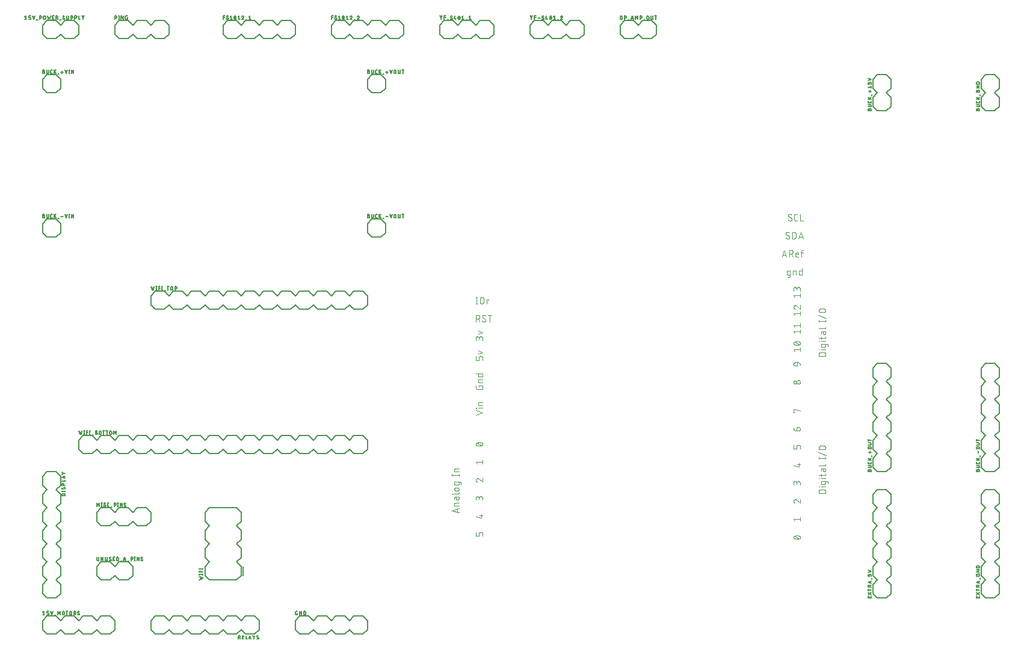
<source format=gbr>
G04 EAGLE Gerber RS-274X export*
G75*
%MOMM*%
%FSLAX34Y34*%
%LPD*%
%INSilkscreen Top*%
%IPPOS*%
%AMOC8*
5,1,8,0,0,1.08239X$1,22.5*%
G01*
%ADD10C,0.203200*%
%ADD11C,0.127000*%
%ADD12C,0.076200*%


D10*
X196850Y139700D02*
X209550Y139700D01*
X215900Y133350D01*
X215900Y120650D02*
X209550Y114300D01*
X171450Y139700D02*
X165100Y133350D01*
X171450Y139700D02*
X184150Y139700D01*
X190500Y133350D01*
X190500Y120650D02*
X184150Y114300D01*
X171450Y114300D01*
X165100Y120650D01*
X190500Y133350D02*
X196850Y139700D01*
X190500Y120650D02*
X196850Y114300D01*
X209550Y114300D01*
X133350Y139700D02*
X120650Y139700D01*
X133350Y139700D02*
X139700Y133350D01*
X139700Y120650D02*
X133350Y114300D01*
X139700Y133350D02*
X146050Y139700D01*
X158750Y139700D01*
X165100Y133350D01*
X165100Y120650D02*
X158750Y114300D01*
X146050Y114300D01*
X139700Y120650D01*
X114300Y120650D02*
X114300Y133350D01*
X120650Y139700D01*
X114300Y120650D02*
X120650Y114300D01*
X133350Y114300D01*
X215900Y120650D02*
X215900Y133350D01*
D11*
X116276Y146431D02*
X114935Y145359D01*
X116276Y146431D02*
X116276Y141605D01*
X117616Y141605D02*
X114935Y141605D01*
X120421Y141605D02*
X122030Y141605D01*
X122095Y141607D01*
X122159Y141613D01*
X122223Y141623D01*
X122287Y141636D01*
X122349Y141654D01*
X122410Y141675D01*
X122470Y141699D01*
X122528Y141728D01*
X122585Y141760D01*
X122639Y141795D01*
X122691Y141833D01*
X122741Y141875D01*
X122788Y141919D01*
X122832Y141966D01*
X122874Y142016D01*
X122912Y142068D01*
X122947Y142122D01*
X122979Y142179D01*
X123008Y142237D01*
X123032Y142297D01*
X123053Y142358D01*
X123071Y142420D01*
X123084Y142484D01*
X123094Y142548D01*
X123100Y142612D01*
X123102Y142677D01*
X123102Y143214D01*
X123100Y143279D01*
X123094Y143343D01*
X123084Y143407D01*
X123071Y143471D01*
X123053Y143533D01*
X123032Y143594D01*
X123008Y143654D01*
X122979Y143712D01*
X122947Y143769D01*
X122912Y143823D01*
X122874Y143875D01*
X122832Y143925D01*
X122788Y143972D01*
X122741Y144016D01*
X122691Y144058D01*
X122639Y144096D01*
X122585Y144131D01*
X122528Y144163D01*
X122470Y144192D01*
X122410Y144216D01*
X122349Y144237D01*
X122287Y144255D01*
X122223Y144268D01*
X122159Y144278D01*
X122095Y144284D01*
X122030Y144286D01*
X120421Y144286D01*
X120421Y146431D01*
X123102Y146431D01*
X125640Y146431D02*
X127248Y141605D01*
X128857Y146431D01*
X131114Y141069D02*
X133258Y141069D01*
X136064Y141605D02*
X136064Y146431D01*
X137672Y143750D01*
X139281Y146431D01*
X139281Y141605D01*
X142367Y142946D02*
X142367Y145090D01*
X142366Y145090D02*
X142368Y145161D01*
X142374Y145233D01*
X142383Y145303D01*
X142396Y145373D01*
X142413Y145443D01*
X142434Y145511D01*
X142458Y145578D01*
X142486Y145644D01*
X142517Y145708D01*
X142552Y145771D01*
X142590Y145831D01*
X142631Y145890D01*
X142675Y145946D01*
X142722Y146000D01*
X142771Y146051D01*
X142824Y146099D01*
X142879Y146145D01*
X142936Y146187D01*
X142996Y146227D01*
X143057Y146263D01*
X143121Y146296D01*
X143186Y146325D01*
X143252Y146351D01*
X143320Y146374D01*
X143389Y146393D01*
X143459Y146408D01*
X143529Y146419D01*
X143600Y146427D01*
X143671Y146431D01*
X143743Y146431D01*
X143814Y146427D01*
X143885Y146419D01*
X143955Y146408D01*
X144025Y146393D01*
X144094Y146374D01*
X144162Y146351D01*
X144228Y146325D01*
X144293Y146296D01*
X144357Y146263D01*
X144418Y146227D01*
X144478Y146187D01*
X144535Y146145D01*
X144590Y146099D01*
X144643Y146051D01*
X144692Y146000D01*
X144739Y145946D01*
X144783Y145890D01*
X144824Y145831D01*
X144862Y145771D01*
X144897Y145708D01*
X144928Y145644D01*
X144956Y145578D01*
X144980Y145511D01*
X145001Y145443D01*
X145018Y145373D01*
X145031Y145303D01*
X145040Y145233D01*
X145046Y145161D01*
X145048Y145090D01*
X145048Y142946D01*
X145046Y142875D01*
X145040Y142803D01*
X145031Y142733D01*
X145018Y142663D01*
X145001Y142593D01*
X144980Y142525D01*
X144956Y142458D01*
X144928Y142392D01*
X144897Y142328D01*
X144862Y142265D01*
X144824Y142205D01*
X144783Y142146D01*
X144739Y142090D01*
X144692Y142036D01*
X144643Y141985D01*
X144590Y141937D01*
X144535Y141891D01*
X144478Y141849D01*
X144418Y141809D01*
X144357Y141773D01*
X144293Y141740D01*
X144228Y141711D01*
X144162Y141685D01*
X144094Y141662D01*
X144025Y141643D01*
X143955Y141628D01*
X143885Y141617D01*
X143814Y141609D01*
X143743Y141605D01*
X143671Y141605D01*
X143600Y141609D01*
X143529Y141617D01*
X143459Y141628D01*
X143389Y141643D01*
X143320Y141662D01*
X143252Y141685D01*
X143186Y141711D01*
X143121Y141740D01*
X143057Y141773D01*
X142996Y141809D01*
X142936Y141849D01*
X142879Y141891D01*
X142824Y141937D01*
X142771Y141985D01*
X142722Y142036D01*
X142675Y142090D01*
X142631Y142146D01*
X142590Y142205D01*
X142552Y142265D01*
X142517Y142328D01*
X142486Y142392D01*
X142458Y142458D01*
X142434Y142525D01*
X142413Y142593D01*
X142396Y142663D01*
X142383Y142733D01*
X142374Y142803D01*
X142368Y142875D01*
X142366Y142946D01*
X148828Y141605D02*
X148828Y146431D01*
X147487Y146431D02*
X150169Y146431D01*
X152608Y145090D02*
X152608Y142946D01*
X152608Y145090D02*
X152610Y145161D01*
X152616Y145233D01*
X152625Y145303D01*
X152638Y145373D01*
X152655Y145443D01*
X152676Y145511D01*
X152700Y145578D01*
X152728Y145644D01*
X152759Y145708D01*
X152794Y145771D01*
X152832Y145831D01*
X152873Y145890D01*
X152917Y145946D01*
X152964Y146000D01*
X153013Y146051D01*
X153066Y146099D01*
X153121Y146145D01*
X153178Y146187D01*
X153238Y146227D01*
X153299Y146263D01*
X153363Y146296D01*
X153428Y146325D01*
X153494Y146351D01*
X153562Y146374D01*
X153631Y146393D01*
X153701Y146408D01*
X153771Y146419D01*
X153842Y146427D01*
X153913Y146431D01*
X153985Y146431D01*
X154056Y146427D01*
X154127Y146419D01*
X154197Y146408D01*
X154267Y146393D01*
X154336Y146374D01*
X154404Y146351D01*
X154470Y146325D01*
X154535Y146296D01*
X154599Y146263D01*
X154660Y146227D01*
X154720Y146187D01*
X154777Y146145D01*
X154832Y146099D01*
X154885Y146051D01*
X154934Y146000D01*
X154981Y145946D01*
X155025Y145890D01*
X155066Y145831D01*
X155104Y145771D01*
X155139Y145708D01*
X155170Y145644D01*
X155198Y145578D01*
X155222Y145511D01*
X155243Y145443D01*
X155260Y145373D01*
X155273Y145303D01*
X155282Y145233D01*
X155288Y145161D01*
X155290Y145090D01*
X155289Y145090D02*
X155289Y142946D01*
X155290Y142946D02*
X155288Y142875D01*
X155282Y142803D01*
X155273Y142733D01*
X155260Y142663D01*
X155243Y142593D01*
X155222Y142525D01*
X155198Y142458D01*
X155170Y142392D01*
X155139Y142328D01*
X155104Y142265D01*
X155066Y142205D01*
X155025Y142146D01*
X154981Y142090D01*
X154934Y142036D01*
X154885Y141985D01*
X154832Y141937D01*
X154777Y141891D01*
X154720Y141849D01*
X154660Y141809D01*
X154599Y141773D01*
X154535Y141740D01*
X154470Y141711D01*
X154404Y141685D01*
X154336Y141662D01*
X154267Y141643D01*
X154197Y141628D01*
X154127Y141617D01*
X154056Y141609D01*
X153985Y141605D01*
X153913Y141605D01*
X153842Y141609D01*
X153771Y141617D01*
X153701Y141628D01*
X153631Y141643D01*
X153562Y141662D01*
X153494Y141685D01*
X153428Y141711D01*
X153363Y141740D01*
X153299Y141773D01*
X153238Y141809D01*
X153178Y141849D01*
X153121Y141891D01*
X153066Y141937D01*
X153013Y141985D01*
X152964Y142036D01*
X152917Y142090D01*
X152873Y142146D01*
X152832Y142205D01*
X152794Y142265D01*
X152759Y142328D01*
X152728Y142392D01*
X152700Y142458D01*
X152676Y142525D01*
X152655Y142593D01*
X152638Y142663D01*
X152625Y142733D01*
X152616Y142803D01*
X152610Y142875D01*
X152608Y142946D01*
X158341Y141605D02*
X158341Y146431D01*
X159681Y146431D01*
X159752Y146429D01*
X159824Y146423D01*
X159894Y146414D01*
X159964Y146401D01*
X160034Y146384D01*
X160102Y146363D01*
X160169Y146339D01*
X160235Y146311D01*
X160299Y146280D01*
X160362Y146245D01*
X160422Y146207D01*
X160481Y146166D01*
X160537Y146122D01*
X160591Y146075D01*
X160642Y146026D01*
X160690Y145973D01*
X160736Y145918D01*
X160778Y145861D01*
X160818Y145801D01*
X160854Y145740D01*
X160887Y145676D01*
X160916Y145611D01*
X160942Y145545D01*
X160965Y145477D01*
X160984Y145408D01*
X160999Y145338D01*
X161010Y145268D01*
X161018Y145197D01*
X161022Y145126D01*
X161022Y145054D01*
X161018Y144983D01*
X161010Y144912D01*
X160999Y144842D01*
X160984Y144772D01*
X160965Y144703D01*
X160942Y144635D01*
X160916Y144569D01*
X160887Y144504D01*
X160854Y144440D01*
X160818Y144379D01*
X160778Y144319D01*
X160736Y144262D01*
X160690Y144207D01*
X160642Y144154D01*
X160591Y144105D01*
X160537Y144058D01*
X160481Y144014D01*
X160422Y143973D01*
X160362Y143935D01*
X160299Y143900D01*
X160235Y143869D01*
X160169Y143841D01*
X160102Y143817D01*
X160034Y143796D01*
X159964Y143779D01*
X159894Y143766D01*
X159824Y143757D01*
X159752Y143751D01*
X159681Y143749D01*
X159681Y143750D02*
X158341Y143750D01*
X159950Y143750D02*
X161022Y141605D01*
X165189Y141605D02*
X165254Y141607D01*
X165318Y141613D01*
X165382Y141623D01*
X165446Y141636D01*
X165508Y141654D01*
X165569Y141675D01*
X165629Y141699D01*
X165687Y141728D01*
X165744Y141760D01*
X165798Y141795D01*
X165850Y141833D01*
X165900Y141875D01*
X165947Y141919D01*
X165991Y141966D01*
X166033Y142016D01*
X166071Y142068D01*
X166106Y142122D01*
X166138Y142179D01*
X166167Y142237D01*
X166191Y142297D01*
X166212Y142358D01*
X166230Y142420D01*
X166243Y142484D01*
X166253Y142548D01*
X166259Y142612D01*
X166261Y142677D01*
X165189Y141605D02*
X165095Y141607D01*
X165001Y141613D01*
X164907Y141623D01*
X164814Y141636D01*
X164722Y141654D01*
X164630Y141675D01*
X164539Y141700D01*
X164449Y141729D01*
X164361Y141762D01*
X164274Y141798D01*
X164189Y141838D01*
X164105Y141881D01*
X164024Y141928D01*
X163944Y141978D01*
X163866Y142031D01*
X163791Y142088D01*
X163718Y142147D01*
X163648Y142210D01*
X163580Y142275D01*
X163715Y145359D02*
X163717Y145424D01*
X163723Y145488D01*
X163733Y145552D01*
X163746Y145616D01*
X163764Y145678D01*
X163785Y145739D01*
X163809Y145799D01*
X163838Y145857D01*
X163870Y145914D01*
X163905Y145968D01*
X163943Y146020D01*
X163985Y146070D01*
X164029Y146117D01*
X164076Y146161D01*
X164126Y146203D01*
X164178Y146241D01*
X164232Y146276D01*
X164289Y146308D01*
X164347Y146337D01*
X164407Y146361D01*
X164468Y146382D01*
X164530Y146400D01*
X164594Y146413D01*
X164658Y146423D01*
X164722Y146429D01*
X164787Y146431D01*
X164873Y146429D01*
X164959Y146424D01*
X165045Y146414D01*
X165130Y146401D01*
X165215Y146385D01*
X165299Y146365D01*
X165382Y146341D01*
X165464Y146314D01*
X165544Y146283D01*
X165624Y146249D01*
X165701Y146211D01*
X165777Y146170D01*
X165851Y146126D01*
X165923Y146079D01*
X165994Y146029D01*
X164251Y144421D02*
X164198Y144454D01*
X164147Y144491D01*
X164098Y144530D01*
X164051Y144572D01*
X164007Y144617D01*
X163966Y144664D01*
X163927Y144713D01*
X163891Y144765D01*
X163858Y144819D01*
X163829Y144874D01*
X163803Y144931D01*
X163780Y144990D01*
X163760Y145049D01*
X163744Y145110D01*
X163731Y145171D01*
X163722Y145234D01*
X163717Y145296D01*
X163715Y145359D01*
X165726Y143615D02*
X165779Y143582D01*
X165830Y143545D01*
X165879Y143506D01*
X165926Y143464D01*
X165970Y143419D01*
X166011Y143372D01*
X166050Y143323D01*
X166086Y143271D01*
X166119Y143217D01*
X166148Y143162D01*
X166174Y143105D01*
X166197Y143046D01*
X166217Y142987D01*
X166233Y142926D01*
X166246Y142865D01*
X166255Y142802D01*
X166260Y142740D01*
X166262Y142677D01*
X165726Y143616D02*
X164251Y144420D01*
D10*
X133350Y977900D02*
X120650Y977900D01*
X133350Y977900D02*
X139700Y971550D01*
X139700Y958850D02*
X133350Y952500D01*
X139700Y971550D02*
X146050Y977900D01*
X158750Y977900D01*
X165100Y971550D01*
X165100Y958850D02*
X158750Y952500D01*
X146050Y952500D01*
X139700Y958850D01*
X114300Y958850D02*
X114300Y971550D01*
X120650Y977900D01*
X114300Y958850D02*
X120650Y952500D01*
X133350Y952500D01*
X165100Y958850D02*
X165100Y971550D01*
D11*
X90876Y984631D02*
X89535Y983559D01*
X90876Y984631D02*
X90876Y979805D01*
X92216Y979805D02*
X89535Y979805D01*
X95021Y979805D02*
X96630Y979805D01*
X96695Y979807D01*
X96759Y979813D01*
X96823Y979823D01*
X96887Y979836D01*
X96949Y979854D01*
X97010Y979875D01*
X97070Y979899D01*
X97128Y979928D01*
X97185Y979960D01*
X97239Y979995D01*
X97291Y980033D01*
X97341Y980075D01*
X97388Y980119D01*
X97432Y980166D01*
X97474Y980216D01*
X97512Y980268D01*
X97547Y980322D01*
X97579Y980379D01*
X97608Y980437D01*
X97632Y980497D01*
X97653Y980558D01*
X97671Y980620D01*
X97684Y980684D01*
X97694Y980748D01*
X97700Y980812D01*
X97702Y980877D01*
X97702Y981414D01*
X97700Y981479D01*
X97694Y981543D01*
X97684Y981607D01*
X97671Y981671D01*
X97653Y981733D01*
X97632Y981794D01*
X97608Y981854D01*
X97579Y981912D01*
X97547Y981969D01*
X97512Y982023D01*
X97474Y982075D01*
X97432Y982125D01*
X97388Y982172D01*
X97341Y982216D01*
X97291Y982258D01*
X97239Y982296D01*
X97185Y982331D01*
X97128Y982363D01*
X97070Y982392D01*
X97010Y982416D01*
X96949Y982437D01*
X96887Y982455D01*
X96823Y982468D01*
X96759Y982478D01*
X96695Y982484D01*
X96630Y982486D01*
X95021Y982486D01*
X95021Y984631D01*
X97702Y984631D01*
X100240Y984631D02*
X101848Y979805D01*
X103457Y984631D01*
X105714Y979269D02*
X107858Y979269D01*
X110713Y979805D02*
X110713Y984631D01*
X112053Y984631D01*
X112124Y984629D01*
X112196Y984623D01*
X112266Y984614D01*
X112336Y984601D01*
X112406Y984584D01*
X112474Y984563D01*
X112541Y984539D01*
X112607Y984511D01*
X112671Y984480D01*
X112734Y984445D01*
X112794Y984407D01*
X112853Y984366D01*
X112909Y984322D01*
X112963Y984275D01*
X113014Y984226D01*
X113062Y984173D01*
X113108Y984118D01*
X113150Y984061D01*
X113190Y984001D01*
X113226Y983940D01*
X113259Y983876D01*
X113288Y983811D01*
X113314Y983745D01*
X113337Y983677D01*
X113356Y983608D01*
X113371Y983538D01*
X113382Y983468D01*
X113390Y983397D01*
X113394Y983326D01*
X113394Y983254D01*
X113390Y983183D01*
X113382Y983112D01*
X113371Y983042D01*
X113356Y982972D01*
X113337Y982903D01*
X113314Y982835D01*
X113288Y982769D01*
X113259Y982704D01*
X113226Y982640D01*
X113190Y982579D01*
X113150Y982519D01*
X113108Y982462D01*
X113062Y982407D01*
X113014Y982354D01*
X112963Y982305D01*
X112909Y982258D01*
X112853Y982214D01*
X112794Y982173D01*
X112734Y982135D01*
X112671Y982100D01*
X112607Y982069D01*
X112541Y982041D01*
X112474Y982017D01*
X112406Y981996D01*
X112336Y981979D01*
X112266Y981966D01*
X112196Y981957D01*
X112124Y981951D01*
X112053Y981949D01*
X112053Y981950D02*
X110713Y981950D01*
X115870Y981146D02*
X115870Y983290D01*
X115869Y983290D02*
X115871Y983361D01*
X115877Y983433D01*
X115886Y983503D01*
X115899Y983573D01*
X115916Y983643D01*
X115937Y983711D01*
X115961Y983778D01*
X115989Y983844D01*
X116020Y983908D01*
X116055Y983971D01*
X116093Y984031D01*
X116134Y984090D01*
X116178Y984146D01*
X116225Y984200D01*
X116274Y984251D01*
X116327Y984299D01*
X116382Y984345D01*
X116439Y984387D01*
X116499Y984427D01*
X116560Y984463D01*
X116624Y984496D01*
X116689Y984525D01*
X116755Y984551D01*
X116823Y984574D01*
X116892Y984593D01*
X116962Y984608D01*
X117032Y984619D01*
X117103Y984627D01*
X117174Y984631D01*
X117246Y984631D01*
X117317Y984627D01*
X117388Y984619D01*
X117458Y984608D01*
X117528Y984593D01*
X117597Y984574D01*
X117665Y984551D01*
X117731Y984525D01*
X117796Y984496D01*
X117860Y984463D01*
X117921Y984427D01*
X117981Y984387D01*
X118038Y984345D01*
X118093Y984299D01*
X118146Y984251D01*
X118195Y984200D01*
X118242Y984146D01*
X118286Y984090D01*
X118327Y984031D01*
X118365Y983971D01*
X118400Y983908D01*
X118431Y983844D01*
X118459Y983778D01*
X118483Y983711D01*
X118504Y983643D01*
X118521Y983573D01*
X118534Y983503D01*
X118543Y983433D01*
X118549Y983361D01*
X118551Y983290D01*
X118551Y981146D01*
X118549Y981075D01*
X118543Y981003D01*
X118534Y980933D01*
X118521Y980863D01*
X118504Y980793D01*
X118483Y980725D01*
X118459Y980658D01*
X118431Y980592D01*
X118400Y980528D01*
X118365Y980465D01*
X118327Y980405D01*
X118286Y980346D01*
X118242Y980290D01*
X118195Y980236D01*
X118146Y980185D01*
X118093Y980137D01*
X118038Y980091D01*
X117981Y980049D01*
X117921Y980009D01*
X117860Y979973D01*
X117796Y979940D01*
X117731Y979911D01*
X117665Y979885D01*
X117597Y979862D01*
X117528Y979843D01*
X117458Y979828D01*
X117388Y979817D01*
X117317Y979809D01*
X117246Y979805D01*
X117174Y979805D01*
X117103Y979809D01*
X117032Y979817D01*
X116962Y979828D01*
X116892Y979843D01*
X116823Y979862D01*
X116755Y979885D01*
X116689Y979911D01*
X116624Y979940D01*
X116560Y979973D01*
X116499Y980009D01*
X116439Y980049D01*
X116382Y980091D01*
X116327Y980137D01*
X116274Y980185D01*
X116225Y980236D01*
X116178Y980290D01*
X116134Y980346D01*
X116093Y980405D01*
X116055Y980465D01*
X116020Y980528D01*
X115989Y980592D01*
X115961Y980658D01*
X115937Y980725D01*
X115916Y980793D01*
X115899Y980863D01*
X115886Y980933D01*
X115877Y981003D01*
X115871Y981075D01*
X115869Y981146D01*
X121283Y984631D02*
X122356Y979805D01*
X123428Y983022D01*
X124500Y979805D01*
X125573Y984631D01*
X128508Y979805D02*
X130653Y979805D01*
X128508Y979805D02*
X128508Y984631D01*
X130653Y984631D01*
X130116Y982486D02*
X128508Y982486D01*
X133307Y984631D02*
X133307Y979805D01*
X133307Y984631D02*
X134647Y984631D01*
X134718Y984629D01*
X134790Y984623D01*
X134860Y984614D01*
X134930Y984601D01*
X135000Y984584D01*
X135068Y984563D01*
X135135Y984539D01*
X135201Y984511D01*
X135265Y984480D01*
X135328Y984445D01*
X135388Y984407D01*
X135447Y984366D01*
X135503Y984322D01*
X135557Y984275D01*
X135608Y984226D01*
X135656Y984173D01*
X135702Y984118D01*
X135744Y984061D01*
X135784Y984001D01*
X135820Y983940D01*
X135853Y983876D01*
X135882Y983811D01*
X135908Y983745D01*
X135931Y983677D01*
X135950Y983608D01*
X135965Y983538D01*
X135976Y983468D01*
X135984Y983397D01*
X135988Y983326D01*
X135988Y983254D01*
X135984Y983183D01*
X135976Y983112D01*
X135965Y983042D01*
X135950Y982972D01*
X135931Y982903D01*
X135908Y982835D01*
X135882Y982769D01*
X135853Y982704D01*
X135820Y982640D01*
X135784Y982579D01*
X135744Y982519D01*
X135702Y982462D01*
X135656Y982407D01*
X135608Y982354D01*
X135557Y982305D01*
X135503Y982258D01*
X135447Y982214D01*
X135388Y982173D01*
X135328Y982135D01*
X135265Y982100D01*
X135201Y982069D01*
X135135Y982041D01*
X135068Y982017D01*
X135000Y981996D01*
X134930Y981979D01*
X134860Y981966D01*
X134790Y981957D01*
X134718Y981951D01*
X134647Y981949D01*
X134647Y981950D02*
X133307Y981950D01*
X134915Y981950D02*
X135988Y979805D01*
X138449Y979269D02*
X140594Y979269D01*
X144544Y979805D02*
X144609Y979807D01*
X144673Y979813D01*
X144737Y979823D01*
X144801Y979836D01*
X144863Y979854D01*
X144924Y979875D01*
X144984Y979899D01*
X145042Y979928D01*
X145099Y979960D01*
X145153Y979995D01*
X145205Y980033D01*
X145255Y980075D01*
X145302Y980119D01*
X145346Y980166D01*
X145388Y980216D01*
X145426Y980268D01*
X145461Y980322D01*
X145493Y980379D01*
X145522Y980437D01*
X145546Y980497D01*
X145567Y980558D01*
X145585Y980620D01*
X145598Y980684D01*
X145608Y980748D01*
X145614Y980812D01*
X145616Y980877D01*
X144544Y979805D02*
X144450Y979807D01*
X144356Y979813D01*
X144262Y979823D01*
X144169Y979836D01*
X144077Y979854D01*
X143985Y979875D01*
X143894Y979900D01*
X143804Y979929D01*
X143716Y979962D01*
X143629Y979998D01*
X143544Y980038D01*
X143460Y980081D01*
X143379Y980128D01*
X143299Y980178D01*
X143221Y980231D01*
X143146Y980288D01*
X143073Y980347D01*
X143003Y980410D01*
X142935Y980475D01*
X143070Y983559D02*
X143072Y983624D01*
X143078Y983688D01*
X143088Y983752D01*
X143101Y983816D01*
X143119Y983878D01*
X143140Y983939D01*
X143164Y983999D01*
X143193Y984057D01*
X143225Y984114D01*
X143260Y984168D01*
X143298Y984220D01*
X143340Y984270D01*
X143384Y984317D01*
X143431Y984361D01*
X143481Y984403D01*
X143533Y984441D01*
X143587Y984476D01*
X143644Y984508D01*
X143702Y984537D01*
X143762Y984561D01*
X143823Y984582D01*
X143885Y984600D01*
X143949Y984613D01*
X144013Y984623D01*
X144077Y984629D01*
X144142Y984631D01*
X144228Y984629D01*
X144314Y984624D01*
X144400Y984614D01*
X144485Y984601D01*
X144570Y984585D01*
X144654Y984565D01*
X144737Y984541D01*
X144819Y984514D01*
X144899Y984483D01*
X144979Y984449D01*
X145056Y984411D01*
X145132Y984370D01*
X145206Y984326D01*
X145278Y984279D01*
X145349Y984229D01*
X143606Y982621D02*
X143553Y982654D01*
X143502Y982691D01*
X143453Y982730D01*
X143406Y982772D01*
X143362Y982817D01*
X143321Y982864D01*
X143282Y982913D01*
X143246Y982965D01*
X143213Y983019D01*
X143184Y983074D01*
X143158Y983131D01*
X143135Y983190D01*
X143115Y983249D01*
X143099Y983310D01*
X143086Y983371D01*
X143077Y983434D01*
X143072Y983496D01*
X143070Y983559D01*
X145080Y981815D02*
X145133Y981782D01*
X145184Y981745D01*
X145233Y981706D01*
X145280Y981664D01*
X145324Y981619D01*
X145365Y981572D01*
X145404Y981523D01*
X145440Y981471D01*
X145473Y981417D01*
X145502Y981362D01*
X145528Y981305D01*
X145551Y981246D01*
X145571Y981187D01*
X145587Y981126D01*
X145600Y981065D01*
X145609Y981002D01*
X145614Y980940D01*
X145616Y980877D01*
X145080Y981816D02*
X143606Y982620D01*
X148422Y981146D02*
X148422Y984631D01*
X148421Y981146D02*
X148423Y981075D01*
X148429Y981003D01*
X148438Y980933D01*
X148451Y980863D01*
X148468Y980793D01*
X148489Y980725D01*
X148513Y980658D01*
X148541Y980592D01*
X148572Y980528D01*
X148607Y980465D01*
X148645Y980405D01*
X148686Y980346D01*
X148730Y980290D01*
X148777Y980236D01*
X148826Y980185D01*
X148879Y980137D01*
X148934Y980091D01*
X148991Y980049D01*
X149051Y980009D01*
X149112Y979973D01*
X149176Y979940D01*
X149241Y979911D01*
X149307Y979885D01*
X149375Y979862D01*
X149444Y979843D01*
X149514Y979828D01*
X149584Y979817D01*
X149655Y979809D01*
X149726Y979805D01*
X149798Y979805D01*
X149869Y979809D01*
X149940Y979817D01*
X150010Y979828D01*
X150080Y979843D01*
X150149Y979862D01*
X150217Y979885D01*
X150283Y979911D01*
X150348Y979940D01*
X150412Y979973D01*
X150473Y980009D01*
X150533Y980049D01*
X150590Y980091D01*
X150645Y980137D01*
X150698Y980185D01*
X150747Y980236D01*
X150794Y980290D01*
X150838Y980346D01*
X150879Y980405D01*
X150917Y980465D01*
X150952Y980528D01*
X150983Y980592D01*
X151011Y980658D01*
X151035Y980725D01*
X151056Y980793D01*
X151073Y980863D01*
X151086Y980933D01*
X151095Y981003D01*
X151101Y981075D01*
X151103Y981146D01*
X151103Y984631D01*
X154421Y984631D02*
X154421Y979805D01*
X154421Y984631D02*
X155761Y984631D01*
X155832Y984629D01*
X155904Y984623D01*
X155974Y984614D01*
X156044Y984601D01*
X156114Y984584D01*
X156182Y984563D01*
X156249Y984539D01*
X156315Y984511D01*
X156379Y984480D01*
X156442Y984445D01*
X156502Y984407D01*
X156561Y984366D01*
X156617Y984322D01*
X156671Y984275D01*
X156722Y984226D01*
X156770Y984173D01*
X156816Y984118D01*
X156858Y984061D01*
X156898Y984001D01*
X156934Y983940D01*
X156967Y983876D01*
X156996Y983811D01*
X157022Y983745D01*
X157045Y983677D01*
X157064Y983608D01*
X157079Y983538D01*
X157090Y983468D01*
X157098Y983397D01*
X157102Y983326D01*
X157102Y983254D01*
X157098Y983183D01*
X157090Y983112D01*
X157079Y983042D01*
X157064Y982972D01*
X157045Y982903D01*
X157022Y982835D01*
X156996Y982769D01*
X156967Y982704D01*
X156934Y982640D01*
X156898Y982579D01*
X156858Y982519D01*
X156816Y982462D01*
X156770Y982407D01*
X156722Y982354D01*
X156671Y982305D01*
X156617Y982258D01*
X156561Y982214D01*
X156502Y982173D01*
X156442Y982135D01*
X156379Y982100D01*
X156315Y982069D01*
X156249Y982041D01*
X156182Y982017D01*
X156114Y981996D01*
X156044Y981979D01*
X155974Y981966D01*
X155904Y981957D01*
X155832Y981951D01*
X155761Y981949D01*
X155761Y981950D02*
X154421Y981950D01*
X159907Y979805D02*
X159907Y984631D01*
X161247Y984631D01*
X161318Y984629D01*
X161390Y984623D01*
X161460Y984614D01*
X161530Y984601D01*
X161600Y984584D01*
X161668Y984563D01*
X161735Y984539D01*
X161801Y984511D01*
X161865Y984480D01*
X161928Y984445D01*
X161988Y984407D01*
X162047Y984366D01*
X162103Y984322D01*
X162157Y984275D01*
X162208Y984226D01*
X162256Y984173D01*
X162302Y984118D01*
X162344Y984061D01*
X162384Y984001D01*
X162420Y983940D01*
X162453Y983876D01*
X162482Y983811D01*
X162508Y983745D01*
X162531Y983677D01*
X162550Y983608D01*
X162565Y983538D01*
X162576Y983468D01*
X162584Y983397D01*
X162588Y983326D01*
X162588Y983254D01*
X162584Y983183D01*
X162576Y983112D01*
X162565Y983042D01*
X162550Y982972D01*
X162531Y982903D01*
X162508Y982835D01*
X162482Y982769D01*
X162453Y982704D01*
X162420Y982640D01*
X162384Y982579D01*
X162344Y982519D01*
X162302Y982462D01*
X162256Y982407D01*
X162208Y982354D01*
X162157Y982305D01*
X162103Y982258D01*
X162047Y982214D01*
X161988Y982173D01*
X161928Y982135D01*
X161865Y982100D01*
X161801Y982069D01*
X161735Y982041D01*
X161668Y982017D01*
X161600Y981996D01*
X161530Y981979D01*
X161460Y981966D01*
X161390Y981957D01*
X161318Y981951D01*
X161247Y981949D01*
X161247Y981950D02*
X159907Y981950D01*
X165266Y979805D02*
X165266Y984631D01*
X165266Y979805D02*
X167411Y979805D01*
X171159Y982352D02*
X169551Y984631D01*
X171159Y982352D02*
X172768Y984631D01*
X171159Y982352D02*
X171159Y979805D01*
D10*
X552450Y139700D02*
X565150Y139700D01*
X571500Y133350D01*
X571500Y120650D02*
X565150Y114300D01*
X527050Y139700D02*
X520700Y133350D01*
X527050Y139700D02*
X539750Y139700D01*
X546100Y133350D01*
X546100Y120650D02*
X539750Y114300D01*
X527050Y114300D01*
X520700Y120650D01*
X546100Y133350D02*
X552450Y139700D01*
X546100Y120650D02*
X552450Y114300D01*
X565150Y114300D01*
X488950Y139700D02*
X476250Y139700D01*
X488950Y139700D02*
X495300Y133350D01*
X495300Y120650D02*
X488950Y114300D01*
X495300Y133350D02*
X501650Y139700D01*
X514350Y139700D01*
X520700Y133350D01*
X520700Y120650D02*
X514350Y114300D01*
X501650Y114300D01*
X495300Y120650D01*
X469900Y120650D02*
X469900Y133350D01*
X476250Y139700D01*
X469900Y120650D02*
X476250Y114300D01*
X488950Y114300D01*
X571500Y120650D02*
X571500Y133350D01*
D11*
X473216Y144286D02*
X472412Y144286D01*
X473216Y144286D02*
X473216Y141605D01*
X471607Y141605D01*
X471542Y141607D01*
X471478Y141613D01*
X471414Y141623D01*
X471350Y141636D01*
X471288Y141654D01*
X471227Y141675D01*
X471167Y141699D01*
X471109Y141728D01*
X471052Y141760D01*
X470998Y141795D01*
X470946Y141833D01*
X470896Y141875D01*
X470849Y141919D01*
X470805Y141966D01*
X470763Y142016D01*
X470725Y142068D01*
X470690Y142122D01*
X470658Y142179D01*
X470629Y142237D01*
X470605Y142297D01*
X470584Y142358D01*
X470566Y142420D01*
X470553Y142484D01*
X470543Y142548D01*
X470537Y142612D01*
X470535Y142677D01*
X470535Y145359D01*
X470537Y145424D01*
X470543Y145488D01*
X470553Y145552D01*
X470566Y145616D01*
X470584Y145678D01*
X470605Y145739D01*
X470629Y145799D01*
X470658Y145857D01*
X470690Y145914D01*
X470725Y145968D01*
X470763Y146020D01*
X470805Y146070D01*
X470849Y146117D01*
X470896Y146161D01*
X470946Y146203D01*
X470998Y146241D01*
X471052Y146276D01*
X471109Y146308D01*
X471167Y146337D01*
X471227Y146361D01*
X471288Y146382D01*
X471350Y146400D01*
X471414Y146413D01*
X471478Y146423D01*
X471542Y146429D01*
X471607Y146431D01*
X473216Y146431D01*
X476387Y146431D02*
X476387Y141605D01*
X479068Y141605D02*
X476387Y146431D01*
X479068Y146431D02*
X479068Y141605D01*
X482239Y141605D02*
X482239Y146431D01*
X483580Y146431D01*
X483650Y146429D01*
X483720Y146424D01*
X483790Y146414D01*
X483859Y146402D01*
X483927Y146385D01*
X483994Y146365D01*
X484061Y146342D01*
X484125Y146315D01*
X484189Y146285D01*
X484251Y146251D01*
X484310Y146215D01*
X484368Y146175D01*
X484424Y146132D01*
X484477Y146087D01*
X484528Y146038D01*
X484577Y145987D01*
X484622Y145934D01*
X484665Y145878D01*
X484705Y145820D01*
X484741Y145761D01*
X484775Y145699D01*
X484805Y145635D01*
X484832Y145571D01*
X484855Y145504D01*
X484875Y145437D01*
X484892Y145369D01*
X484904Y145300D01*
X484914Y145230D01*
X484919Y145160D01*
X484921Y145090D01*
X484920Y145090D02*
X484920Y142946D01*
X484921Y142946D02*
X484919Y142876D01*
X484914Y142806D01*
X484904Y142736D01*
X484892Y142667D01*
X484875Y142599D01*
X484855Y142532D01*
X484832Y142465D01*
X484805Y142401D01*
X484775Y142337D01*
X484741Y142275D01*
X484705Y142216D01*
X484665Y142158D01*
X484622Y142102D01*
X484577Y142049D01*
X484528Y141998D01*
X484477Y141949D01*
X484424Y141904D01*
X484368Y141861D01*
X484310Y141821D01*
X484250Y141785D01*
X484189Y141751D01*
X484125Y141721D01*
X484061Y141694D01*
X483994Y141671D01*
X483927Y141651D01*
X483859Y141634D01*
X483790Y141622D01*
X483720Y141612D01*
X483650Y141607D01*
X483580Y141605D01*
X482239Y141605D01*
D10*
X266700Y971550D02*
X273050Y977900D01*
X285750Y977900D01*
X292100Y971550D01*
X292100Y958850D02*
X285750Y952500D01*
X273050Y952500D01*
X266700Y958850D01*
X234950Y977900D02*
X222250Y977900D01*
X234950Y977900D02*
X241300Y971550D01*
X241300Y958850D02*
X234950Y952500D01*
X241300Y971550D02*
X247650Y977900D01*
X260350Y977900D01*
X266700Y971550D01*
X266700Y958850D02*
X260350Y952500D01*
X247650Y952500D01*
X241300Y958850D01*
X215900Y958850D02*
X215900Y971550D01*
X222250Y977900D01*
X215900Y958850D02*
X222250Y952500D01*
X234950Y952500D01*
X292100Y958850D02*
X292100Y971550D01*
D11*
X216535Y979805D02*
X216535Y984631D01*
X217876Y984631D01*
X217947Y984629D01*
X218019Y984623D01*
X218089Y984614D01*
X218159Y984601D01*
X218229Y984584D01*
X218297Y984563D01*
X218364Y984539D01*
X218430Y984511D01*
X218494Y984480D01*
X218557Y984445D01*
X218617Y984407D01*
X218676Y984366D01*
X218732Y984322D01*
X218786Y984275D01*
X218837Y984226D01*
X218885Y984173D01*
X218931Y984118D01*
X218973Y984061D01*
X219013Y984001D01*
X219049Y983940D01*
X219082Y983876D01*
X219111Y983811D01*
X219137Y983745D01*
X219160Y983677D01*
X219179Y983608D01*
X219194Y983538D01*
X219205Y983468D01*
X219213Y983397D01*
X219217Y983326D01*
X219217Y983254D01*
X219213Y983183D01*
X219205Y983112D01*
X219194Y983042D01*
X219179Y982972D01*
X219160Y982903D01*
X219137Y982835D01*
X219111Y982769D01*
X219082Y982704D01*
X219049Y982640D01*
X219013Y982579D01*
X218973Y982519D01*
X218931Y982462D01*
X218885Y982407D01*
X218837Y982354D01*
X218786Y982305D01*
X218732Y982258D01*
X218676Y982214D01*
X218617Y982173D01*
X218557Y982135D01*
X218494Y982100D01*
X218430Y982069D01*
X218364Y982041D01*
X218297Y982017D01*
X218229Y981996D01*
X218159Y981979D01*
X218089Y981966D01*
X218019Y981957D01*
X217947Y981951D01*
X217876Y981949D01*
X217876Y981950D02*
X216535Y981950D01*
X221935Y979805D02*
X221935Y984631D01*
X221399Y979805D02*
X222472Y979805D01*
X222472Y984631D02*
X221399Y984631D01*
X225167Y984631D02*
X225167Y979805D01*
X227848Y979805D02*
X225167Y984631D01*
X227848Y984631D02*
X227848Y979805D01*
X232896Y982486D02*
X233700Y982486D01*
X233700Y979805D01*
X232091Y979805D01*
X232026Y979807D01*
X231962Y979813D01*
X231898Y979823D01*
X231834Y979836D01*
X231772Y979854D01*
X231711Y979875D01*
X231651Y979899D01*
X231593Y979928D01*
X231536Y979960D01*
X231482Y979995D01*
X231430Y980033D01*
X231380Y980075D01*
X231333Y980119D01*
X231289Y980166D01*
X231247Y980216D01*
X231209Y980268D01*
X231174Y980322D01*
X231142Y980379D01*
X231113Y980437D01*
X231089Y980497D01*
X231068Y980558D01*
X231050Y980620D01*
X231037Y980684D01*
X231027Y980748D01*
X231021Y980812D01*
X231019Y980877D01*
X231019Y983559D01*
X231021Y983624D01*
X231027Y983688D01*
X231037Y983752D01*
X231050Y983816D01*
X231068Y983878D01*
X231089Y983939D01*
X231113Y983999D01*
X231142Y984057D01*
X231174Y984114D01*
X231209Y984168D01*
X231247Y984220D01*
X231289Y984270D01*
X231333Y984317D01*
X231380Y984361D01*
X231430Y984403D01*
X231482Y984441D01*
X231536Y984476D01*
X231593Y984508D01*
X231651Y984537D01*
X231711Y984561D01*
X231772Y984582D01*
X231834Y984600D01*
X231898Y984613D01*
X231962Y984623D01*
X232026Y984629D01*
X232091Y984631D01*
X233700Y984631D01*
D12*
X724180Y563499D02*
X724180Y554101D01*
X724180Y563499D02*
X726791Y563499D01*
X726892Y563497D01*
X726993Y563491D01*
X727094Y563481D01*
X727194Y563468D01*
X727294Y563450D01*
X727393Y563429D01*
X727491Y563403D01*
X727588Y563374D01*
X727684Y563342D01*
X727778Y563305D01*
X727871Y563265D01*
X727963Y563221D01*
X728052Y563174D01*
X728140Y563123D01*
X728226Y563069D01*
X728309Y563012D01*
X728391Y562952D01*
X728469Y562888D01*
X728546Y562822D01*
X728619Y562752D01*
X728690Y562680D01*
X728758Y562605D01*
X728823Y562527D01*
X728885Y562447D01*
X728944Y562365D01*
X729000Y562280D01*
X729052Y562194D01*
X729101Y562105D01*
X729147Y562014D01*
X729188Y561922D01*
X729227Y561828D01*
X729261Y561733D01*
X729292Y561637D01*
X729319Y561539D01*
X729343Y561441D01*
X729362Y561341D01*
X729378Y561241D01*
X729390Y561141D01*
X729398Y561040D01*
X729402Y560939D01*
X729402Y560837D01*
X729398Y560736D01*
X729390Y560635D01*
X729378Y560535D01*
X729362Y560435D01*
X729343Y560335D01*
X729319Y560237D01*
X729292Y560139D01*
X729261Y560043D01*
X729227Y559948D01*
X729188Y559854D01*
X729147Y559762D01*
X729101Y559671D01*
X729052Y559583D01*
X729000Y559496D01*
X728944Y559411D01*
X728885Y559329D01*
X728823Y559249D01*
X728758Y559171D01*
X728690Y559096D01*
X728619Y559024D01*
X728546Y558954D01*
X728469Y558888D01*
X728391Y558824D01*
X728309Y558764D01*
X728226Y558707D01*
X728140Y558653D01*
X728052Y558602D01*
X727963Y558555D01*
X727871Y558511D01*
X727778Y558471D01*
X727684Y558434D01*
X727588Y558402D01*
X727491Y558373D01*
X727393Y558347D01*
X727294Y558326D01*
X727194Y558308D01*
X727094Y558295D01*
X726993Y558285D01*
X726892Y558279D01*
X726791Y558277D01*
X726791Y558278D02*
X724180Y558278D01*
X727313Y558278D02*
X729401Y554101D01*
X736095Y554101D02*
X736184Y554103D01*
X736272Y554109D01*
X736360Y554118D01*
X736448Y554131D01*
X736535Y554148D01*
X736621Y554168D01*
X736706Y554193D01*
X736791Y554220D01*
X736874Y554252D01*
X736955Y554286D01*
X737035Y554325D01*
X737113Y554366D01*
X737190Y554411D01*
X737264Y554459D01*
X737337Y554510D01*
X737407Y554564D01*
X737474Y554622D01*
X737540Y554682D01*
X737602Y554744D01*
X737662Y554810D01*
X737720Y554877D01*
X737774Y554947D01*
X737825Y555020D01*
X737873Y555094D01*
X737918Y555171D01*
X737959Y555249D01*
X737998Y555329D01*
X738032Y555410D01*
X738064Y555493D01*
X738091Y555578D01*
X738116Y555663D01*
X738136Y555749D01*
X738153Y555836D01*
X738166Y555924D01*
X738175Y556012D01*
X738181Y556100D01*
X738183Y556189D01*
X736095Y554101D02*
X735966Y554103D01*
X735837Y554109D01*
X735708Y554118D01*
X735580Y554131D01*
X735452Y554148D01*
X735325Y554169D01*
X735198Y554193D01*
X735072Y554221D01*
X734947Y554253D01*
X734823Y554288D01*
X734700Y554327D01*
X734578Y554370D01*
X734458Y554416D01*
X734339Y554466D01*
X734221Y554519D01*
X734105Y554575D01*
X733991Y554635D01*
X733878Y554698D01*
X733768Y554765D01*
X733659Y554834D01*
X733553Y554907D01*
X733448Y554983D01*
X733346Y555062D01*
X733247Y555144D01*
X733149Y555228D01*
X733054Y555316D01*
X732962Y555406D01*
X733224Y561411D02*
X733226Y561500D01*
X733232Y561588D01*
X733241Y561676D01*
X733254Y561764D01*
X733271Y561851D01*
X733291Y561937D01*
X733316Y562022D01*
X733343Y562107D01*
X733375Y562190D01*
X733409Y562271D01*
X733448Y562351D01*
X733489Y562429D01*
X733534Y562506D01*
X733582Y562580D01*
X733633Y562653D01*
X733687Y562723D01*
X733745Y562790D01*
X733805Y562856D01*
X733867Y562918D01*
X733933Y562978D01*
X734000Y563036D01*
X734070Y563090D01*
X734143Y563141D01*
X734217Y563189D01*
X734294Y563234D01*
X734372Y563275D01*
X734452Y563314D01*
X734533Y563348D01*
X734616Y563380D01*
X734701Y563407D01*
X734786Y563432D01*
X734872Y563452D01*
X734959Y563469D01*
X735047Y563482D01*
X735135Y563491D01*
X735223Y563497D01*
X735312Y563499D01*
X735432Y563497D01*
X735552Y563492D01*
X735672Y563482D01*
X735791Y563470D01*
X735910Y563453D01*
X736028Y563433D01*
X736146Y563409D01*
X736262Y563382D01*
X736378Y563351D01*
X736493Y563317D01*
X736607Y563279D01*
X736720Y563237D01*
X736831Y563192D01*
X736941Y563144D01*
X737049Y563093D01*
X737156Y563038D01*
X737261Y562980D01*
X737364Y562918D01*
X737465Y562854D01*
X737565Y562786D01*
X737662Y562716D01*
X734267Y559584D02*
X734189Y559632D01*
X734113Y559684D01*
X734040Y559738D01*
X733969Y559796D01*
X733900Y559857D01*
X733834Y559921D01*
X733771Y559988D01*
X733711Y560057D01*
X733654Y560129D01*
X733600Y560203D01*
X733550Y560280D01*
X733502Y560359D01*
X733459Y560439D01*
X733418Y560522D01*
X733382Y560606D01*
X733349Y560691D01*
X733320Y560778D01*
X733294Y560867D01*
X733272Y560956D01*
X733255Y561046D01*
X733241Y561136D01*
X733231Y561228D01*
X733225Y561319D01*
X733223Y561411D01*
X737139Y558016D02*
X737217Y557968D01*
X737293Y557916D01*
X737366Y557862D01*
X737437Y557804D01*
X737506Y557743D01*
X737572Y557679D01*
X737635Y557612D01*
X737695Y557543D01*
X737752Y557471D01*
X737806Y557397D01*
X737856Y557320D01*
X737904Y557241D01*
X737947Y557161D01*
X737988Y557078D01*
X738024Y556994D01*
X738057Y556909D01*
X738086Y556822D01*
X738112Y556733D01*
X738134Y556644D01*
X738151Y556554D01*
X738165Y556464D01*
X738175Y556372D01*
X738181Y556281D01*
X738183Y556189D01*
X737139Y558017D02*
X734267Y559583D01*
X743802Y563499D02*
X743802Y554101D01*
X741192Y563499D02*
X746413Y563499D01*
X733679Y530778D02*
X733679Y528167D01*
X733679Y530778D02*
X733677Y530879D01*
X733671Y530980D01*
X733661Y531081D01*
X733648Y531181D01*
X733630Y531281D01*
X733609Y531380D01*
X733583Y531478D01*
X733554Y531575D01*
X733522Y531671D01*
X733485Y531765D01*
X733445Y531858D01*
X733401Y531950D01*
X733354Y532039D01*
X733303Y532127D01*
X733249Y532213D01*
X733192Y532296D01*
X733132Y532378D01*
X733068Y532456D01*
X733002Y532533D01*
X732932Y532606D01*
X732860Y532677D01*
X732785Y532745D01*
X732707Y532810D01*
X732627Y532872D01*
X732545Y532931D01*
X732460Y532987D01*
X732374Y533039D01*
X732285Y533088D01*
X732194Y533134D01*
X732102Y533175D01*
X732008Y533214D01*
X731913Y533248D01*
X731817Y533279D01*
X731719Y533306D01*
X731621Y533330D01*
X731521Y533349D01*
X731421Y533365D01*
X731321Y533377D01*
X731220Y533385D01*
X731119Y533389D01*
X731017Y533389D01*
X730916Y533385D01*
X730815Y533377D01*
X730715Y533365D01*
X730615Y533349D01*
X730515Y533330D01*
X730417Y533306D01*
X730319Y533279D01*
X730223Y533248D01*
X730128Y533214D01*
X730034Y533175D01*
X729942Y533134D01*
X729851Y533088D01*
X729763Y533039D01*
X729676Y532987D01*
X729591Y532931D01*
X729509Y532872D01*
X729429Y532810D01*
X729351Y532745D01*
X729276Y532677D01*
X729204Y532606D01*
X729134Y532533D01*
X729068Y532456D01*
X729004Y532378D01*
X728944Y532296D01*
X728887Y532213D01*
X728833Y532127D01*
X728782Y532039D01*
X728735Y531950D01*
X728691Y531858D01*
X728651Y531765D01*
X728614Y531671D01*
X728582Y531575D01*
X728553Y531478D01*
X728527Y531380D01*
X728506Y531281D01*
X728488Y531181D01*
X728475Y531081D01*
X728465Y530980D01*
X728459Y530879D01*
X728457Y530778D01*
X724281Y531300D02*
X724281Y528167D01*
X724281Y531300D02*
X724283Y531390D01*
X724289Y531479D01*
X724298Y531569D01*
X724312Y531658D01*
X724329Y531746D01*
X724350Y531833D01*
X724375Y531920D01*
X724404Y532005D01*
X724436Y532089D01*
X724471Y532171D01*
X724511Y532252D01*
X724553Y532331D01*
X724599Y532408D01*
X724649Y532483D01*
X724701Y532556D01*
X724757Y532627D01*
X724815Y532695D01*
X724877Y532760D01*
X724941Y532823D01*
X725008Y532883D01*
X725077Y532940D01*
X725149Y532994D01*
X725223Y533045D01*
X725299Y533093D01*
X725377Y533137D01*
X725457Y533178D01*
X725539Y533216D01*
X725622Y533250D01*
X725707Y533280D01*
X725793Y533307D01*
X725879Y533330D01*
X725967Y533349D01*
X726056Y533364D01*
X726145Y533376D01*
X726234Y533384D01*
X726324Y533388D01*
X726414Y533388D01*
X726504Y533384D01*
X726593Y533376D01*
X726682Y533364D01*
X726771Y533349D01*
X726859Y533330D01*
X726945Y533307D01*
X727031Y533280D01*
X727116Y533250D01*
X727199Y533216D01*
X727281Y533178D01*
X727361Y533137D01*
X727439Y533093D01*
X727515Y533045D01*
X727589Y532994D01*
X727661Y532940D01*
X727730Y532883D01*
X727797Y532823D01*
X727861Y532760D01*
X727923Y532695D01*
X727981Y532627D01*
X728037Y532556D01*
X728089Y532483D01*
X728139Y532408D01*
X728185Y532331D01*
X728227Y532252D01*
X728267Y532171D01*
X728302Y532089D01*
X728334Y532005D01*
X728363Y531920D01*
X728388Y531833D01*
X728409Y531746D01*
X728426Y531658D01*
X728440Y531569D01*
X728449Y531479D01*
X728455Y531390D01*
X728457Y531300D01*
X728458Y531300D02*
X728458Y529212D01*
X727414Y536919D02*
X733679Y539008D01*
X727414Y541096D01*
X733679Y503360D02*
X733679Y500227D01*
X733679Y503360D02*
X733677Y503449D01*
X733671Y503537D01*
X733662Y503625D01*
X733649Y503713D01*
X733632Y503800D01*
X733612Y503886D01*
X733587Y503971D01*
X733560Y504056D01*
X733528Y504139D01*
X733494Y504220D01*
X733455Y504300D01*
X733414Y504378D01*
X733369Y504455D01*
X733321Y504529D01*
X733270Y504602D01*
X733216Y504672D01*
X733158Y504739D01*
X733098Y504805D01*
X733036Y504867D01*
X732970Y504927D01*
X732903Y504985D01*
X732833Y505039D01*
X732760Y505090D01*
X732686Y505138D01*
X732609Y505183D01*
X732531Y505224D01*
X732451Y505263D01*
X732370Y505297D01*
X732287Y505329D01*
X732202Y505356D01*
X732117Y505381D01*
X732031Y505401D01*
X731944Y505418D01*
X731856Y505431D01*
X731768Y505440D01*
X731680Y505446D01*
X731591Y505448D01*
X731591Y505449D02*
X730546Y505449D01*
X730546Y505448D02*
X730457Y505446D01*
X730369Y505440D01*
X730281Y505431D01*
X730193Y505418D01*
X730106Y505401D01*
X730020Y505381D01*
X729935Y505356D01*
X729850Y505329D01*
X729767Y505297D01*
X729686Y505263D01*
X729606Y505224D01*
X729528Y505183D01*
X729451Y505138D01*
X729377Y505090D01*
X729304Y505039D01*
X729234Y504985D01*
X729167Y504927D01*
X729101Y504867D01*
X729039Y504805D01*
X728979Y504739D01*
X728921Y504672D01*
X728867Y504602D01*
X728816Y504529D01*
X728768Y504455D01*
X728723Y504378D01*
X728682Y504300D01*
X728643Y504220D01*
X728609Y504139D01*
X728577Y504056D01*
X728550Y503971D01*
X728525Y503886D01*
X728505Y503800D01*
X728488Y503713D01*
X728475Y503625D01*
X728466Y503537D01*
X728460Y503449D01*
X728458Y503360D01*
X728458Y500227D01*
X724281Y500227D01*
X724281Y505449D01*
X727414Y508979D02*
X733679Y511068D01*
X727414Y513156D01*
X728458Y464042D02*
X728458Y462476D01*
X728458Y464042D02*
X733679Y464042D01*
X733679Y460910D01*
X733677Y460821D01*
X733671Y460733D01*
X733662Y460645D01*
X733649Y460557D01*
X733632Y460470D01*
X733612Y460384D01*
X733587Y460299D01*
X733560Y460214D01*
X733528Y460131D01*
X733494Y460050D01*
X733455Y459970D01*
X733414Y459892D01*
X733369Y459815D01*
X733321Y459741D01*
X733270Y459668D01*
X733216Y459598D01*
X733158Y459531D01*
X733098Y459465D01*
X733036Y459403D01*
X732970Y459343D01*
X732903Y459285D01*
X732833Y459231D01*
X732760Y459180D01*
X732686Y459132D01*
X732609Y459087D01*
X732531Y459046D01*
X732451Y459007D01*
X732370Y458973D01*
X732287Y458941D01*
X732202Y458914D01*
X732117Y458889D01*
X732031Y458869D01*
X731944Y458852D01*
X731856Y458839D01*
X731768Y458830D01*
X731680Y458824D01*
X731591Y458822D01*
X731591Y458821D02*
X726369Y458821D01*
X726278Y458823D01*
X726187Y458829D01*
X726096Y458839D01*
X726006Y458853D01*
X725917Y458871D01*
X725828Y458892D01*
X725741Y458918D01*
X725655Y458947D01*
X725570Y458980D01*
X725486Y459017D01*
X725404Y459057D01*
X725325Y459101D01*
X725247Y459148D01*
X725171Y459199D01*
X725097Y459253D01*
X725026Y459310D01*
X724958Y459370D01*
X724892Y459433D01*
X724829Y459499D01*
X724769Y459567D01*
X724712Y459638D01*
X724658Y459712D01*
X724607Y459788D01*
X724560Y459865D01*
X724516Y459945D01*
X724476Y460027D01*
X724439Y460111D01*
X724406Y460195D01*
X724377Y460282D01*
X724351Y460369D01*
X724330Y460458D01*
X724312Y460547D01*
X724298Y460637D01*
X724288Y460728D01*
X724282Y460819D01*
X724280Y460910D01*
X724281Y460910D02*
X724281Y464042D01*
X727414Y468487D02*
X733679Y468487D01*
X727414Y468487D02*
X727414Y471098D01*
X727416Y471175D01*
X727422Y471251D01*
X727431Y471328D01*
X727444Y471404D01*
X727461Y471479D01*
X727481Y471553D01*
X727506Y471626D01*
X727533Y471697D01*
X727564Y471768D01*
X727599Y471836D01*
X727637Y471903D01*
X727678Y471968D01*
X727722Y472031D01*
X727769Y472091D01*
X727820Y472150D01*
X727873Y472205D01*
X727928Y472258D01*
X727987Y472309D01*
X728047Y472356D01*
X728110Y472400D01*
X728175Y472441D01*
X728242Y472479D01*
X728310Y472514D01*
X728381Y472545D01*
X728452Y472572D01*
X728525Y472597D01*
X728599Y472617D01*
X728674Y472634D01*
X728750Y472647D01*
X728826Y472656D01*
X728903Y472662D01*
X728980Y472664D01*
X733679Y472664D01*
X733679Y480848D02*
X724281Y480848D01*
X733679Y480848D02*
X733679Y478237D01*
X733677Y478160D01*
X733671Y478084D01*
X733662Y478007D01*
X733649Y477931D01*
X733632Y477856D01*
X733612Y477782D01*
X733587Y477709D01*
X733560Y477638D01*
X733529Y477567D01*
X733494Y477499D01*
X733456Y477432D01*
X733415Y477367D01*
X733371Y477304D01*
X733324Y477244D01*
X733273Y477185D01*
X733220Y477130D01*
X733165Y477077D01*
X733106Y477026D01*
X733046Y476979D01*
X732983Y476935D01*
X732918Y476894D01*
X732851Y476856D01*
X732783Y476821D01*
X732712Y476790D01*
X732641Y476763D01*
X732568Y476738D01*
X732494Y476718D01*
X732419Y476701D01*
X732343Y476688D01*
X732266Y476679D01*
X732190Y476673D01*
X732113Y476671D01*
X728980Y476671D01*
X728903Y476673D01*
X728827Y476679D01*
X728750Y476688D01*
X728674Y476701D01*
X728599Y476718D01*
X728525Y476738D01*
X728452Y476763D01*
X728381Y476790D01*
X728310Y476821D01*
X728242Y476856D01*
X728175Y476894D01*
X728110Y476935D01*
X728047Y476979D01*
X727987Y477026D01*
X727928Y477077D01*
X727873Y477130D01*
X727820Y477185D01*
X727769Y477244D01*
X727722Y477304D01*
X727678Y477367D01*
X727637Y477432D01*
X727599Y477499D01*
X727564Y477567D01*
X727533Y477638D01*
X727506Y477709D01*
X727481Y477782D01*
X727461Y477856D01*
X727444Y477931D01*
X727431Y478007D01*
X727422Y478084D01*
X727416Y478160D01*
X727414Y478237D01*
X727414Y480848D01*
X733679Y426181D02*
X724281Y423048D01*
X724281Y429313D02*
X733679Y426181D01*
X733679Y432582D02*
X727414Y432582D01*
X724803Y432321D02*
X724281Y432321D01*
X724281Y432843D01*
X724803Y432843D01*
X724803Y432321D01*
X727414Y436589D02*
X733679Y436589D01*
X727414Y436589D02*
X727414Y439200D01*
X727416Y439277D01*
X727422Y439353D01*
X727431Y439430D01*
X727444Y439506D01*
X727461Y439581D01*
X727481Y439655D01*
X727506Y439728D01*
X727533Y439799D01*
X727564Y439870D01*
X727599Y439938D01*
X727637Y440005D01*
X727678Y440070D01*
X727722Y440133D01*
X727769Y440193D01*
X727820Y440252D01*
X727873Y440307D01*
X727928Y440360D01*
X727987Y440411D01*
X728047Y440458D01*
X728110Y440502D01*
X728175Y440543D01*
X728242Y440581D01*
X728310Y440616D01*
X728381Y440647D01*
X728452Y440674D01*
X728525Y440699D01*
X728599Y440719D01*
X728674Y440736D01*
X728750Y440749D01*
X728826Y440758D01*
X728903Y440764D01*
X728980Y440766D01*
X733679Y440766D01*
X690804Y288412D02*
X700202Y285280D01*
X700202Y291545D02*
X690804Y288412D01*
X697853Y290762D02*
X697853Y286063D01*
X700202Y295163D02*
X693937Y295163D01*
X693937Y297774D01*
X693939Y297851D01*
X693945Y297927D01*
X693954Y298004D01*
X693967Y298080D01*
X693984Y298155D01*
X694004Y298229D01*
X694029Y298302D01*
X694056Y298373D01*
X694087Y298444D01*
X694122Y298512D01*
X694160Y298579D01*
X694201Y298644D01*
X694245Y298707D01*
X694292Y298767D01*
X694343Y298826D01*
X694396Y298881D01*
X694451Y298934D01*
X694510Y298985D01*
X694570Y299032D01*
X694633Y299076D01*
X694698Y299117D01*
X694765Y299155D01*
X694833Y299190D01*
X694904Y299221D01*
X694975Y299248D01*
X695048Y299273D01*
X695122Y299293D01*
X695197Y299310D01*
X695273Y299323D01*
X695349Y299332D01*
X695426Y299338D01*
X695503Y299340D01*
X700202Y299340D01*
X696547Y305174D02*
X696547Y307524D01*
X696548Y305174D02*
X696550Y305090D01*
X696556Y305005D01*
X696566Y304922D01*
X696579Y304838D01*
X696597Y304756D01*
X696618Y304674D01*
X696643Y304593D01*
X696671Y304514D01*
X696704Y304436D01*
X696740Y304360D01*
X696779Y304285D01*
X696822Y304212D01*
X696868Y304141D01*
X696917Y304073D01*
X696969Y304007D01*
X697025Y303943D01*
X697083Y303882D01*
X697144Y303824D01*
X697208Y303768D01*
X697274Y303716D01*
X697342Y303667D01*
X697413Y303621D01*
X697486Y303578D01*
X697561Y303539D01*
X697637Y303503D01*
X697715Y303470D01*
X697794Y303442D01*
X697875Y303417D01*
X697957Y303396D01*
X698039Y303378D01*
X698123Y303365D01*
X698206Y303355D01*
X698291Y303349D01*
X698375Y303347D01*
X698459Y303349D01*
X698544Y303355D01*
X698627Y303365D01*
X698711Y303378D01*
X698793Y303396D01*
X698875Y303417D01*
X698956Y303442D01*
X699035Y303470D01*
X699113Y303503D01*
X699189Y303539D01*
X699264Y303578D01*
X699337Y303621D01*
X699408Y303667D01*
X699476Y303716D01*
X699542Y303768D01*
X699606Y303824D01*
X699667Y303882D01*
X699725Y303943D01*
X699781Y304007D01*
X699833Y304073D01*
X699882Y304141D01*
X699928Y304212D01*
X699971Y304285D01*
X700010Y304360D01*
X700046Y304436D01*
X700079Y304514D01*
X700107Y304593D01*
X700132Y304674D01*
X700153Y304756D01*
X700171Y304838D01*
X700184Y304922D01*
X700194Y305005D01*
X700200Y305090D01*
X700202Y305174D01*
X700202Y307524D01*
X695503Y307524D01*
X695426Y307522D01*
X695350Y307516D01*
X695273Y307507D01*
X695197Y307494D01*
X695122Y307477D01*
X695048Y307457D01*
X694975Y307432D01*
X694904Y307405D01*
X694833Y307374D01*
X694765Y307339D01*
X694698Y307301D01*
X694633Y307260D01*
X694570Y307216D01*
X694510Y307169D01*
X694451Y307118D01*
X694396Y307065D01*
X694343Y307010D01*
X694292Y306951D01*
X694245Y306891D01*
X694201Y306828D01*
X694160Y306763D01*
X694122Y306696D01*
X694087Y306628D01*
X694056Y306557D01*
X694029Y306486D01*
X694004Y306413D01*
X693984Y306339D01*
X693967Y306264D01*
X693954Y306188D01*
X693945Y306111D01*
X693939Y306035D01*
X693937Y305958D01*
X693937Y303869D01*
X690804Y311748D02*
X698636Y311748D01*
X698713Y311750D01*
X698789Y311756D01*
X698866Y311765D01*
X698942Y311778D01*
X699017Y311795D01*
X699091Y311815D01*
X699164Y311840D01*
X699235Y311867D01*
X699306Y311898D01*
X699374Y311933D01*
X699441Y311971D01*
X699506Y312012D01*
X699569Y312056D01*
X699629Y312103D01*
X699688Y312154D01*
X699743Y312207D01*
X699796Y312262D01*
X699847Y312321D01*
X699894Y312381D01*
X699938Y312444D01*
X699979Y312509D01*
X700017Y312576D01*
X700052Y312644D01*
X700083Y312715D01*
X700110Y312786D01*
X700135Y312859D01*
X700155Y312933D01*
X700172Y313008D01*
X700185Y313084D01*
X700194Y313161D01*
X700200Y313237D01*
X700202Y313314D01*
X698114Y316499D02*
X696025Y316499D01*
X695935Y316501D01*
X695846Y316507D01*
X695756Y316516D01*
X695667Y316530D01*
X695579Y316547D01*
X695492Y316568D01*
X695405Y316593D01*
X695320Y316622D01*
X695236Y316654D01*
X695154Y316689D01*
X695073Y316729D01*
X694994Y316771D01*
X694917Y316817D01*
X694842Y316867D01*
X694769Y316919D01*
X694698Y316975D01*
X694630Y317033D01*
X694565Y317095D01*
X694502Y317159D01*
X694442Y317226D01*
X694385Y317295D01*
X694331Y317367D01*
X694280Y317441D01*
X694232Y317517D01*
X694188Y317595D01*
X694147Y317675D01*
X694109Y317757D01*
X694075Y317840D01*
X694045Y317925D01*
X694018Y318011D01*
X693995Y318097D01*
X693976Y318185D01*
X693961Y318274D01*
X693949Y318363D01*
X693941Y318452D01*
X693937Y318542D01*
X693937Y318632D01*
X693941Y318722D01*
X693949Y318811D01*
X693961Y318900D01*
X693976Y318989D01*
X693995Y319077D01*
X694018Y319163D01*
X694045Y319249D01*
X694075Y319334D01*
X694109Y319417D01*
X694147Y319499D01*
X694188Y319579D01*
X694232Y319657D01*
X694280Y319733D01*
X694331Y319807D01*
X694385Y319879D01*
X694442Y319948D01*
X694502Y320015D01*
X694565Y320079D01*
X694630Y320141D01*
X694698Y320199D01*
X694769Y320255D01*
X694842Y320307D01*
X694917Y320357D01*
X694994Y320403D01*
X695073Y320445D01*
X695154Y320485D01*
X695236Y320520D01*
X695320Y320552D01*
X695405Y320581D01*
X695492Y320606D01*
X695579Y320627D01*
X695667Y320644D01*
X695756Y320658D01*
X695846Y320667D01*
X695935Y320673D01*
X696025Y320675D01*
X696025Y320676D02*
X698114Y320676D01*
X698114Y320675D02*
X698204Y320673D01*
X698293Y320667D01*
X698383Y320658D01*
X698472Y320644D01*
X698560Y320627D01*
X698647Y320606D01*
X698734Y320581D01*
X698819Y320552D01*
X698903Y320520D01*
X698985Y320485D01*
X699066Y320445D01*
X699145Y320403D01*
X699222Y320357D01*
X699297Y320307D01*
X699370Y320255D01*
X699441Y320199D01*
X699509Y320141D01*
X699574Y320079D01*
X699637Y320015D01*
X699697Y319948D01*
X699754Y319879D01*
X699808Y319807D01*
X699859Y319733D01*
X699907Y319657D01*
X699951Y319579D01*
X699992Y319499D01*
X700030Y319417D01*
X700064Y319334D01*
X700094Y319249D01*
X700121Y319163D01*
X700144Y319077D01*
X700163Y318989D01*
X700178Y318900D01*
X700190Y318811D01*
X700198Y318722D01*
X700202Y318632D01*
X700202Y318542D01*
X700198Y318452D01*
X700190Y318363D01*
X700178Y318274D01*
X700163Y318185D01*
X700144Y318097D01*
X700121Y318011D01*
X700094Y317925D01*
X700064Y317840D01*
X700030Y317757D01*
X699992Y317675D01*
X699951Y317595D01*
X699907Y317517D01*
X699859Y317441D01*
X699808Y317367D01*
X699754Y317295D01*
X699697Y317226D01*
X699637Y317159D01*
X699574Y317095D01*
X699509Y317033D01*
X699441Y316975D01*
X699370Y316919D01*
X699297Y316867D01*
X699222Y316817D01*
X699145Y316771D01*
X699066Y316729D01*
X698985Y316689D01*
X698903Y316654D01*
X698819Y316622D01*
X698734Y316593D01*
X698647Y316568D01*
X698560Y316547D01*
X698472Y316530D01*
X698383Y316516D01*
X698293Y316507D01*
X698204Y316501D01*
X698114Y316499D01*
X700202Y325944D02*
X700202Y328555D01*
X700202Y325944D02*
X700200Y325867D01*
X700194Y325791D01*
X700185Y325714D01*
X700172Y325638D01*
X700155Y325563D01*
X700135Y325489D01*
X700110Y325416D01*
X700083Y325345D01*
X700052Y325274D01*
X700017Y325206D01*
X699979Y325139D01*
X699938Y325074D01*
X699894Y325011D01*
X699847Y324951D01*
X699796Y324892D01*
X699743Y324837D01*
X699688Y324784D01*
X699629Y324733D01*
X699569Y324686D01*
X699506Y324642D01*
X699441Y324601D01*
X699374Y324563D01*
X699306Y324528D01*
X699235Y324497D01*
X699164Y324470D01*
X699091Y324445D01*
X699017Y324425D01*
X698942Y324408D01*
X698866Y324395D01*
X698789Y324386D01*
X698713Y324380D01*
X698636Y324378D01*
X695503Y324378D01*
X695426Y324380D01*
X695350Y324386D01*
X695273Y324395D01*
X695197Y324408D01*
X695122Y324425D01*
X695048Y324445D01*
X694975Y324470D01*
X694904Y324497D01*
X694833Y324528D01*
X694765Y324563D01*
X694698Y324601D01*
X694633Y324642D01*
X694570Y324686D01*
X694510Y324733D01*
X694451Y324784D01*
X694396Y324837D01*
X694343Y324892D01*
X694292Y324951D01*
X694245Y325011D01*
X694201Y325074D01*
X694160Y325139D01*
X694122Y325206D01*
X694087Y325274D01*
X694056Y325345D01*
X694029Y325416D01*
X694004Y325489D01*
X693984Y325563D01*
X693967Y325638D01*
X693954Y325714D01*
X693945Y325791D01*
X693939Y325867D01*
X693937Y325944D01*
X693937Y328555D01*
X701768Y328555D01*
X701845Y328553D01*
X701921Y328547D01*
X701998Y328538D01*
X702074Y328525D01*
X702149Y328508D01*
X702223Y328488D01*
X702296Y328463D01*
X702367Y328436D01*
X702438Y328405D01*
X702506Y328370D01*
X702573Y328332D01*
X702638Y328291D01*
X702701Y328247D01*
X702761Y328200D01*
X702820Y328149D01*
X702875Y328096D01*
X702928Y328041D01*
X702979Y327982D01*
X703026Y327922D01*
X703070Y327859D01*
X703111Y327794D01*
X703149Y327727D01*
X703184Y327659D01*
X703215Y327588D01*
X703242Y327517D01*
X703267Y327444D01*
X703287Y327370D01*
X703304Y327295D01*
X703317Y327219D01*
X703326Y327142D01*
X703332Y327066D01*
X703334Y326989D01*
X703335Y326989D02*
X703335Y324900D01*
X700202Y338399D02*
X690804Y338399D01*
X700202Y337355D02*
X700202Y339443D01*
X690804Y339443D02*
X690804Y337355D01*
X693937Y343321D02*
X700202Y343321D01*
X693937Y343321D02*
X693937Y345932D01*
X693939Y346009D01*
X693945Y346085D01*
X693954Y346162D01*
X693967Y346238D01*
X693984Y346313D01*
X694004Y346387D01*
X694029Y346460D01*
X694056Y346531D01*
X694087Y346602D01*
X694122Y346670D01*
X694160Y346737D01*
X694201Y346802D01*
X694245Y346865D01*
X694292Y346925D01*
X694343Y346984D01*
X694396Y347039D01*
X694451Y347092D01*
X694510Y347143D01*
X694570Y347190D01*
X694633Y347234D01*
X694698Y347275D01*
X694765Y347313D01*
X694833Y347348D01*
X694904Y347379D01*
X694975Y347406D01*
X695048Y347431D01*
X695122Y347451D01*
X695197Y347468D01*
X695273Y347481D01*
X695349Y347490D01*
X695426Y347496D01*
X695503Y347498D01*
X700202Y347498D01*
X725586Y379991D02*
X725753Y379912D01*
X725922Y379837D01*
X726093Y379766D01*
X726265Y379699D01*
X726439Y379637D01*
X726615Y379578D01*
X726791Y379524D01*
X726969Y379474D01*
X727149Y379428D01*
X727329Y379386D01*
X727510Y379349D01*
X727692Y379316D01*
X727874Y379287D01*
X728058Y379263D01*
X728242Y379243D01*
X728426Y379228D01*
X728610Y379217D01*
X728795Y379210D01*
X728980Y379208D01*
X725586Y379990D02*
X725506Y380020D01*
X725427Y380053D01*
X725350Y380090D01*
X725274Y380130D01*
X725200Y380173D01*
X725128Y380219D01*
X725059Y380269D01*
X724991Y380321D01*
X724926Y380377D01*
X724863Y380435D01*
X724804Y380497D01*
X724746Y380560D01*
X724692Y380627D01*
X724641Y380695D01*
X724593Y380766D01*
X724548Y380839D01*
X724506Y380913D01*
X724468Y380990D01*
X724433Y381068D01*
X724401Y381147D01*
X724373Y381228D01*
X724349Y381310D01*
X724328Y381394D01*
X724311Y381477D01*
X724298Y381562D01*
X724289Y381647D01*
X724283Y381732D01*
X724281Y381818D01*
X724283Y381904D01*
X724289Y381989D01*
X724298Y382074D01*
X724311Y382159D01*
X724328Y382242D01*
X724349Y382326D01*
X724373Y382408D01*
X724401Y382489D01*
X724433Y382568D01*
X724468Y382646D01*
X724506Y382723D01*
X724548Y382797D01*
X724593Y382870D01*
X724641Y382941D01*
X724692Y383009D01*
X724746Y383076D01*
X724804Y383139D01*
X724863Y383201D01*
X724926Y383259D01*
X724991Y383315D01*
X725059Y383367D01*
X725128Y383417D01*
X725200Y383463D01*
X725274Y383506D01*
X725350Y383546D01*
X725427Y383583D01*
X725506Y383616D01*
X725586Y383646D01*
X725753Y383725D01*
X725922Y383800D01*
X726093Y383871D01*
X726265Y383938D01*
X726439Y384000D01*
X726615Y384059D01*
X726791Y384113D01*
X726969Y384163D01*
X727149Y384209D01*
X727329Y384251D01*
X727510Y384288D01*
X727692Y384321D01*
X727874Y384350D01*
X728058Y384374D01*
X728242Y384394D01*
X728426Y384409D01*
X728610Y384420D01*
X728795Y384427D01*
X728980Y384429D01*
X728980Y379208D02*
X729165Y379210D01*
X729350Y379217D01*
X729534Y379228D01*
X729718Y379243D01*
X729902Y379263D01*
X730086Y379287D01*
X730268Y379316D01*
X730450Y379349D01*
X730631Y379386D01*
X730811Y379428D01*
X730991Y379474D01*
X731169Y379524D01*
X731345Y379578D01*
X731521Y379637D01*
X731695Y379699D01*
X731867Y379766D01*
X732038Y379837D01*
X732207Y379912D01*
X732374Y379991D01*
X732374Y379990D02*
X732454Y380020D01*
X732533Y380053D01*
X732610Y380090D01*
X732686Y380130D01*
X732760Y380173D01*
X732832Y380219D01*
X732901Y380269D01*
X732969Y380322D01*
X733034Y380377D01*
X733097Y380436D01*
X733156Y380497D01*
X733214Y380560D01*
X733268Y380627D01*
X733319Y380695D01*
X733367Y380766D01*
X733412Y380839D01*
X733454Y380913D01*
X733492Y380990D01*
X733527Y381068D01*
X733559Y381147D01*
X733587Y381228D01*
X733611Y381310D01*
X733632Y381394D01*
X733649Y381477D01*
X733662Y381562D01*
X733671Y381647D01*
X733677Y381732D01*
X733679Y381818D01*
X732374Y383646D02*
X732207Y383725D01*
X732038Y383800D01*
X731867Y383871D01*
X731695Y383938D01*
X731521Y384000D01*
X731345Y384059D01*
X731169Y384113D01*
X730991Y384163D01*
X730811Y384209D01*
X730631Y384251D01*
X730450Y384288D01*
X730268Y384321D01*
X730086Y384350D01*
X729902Y384374D01*
X729718Y384394D01*
X729534Y384409D01*
X729350Y384420D01*
X729165Y384427D01*
X728980Y384429D01*
X732374Y383646D02*
X732454Y383616D01*
X732533Y383583D01*
X732610Y383546D01*
X732686Y383506D01*
X732760Y383463D01*
X732832Y383417D01*
X732901Y383367D01*
X732969Y383315D01*
X733034Y383259D01*
X733097Y383201D01*
X733156Y383139D01*
X733214Y383076D01*
X733268Y383009D01*
X733319Y382941D01*
X733367Y382870D01*
X733412Y382797D01*
X733454Y382723D01*
X733492Y382646D01*
X733527Y382568D01*
X733559Y382489D01*
X733587Y382408D01*
X733611Y382326D01*
X733632Y382242D01*
X733649Y382159D01*
X733662Y382074D01*
X733671Y381989D01*
X733677Y381904D01*
X733679Y381818D01*
X731591Y379730D02*
X726369Y383907D01*
X724281Y356418D02*
X726369Y353808D01*
X724281Y356418D02*
X733679Y356418D01*
X733679Y353808D02*
X733679Y359029D01*
X726631Y333630D02*
X726536Y333628D01*
X726442Y333622D01*
X726348Y333613D01*
X726254Y333600D01*
X726161Y333583D01*
X726069Y333562D01*
X725977Y333537D01*
X725887Y333509D01*
X725798Y333477D01*
X725710Y333442D01*
X725624Y333403D01*
X725539Y333361D01*
X725456Y333315D01*
X725375Y333266D01*
X725296Y333214D01*
X725219Y333159D01*
X725145Y333100D01*
X725073Y333039D01*
X725003Y332975D01*
X724936Y332908D01*
X724872Y332838D01*
X724811Y332766D01*
X724752Y332692D01*
X724697Y332615D01*
X724645Y332536D01*
X724596Y332455D01*
X724550Y332372D01*
X724508Y332287D01*
X724469Y332201D01*
X724434Y332113D01*
X724402Y332024D01*
X724374Y331934D01*
X724349Y331842D01*
X724328Y331750D01*
X724311Y331657D01*
X724298Y331563D01*
X724289Y331469D01*
X724283Y331375D01*
X724281Y331280D01*
X724283Y331172D01*
X724289Y331063D01*
X724299Y330955D01*
X724312Y330848D01*
X724330Y330741D01*
X724351Y330634D01*
X724376Y330529D01*
X724405Y330424D01*
X724437Y330321D01*
X724474Y330219D01*
X724514Y330118D01*
X724557Y330019D01*
X724604Y329921D01*
X724655Y329825D01*
X724709Y329731D01*
X724766Y329639D01*
X724827Y329549D01*
X724891Y329461D01*
X724957Y329376D01*
X725027Y329293D01*
X725100Y329213D01*
X725176Y329135D01*
X725254Y329060D01*
X725335Y328988D01*
X725419Y328919D01*
X725505Y328853D01*
X725593Y328790D01*
X725684Y328731D01*
X725776Y328674D01*
X725871Y328621D01*
X725968Y328572D01*
X726066Y328526D01*
X726165Y328483D01*
X726267Y328444D01*
X726369Y328409D01*
X728459Y332846D02*
X728390Y332915D01*
X728319Y332981D01*
X728246Y333045D01*
X728170Y333106D01*
X728091Y333164D01*
X728011Y333218D01*
X727928Y333270D01*
X727844Y333318D01*
X727758Y333364D01*
X727670Y333405D01*
X727580Y333444D01*
X727489Y333479D01*
X727397Y333510D01*
X727304Y333538D01*
X727210Y333562D01*
X727115Y333582D01*
X727019Y333599D01*
X726922Y333612D01*
X726825Y333621D01*
X726728Y333627D01*
X726631Y333629D01*
X728458Y332846D02*
X733679Y328408D01*
X733679Y333629D01*
X733679Y305618D02*
X733679Y303008D01*
X733679Y305618D02*
X733677Y305719D01*
X733671Y305820D01*
X733661Y305921D01*
X733648Y306021D01*
X733630Y306121D01*
X733609Y306220D01*
X733583Y306318D01*
X733554Y306415D01*
X733522Y306511D01*
X733485Y306605D01*
X733445Y306698D01*
X733401Y306790D01*
X733354Y306879D01*
X733303Y306967D01*
X733249Y307053D01*
X733192Y307136D01*
X733132Y307218D01*
X733068Y307296D01*
X733002Y307373D01*
X732932Y307446D01*
X732860Y307517D01*
X732785Y307585D01*
X732707Y307650D01*
X732627Y307712D01*
X732545Y307771D01*
X732460Y307827D01*
X732374Y307879D01*
X732285Y307928D01*
X732194Y307974D01*
X732102Y308015D01*
X732008Y308054D01*
X731913Y308088D01*
X731817Y308119D01*
X731719Y308146D01*
X731621Y308170D01*
X731521Y308189D01*
X731421Y308205D01*
X731321Y308217D01*
X731220Y308225D01*
X731119Y308229D01*
X731017Y308229D01*
X730916Y308225D01*
X730815Y308217D01*
X730715Y308205D01*
X730615Y308189D01*
X730515Y308170D01*
X730417Y308146D01*
X730319Y308119D01*
X730223Y308088D01*
X730128Y308054D01*
X730034Y308015D01*
X729942Y307974D01*
X729851Y307928D01*
X729763Y307879D01*
X729676Y307827D01*
X729591Y307771D01*
X729509Y307712D01*
X729429Y307650D01*
X729351Y307585D01*
X729276Y307517D01*
X729204Y307446D01*
X729134Y307373D01*
X729068Y307296D01*
X729004Y307218D01*
X728944Y307136D01*
X728887Y307053D01*
X728833Y306967D01*
X728782Y306879D01*
X728735Y306790D01*
X728691Y306698D01*
X728651Y306605D01*
X728614Y306511D01*
X728582Y306415D01*
X728553Y306318D01*
X728527Y306220D01*
X728506Y306121D01*
X728488Y306021D01*
X728475Y305921D01*
X728465Y305820D01*
X728459Y305719D01*
X728457Y305618D01*
X724281Y306141D02*
X724281Y303008D01*
X724281Y306141D02*
X724283Y306231D01*
X724289Y306320D01*
X724298Y306410D01*
X724312Y306499D01*
X724329Y306587D01*
X724350Y306674D01*
X724375Y306761D01*
X724404Y306846D01*
X724436Y306930D01*
X724471Y307012D01*
X724511Y307093D01*
X724553Y307172D01*
X724599Y307249D01*
X724649Y307324D01*
X724701Y307397D01*
X724757Y307468D01*
X724815Y307536D01*
X724877Y307601D01*
X724941Y307664D01*
X725008Y307724D01*
X725077Y307781D01*
X725149Y307835D01*
X725223Y307886D01*
X725299Y307934D01*
X725377Y307978D01*
X725457Y308019D01*
X725539Y308057D01*
X725622Y308091D01*
X725707Y308121D01*
X725793Y308148D01*
X725879Y308171D01*
X725967Y308190D01*
X726056Y308205D01*
X726145Y308217D01*
X726234Y308225D01*
X726324Y308229D01*
X726414Y308229D01*
X726504Y308225D01*
X726593Y308217D01*
X726682Y308205D01*
X726771Y308190D01*
X726859Y308171D01*
X726945Y308148D01*
X727031Y308121D01*
X727116Y308091D01*
X727199Y308057D01*
X727281Y308019D01*
X727361Y307978D01*
X727439Y307934D01*
X727515Y307886D01*
X727589Y307835D01*
X727661Y307781D01*
X727730Y307724D01*
X727797Y307664D01*
X727861Y307601D01*
X727923Y307536D01*
X727981Y307468D01*
X728037Y307397D01*
X728089Y307324D01*
X728139Y307249D01*
X728185Y307172D01*
X728227Y307093D01*
X728267Y307012D01*
X728302Y306930D01*
X728334Y306846D01*
X728363Y306761D01*
X728388Y306674D01*
X728409Y306587D01*
X728426Y306499D01*
X728440Y306410D01*
X728449Y306320D01*
X728455Y306231D01*
X728457Y306141D01*
X728458Y306141D02*
X728458Y304052D01*
X724281Y279696D02*
X731591Y277608D01*
X731591Y282829D01*
X729502Y281263D02*
X733679Y281263D01*
X733679Y255341D02*
X733679Y252208D01*
X733679Y255341D02*
X733677Y255430D01*
X733671Y255518D01*
X733662Y255606D01*
X733649Y255694D01*
X733632Y255781D01*
X733612Y255867D01*
X733587Y255952D01*
X733560Y256037D01*
X733528Y256120D01*
X733494Y256201D01*
X733455Y256281D01*
X733414Y256359D01*
X733369Y256436D01*
X733321Y256510D01*
X733270Y256583D01*
X733216Y256653D01*
X733158Y256720D01*
X733098Y256786D01*
X733036Y256848D01*
X732970Y256908D01*
X732903Y256966D01*
X732833Y257020D01*
X732760Y257071D01*
X732686Y257119D01*
X732609Y257164D01*
X732531Y257205D01*
X732451Y257244D01*
X732370Y257278D01*
X732287Y257310D01*
X732202Y257337D01*
X732117Y257362D01*
X732031Y257382D01*
X731944Y257399D01*
X731856Y257412D01*
X731768Y257421D01*
X731680Y257427D01*
X731591Y257429D01*
X730546Y257429D01*
X730457Y257427D01*
X730369Y257421D01*
X730281Y257412D01*
X730193Y257399D01*
X730106Y257382D01*
X730020Y257362D01*
X729935Y257337D01*
X729850Y257310D01*
X729767Y257278D01*
X729686Y257244D01*
X729606Y257205D01*
X729528Y257164D01*
X729451Y257119D01*
X729377Y257071D01*
X729304Y257020D01*
X729234Y256966D01*
X729167Y256908D01*
X729101Y256848D01*
X729039Y256786D01*
X728979Y256720D01*
X728921Y256653D01*
X728867Y256583D01*
X728816Y256510D01*
X728768Y256436D01*
X728723Y256359D01*
X728682Y256281D01*
X728643Y256201D01*
X728609Y256120D01*
X728577Y256037D01*
X728550Y255952D01*
X728525Y255867D01*
X728505Y255781D01*
X728488Y255694D01*
X728475Y255606D01*
X728466Y255518D01*
X728460Y255430D01*
X728458Y255341D01*
X728458Y252208D01*
X724281Y252208D01*
X724281Y257429D01*
X1154984Y645541D02*
X1158117Y654939D01*
X1161249Y645541D01*
X1160466Y647891D02*
X1155767Y647891D01*
X1165012Y645541D02*
X1165012Y654939D01*
X1167622Y654939D01*
X1167723Y654937D01*
X1167824Y654931D01*
X1167925Y654921D01*
X1168025Y654908D01*
X1168125Y654890D01*
X1168224Y654869D01*
X1168322Y654843D01*
X1168419Y654814D01*
X1168515Y654782D01*
X1168609Y654745D01*
X1168702Y654705D01*
X1168794Y654661D01*
X1168883Y654614D01*
X1168971Y654563D01*
X1169057Y654509D01*
X1169140Y654452D01*
X1169222Y654392D01*
X1169300Y654328D01*
X1169377Y654262D01*
X1169450Y654192D01*
X1169521Y654120D01*
X1169589Y654045D01*
X1169654Y653967D01*
X1169716Y653887D01*
X1169775Y653805D01*
X1169831Y653720D01*
X1169883Y653634D01*
X1169932Y653545D01*
X1169978Y653454D01*
X1170019Y653362D01*
X1170058Y653268D01*
X1170092Y653173D01*
X1170123Y653077D01*
X1170150Y652979D01*
X1170174Y652881D01*
X1170193Y652781D01*
X1170209Y652681D01*
X1170221Y652581D01*
X1170229Y652480D01*
X1170233Y652379D01*
X1170233Y652277D01*
X1170229Y652176D01*
X1170221Y652075D01*
X1170209Y651975D01*
X1170193Y651875D01*
X1170174Y651775D01*
X1170150Y651677D01*
X1170123Y651579D01*
X1170092Y651483D01*
X1170058Y651388D01*
X1170019Y651294D01*
X1169978Y651202D01*
X1169932Y651111D01*
X1169883Y651023D01*
X1169831Y650936D01*
X1169775Y650851D01*
X1169716Y650769D01*
X1169654Y650689D01*
X1169589Y650611D01*
X1169521Y650536D01*
X1169450Y650464D01*
X1169377Y650394D01*
X1169300Y650328D01*
X1169222Y650264D01*
X1169140Y650204D01*
X1169057Y650147D01*
X1168971Y650093D01*
X1168883Y650042D01*
X1168794Y649995D01*
X1168702Y649951D01*
X1168609Y649911D01*
X1168515Y649874D01*
X1168419Y649842D01*
X1168322Y649813D01*
X1168224Y649787D01*
X1168125Y649766D01*
X1168025Y649748D01*
X1167925Y649735D01*
X1167824Y649725D01*
X1167723Y649719D01*
X1167622Y649717D01*
X1167622Y649718D02*
X1165012Y649718D01*
X1168144Y649718D02*
X1170233Y645541D01*
X1175578Y645541D02*
X1178188Y645541D01*
X1175578Y645541D02*
X1175501Y645543D01*
X1175425Y645549D01*
X1175348Y645558D01*
X1175272Y645571D01*
X1175197Y645588D01*
X1175123Y645608D01*
X1175050Y645633D01*
X1174979Y645660D01*
X1174908Y645691D01*
X1174840Y645726D01*
X1174773Y645764D01*
X1174708Y645805D01*
X1174645Y645849D01*
X1174585Y645896D01*
X1174526Y645947D01*
X1174471Y646000D01*
X1174418Y646055D01*
X1174367Y646114D01*
X1174320Y646174D01*
X1174276Y646237D01*
X1174235Y646302D01*
X1174197Y646369D01*
X1174162Y646437D01*
X1174131Y646508D01*
X1174104Y646579D01*
X1174079Y646652D01*
X1174059Y646726D01*
X1174042Y646801D01*
X1174029Y646877D01*
X1174020Y646954D01*
X1174014Y647030D01*
X1174012Y647107D01*
X1174011Y647107D02*
X1174011Y649718D01*
X1174012Y649718D02*
X1174014Y649808D01*
X1174020Y649897D01*
X1174029Y649987D01*
X1174043Y650076D01*
X1174060Y650164D01*
X1174081Y650251D01*
X1174106Y650338D01*
X1174135Y650423D01*
X1174167Y650507D01*
X1174202Y650589D01*
X1174242Y650670D01*
X1174284Y650749D01*
X1174330Y650826D01*
X1174380Y650901D01*
X1174432Y650974D01*
X1174488Y651045D01*
X1174546Y651113D01*
X1174608Y651178D01*
X1174672Y651241D01*
X1174739Y651301D01*
X1174808Y651358D01*
X1174880Y651412D01*
X1174954Y651463D01*
X1175030Y651511D01*
X1175108Y651555D01*
X1175188Y651596D01*
X1175270Y651634D01*
X1175353Y651668D01*
X1175438Y651698D01*
X1175524Y651725D01*
X1175610Y651748D01*
X1175698Y651767D01*
X1175787Y651782D01*
X1175876Y651794D01*
X1175965Y651802D01*
X1176055Y651806D01*
X1176145Y651806D01*
X1176235Y651802D01*
X1176324Y651794D01*
X1176413Y651782D01*
X1176502Y651767D01*
X1176590Y651748D01*
X1176676Y651725D01*
X1176762Y651698D01*
X1176847Y651668D01*
X1176930Y651634D01*
X1177012Y651596D01*
X1177092Y651555D01*
X1177170Y651511D01*
X1177246Y651463D01*
X1177320Y651412D01*
X1177392Y651358D01*
X1177461Y651301D01*
X1177528Y651241D01*
X1177592Y651178D01*
X1177654Y651113D01*
X1177712Y651045D01*
X1177768Y650974D01*
X1177820Y650901D01*
X1177870Y650826D01*
X1177916Y650749D01*
X1177958Y650670D01*
X1177998Y650589D01*
X1178033Y650507D01*
X1178065Y650423D01*
X1178094Y650338D01*
X1178119Y650251D01*
X1178140Y650164D01*
X1178157Y650076D01*
X1178171Y649987D01*
X1178180Y649897D01*
X1178186Y649808D01*
X1178188Y649718D01*
X1178188Y648674D01*
X1174011Y648674D01*
X1182441Y645541D02*
X1182441Y653373D01*
X1182443Y653450D01*
X1182449Y653526D01*
X1182458Y653603D01*
X1182471Y653679D01*
X1182488Y653754D01*
X1182508Y653828D01*
X1182533Y653901D01*
X1182560Y653972D01*
X1182591Y654043D01*
X1182626Y654111D01*
X1182664Y654178D01*
X1182705Y654243D01*
X1182749Y654306D01*
X1182796Y654366D01*
X1182847Y654425D01*
X1182900Y654480D01*
X1182955Y654533D01*
X1183014Y654584D01*
X1183074Y654631D01*
X1183137Y654675D01*
X1183202Y654716D01*
X1183269Y654754D01*
X1183337Y654789D01*
X1183408Y654820D01*
X1183479Y654847D01*
X1183552Y654872D01*
X1183626Y654892D01*
X1183701Y654909D01*
X1183777Y654922D01*
X1183853Y654931D01*
X1183930Y654937D01*
X1184007Y654939D01*
X1184529Y654939D01*
X1184529Y651806D02*
X1181396Y651806D01*
X1166495Y620141D02*
X1163885Y620141D01*
X1163808Y620143D01*
X1163732Y620149D01*
X1163655Y620158D01*
X1163579Y620171D01*
X1163504Y620188D01*
X1163430Y620208D01*
X1163357Y620233D01*
X1163286Y620260D01*
X1163215Y620291D01*
X1163147Y620326D01*
X1163080Y620364D01*
X1163015Y620405D01*
X1162952Y620449D01*
X1162892Y620496D01*
X1162833Y620547D01*
X1162778Y620600D01*
X1162725Y620655D01*
X1162674Y620714D01*
X1162627Y620774D01*
X1162583Y620837D01*
X1162542Y620902D01*
X1162504Y620969D01*
X1162469Y621037D01*
X1162438Y621108D01*
X1162411Y621179D01*
X1162386Y621252D01*
X1162366Y621326D01*
X1162349Y621401D01*
X1162336Y621477D01*
X1162327Y621554D01*
X1162321Y621630D01*
X1162319Y621707D01*
X1162318Y621707D02*
X1162318Y624840D01*
X1162319Y624840D02*
X1162321Y624917D01*
X1162327Y624993D01*
X1162336Y625070D01*
X1162349Y625146D01*
X1162366Y625221D01*
X1162386Y625295D01*
X1162411Y625368D01*
X1162438Y625439D01*
X1162469Y625510D01*
X1162504Y625578D01*
X1162542Y625645D01*
X1162583Y625710D01*
X1162627Y625773D01*
X1162674Y625833D01*
X1162725Y625892D01*
X1162778Y625947D01*
X1162833Y626000D01*
X1162892Y626051D01*
X1162952Y626098D01*
X1163015Y626142D01*
X1163080Y626183D01*
X1163147Y626221D01*
X1163215Y626256D01*
X1163286Y626287D01*
X1163357Y626314D01*
X1163430Y626339D01*
X1163504Y626359D01*
X1163579Y626376D01*
X1163655Y626389D01*
X1163732Y626398D01*
X1163808Y626404D01*
X1163885Y626406D01*
X1166495Y626406D01*
X1166495Y618575D01*
X1166493Y618498D01*
X1166487Y618422D01*
X1166478Y618345D01*
X1166465Y618269D01*
X1166448Y618194D01*
X1166428Y618120D01*
X1166403Y618047D01*
X1166376Y617976D01*
X1166345Y617905D01*
X1166310Y617837D01*
X1166272Y617770D01*
X1166231Y617705D01*
X1166187Y617642D01*
X1166140Y617582D01*
X1166089Y617523D01*
X1166036Y617468D01*
X1165981Y617415D01*
X1165922Y617364D01*
X1165862Y617317D01*
X1165799Y617273D01*
X1165734Y617232D01*
X1165667Y617194D01*
X1165599Y617159D01*
X1165528Y617128D01*
X1165457Y617101D01*
X1165384Y617076D01*
X1165310Y617056D01*
X1165235Y617039D01*
X1165159Y617026D01*
X1165083Y617017D01*
X1165006Y617011D01*
X1164929Y617009D01*
X1164929Y617008D02*
X1162840Y617008D01*
X1170898Y620141D02*
X1170898Y626406D01*
X1173509Y626406D01*
X1173586Y626404D01*
X1173662Y626398D01*
X1173739Y626389D01*
X1173815Y626376D01*
X1173890Y626359D01*
X1173964Y626339D01*
X1174037Y626314D01*
X1174108Y626287D01*
X1174179Y626256D01*
X1174247Y626221D01*
X1174314Y626183D01*
X1174379Y626142D01*
X1174442Y626098D01*
X1174502Y626051D01*
X1174561Y626000D01*
X1174616Y625947D01*
X1174669Y625892D01*
X1174720Y625833D01*
X1174767Y625773D01*
X1174811Y625710D01*
X1174852Y625645D01*
X1174890Y625578D01*
X1174925Y625510D01*
X1174956Y625439D01*
X1174983Y625368D01*
X1175008Y625295D01*
X1175028Y625221D01*
X1175045Y625146D01*
X1175058Y625070D01*
X1175067Y624994D01*
X1175073Y624917D01*
X1175075Y624840D01*
X1175075Y620141D01*
X1183259Y620141D02*
X1183259Y629539D01*
X1183259Y620141D02*
X1180648Y620141D01*
X1180571Y620143D01*
X1180495Y620149D01*
X1180418Y620158D01*
X1180342Y620171D01*
X1180267Y620188D01*
X1180193Y620208D01*
X1180120Y620233D01*
X1180049Y620260D01*
X1179978Y620291D01*
X1179910Y620326D01*
X1179843Y620364D01*
X1179778Y620405D01*
X1179715Y620449D01*
X1179655Y620496D01*
X1179596Y620547D01*
X1179541Y620600D01*
X1179488Y620655D01*
X1179437Y620714D01*
X1179390Y620774D01*
X1179346Y620837D01*
X1179305Y620902D01*
X1179267Y620969D01*
X1179232Y621037D01*
X1179201Y621108D01*
X1179174Y621179D01*
X1179149Y621252D01*
X1179129Y621326D01*
X1179112Y621401D01*
X1179099Y621477D01*
X1179090Y621554D01*
X1179084Y621630D01*
X1179082Y621707D01*
X1179082Y624840D01*
X1179084Y624917D01*
X1179090Y624993D01*
X1179099Y625070D01*
X1179112Y625146D01*
X1179129Y625221D01*
X1179149Y625295D01*
X1179174Y625368D01*
X1179201Y625439D01*
X1179232Y625510D01*
X1179267Y625578D01*
X1179305Y625645D01*
X1179346Y625710D01*
X1179390Y625773D01*
X1179437Y625833D01*
X1179488Y625892D01*
X1179541Y625947D01*
X1179596Y626000D01*
X1179655Y626051D01*
X1179715Y626098D01*
X1179778Y626142D01*
X1179843Y626183D01*
X1179910Y626221D01*
X1179978Y626256D01*
X1180049Y626287D01*
X1180120Y626314D01*
X1180193Y626339D01*
X1180267Y626359D01*
X1180342Y626376D01*
X1180418Y626389D01*
X1180495Y626398D01*
X1180571Y626404D01*
X1180648Y626406D01*
X1183259Y626406D01*
X1171321Y591002D02*
X1173409Y588391D01*
X1171321Y591002D02*
X1180719Y591002D01*
X1180719Y593612D02*
X1180719Y588391D01*
X1180719Y597535D02*
X1180719Y600146D01*
X1180717Y600247D01*
X1180711Y600348D01*
X1180701Y600449D01*
X1180688Y600549D01*
X1180670Y600649D01*
X1180649Y600748D01*
X1180623Y600846D01*
X1180594Y600943D01*
X1180562Y601039D01*
X1180525Y601133D01*
X1180485Y601226D01*
X1180441Y601318D01*
X1180394Y601407D01*
X1180343Y601495D01*
X1180289Y601581D01*
X1180232Y601664D01*
X1180172Y601746D01*
X1180108Y601824D01*
X1180042Y601901D01*
X1179972Y601974D01*
X1179900Y602045D01*
X1179825Y602113D01*
X1179747Y602178D01*
X1179667Y602240D01*
X1179585Y602299D01*
X1179500Y602355D01*
X1179414Y602407D01*
X1179325Y602456D01*
X1179234Y602502D01*
X1179142Y602543D01*
X1179048Y602582D01*
X1178953Y602616D01*
X1178857Y602647D01*
X1178759Y602674D01*
X1178661Y602698D01*
X1178561Y602717D01*
X1178461Y602733D01*
X1178361Y602745D01*
X1178260Y602753D01*
X1178159Y602757D01*
X1178057Y602757D01*
X1177956Y602753D01*
X1177855Y602745D01*
X1177755Y602733D01*
X1177655Y602717D01*
X1177555Y602698D01*
X1177457Y602674D01*
X1177359Y602647D01*
X1177263Y602616D01*
X1177168Y602582D01*
X1177074Y602543D01*
X1176982Y602502D01*
X1176891Y602456D01*
X1176803Y602407D01*
X1176716Y602355D01*
X1176631Y602299D01*
X1176549Y602240D01*
X1176469Y602178D01*
X1176391Y602113D01*
X1176316Y602045D01*
X1176244Y601974D01*
X1176174Y601901D01*
X1176108Y601824D01*
X1176044Y601746D01*
X1175984Y601664D01*
X1175927Y601581D01*
X1175873Y601495D01*
X1175822Y601407D01*
X1175775Y601318D01*
X1175731Y601226D01*
X1175691Y601133D01*
X1175654Y601039D01*
X1175622Y600943D01*
X1175593Y600846D01*
X1175567Y600748D01*
X1175546Y600649D01*
X1175528Y600549D01*
X1175515Y600449D01*
X1175505Y600348D01*
X1175499Y600247D01*
X1175497Y600146D01*
X1171321Y600668D02*
X1171321Y597535D01*
X1171321Y600668D02*
X1171323Y600758D01*
X1171329Y600847D01*
X1171338Y600937D01*
X1171352Y601026D01*
X1171369Y601114D01*
X1171390Y601201D01*
X1171415Y601288D01*
X1171444Y601373D01*
X1171476Y601457D01*
X1171511Y601539D01*
X1171551Y601620D01*
X1171593Y601699D01*
X1171639Y601776D01*
X1171689Y601851D01*
X1171741Y601924D01*
X1171797Y601995D01*
X1171855Y602063D01*
X1171917Y602128D01*
X1171981Y602191D01*
X1172048Y602251D01*
X1172117Y602308D01*
X1172189Y602362D01*
X1172263Y602413D01*
X1172339Y602461D01*
X1172417Y602505D01*
X1172497Y602546D01*
X1172579Y602584D01*
X1172662Y602618D01*
X1172747Y602648D01*
X1172833Y602675D01*
X1172919Y602698D01*
X1173007Y602717D01*
X1173096Y602732D01*
X1173185Y602744D01*
X1173274Y602752D01*
X1173364Y602756D01*
X1173454Y602756D01*
X1173544Y602752D01*
X1173633Y602744D01*
X1173722Y602732D01*
X1173811Y602717D01*
X1173899Y602698D01*
X1173985Y602675D01*
X1174071Y602648D01*
X1174156Y602618D01*
X1174239Y602584D01*
X1174321Y602546D01*
X1174401Y602505D01*
X1174479Y602461D01*
X1174555Y602413D01*
X1174629Y602362D01*
X1174701Y602308D01*
X1174770Y602251D01*
X1174837Y602191D01*
X1174901Y602128D01*
X1174963Y602063D01*
X1175021Y601995D01*
X1175077Y601924D01*
X1175129Y601851D01*
X1175179Y601776D01*
X1175225Y601699D01*
X1175267Y601620D01*
X1175307Y601539D01*
X1175342Y601457D01*
X1175374Y601373D01*
X1175403Y601288D01*
X1175428Y601201D01*
X1175449Y601114D01*
X1175466Y601026D01*
X1175480Y600937D01*
X1175489Y600847D01*
X1175495Y600758D01*
X1175497Y600668D01*
X1175498Y600668D02*
X1175498Y598579D01*
X1171321Y565602D02*
X1173409Y562991D01*
X1171321Y565602D02*
X1180719Y565602D01*
X1180719Y568212D02*
X1180719Y562991D01*
X1171321Y575007D02*
X1171323Y575102D01*
X1171329Y575196D01*
X1171338Y575290D01*
X1171351Y575384D01*
X1171368Y575477D01*
X1171389Y575569D01*
X1171414Y575661D01*
X1171442Y575751D01*
X1171474Y575840D01*
X1171509Y575928D01*
X1171548Y576014D01*
X1171590Y576099D01*
X1171636Y576182D01*
X1171685Y576263D01*
X1171737Y576342D01*
X1171792Y576419D01*
X1171851Y576493D01*
X1171912Y576565D01*
X1171976Y576635D01*
X1172043Y576702D01*
X1172113Y576766D01*
X1172185Y576827D01*
X1172259Y576886D01*
X1172336Y576941D01*
X1172415Y576993D01*
X1172496Y577042D01*
X1172579Y577088D01*
X1172664Y577130D01*
X1172750Y577169D01*
X1172838Y577204D01*
X1172927Y577236D01*
X1173017Y577264D01*
X1173109Y577289D01*
X1173201Y577310D01*
X1173294Y577327D01*
X1173388Y577340D01*
X1173482Y577349D01*
X1173576Y577355D01*
X1173671Y577357D01*
X1171321Y575007D02*
X1171323Y574899D01*
X1171329Y574790D01*
X1171339Y574682D01*
X1171352Y574575D01*
X1171370Y574468D01*
X1171391Y574361D01*
X1171416Y574256D01*
X1171445Y574151D01*
X1171477Y574048D01*
X1171514Y573946D01*
X1171554Y573845D01*
X1171597Y573746D01*
X1171644Y573648D01*
X1171695Y573552D01*
X1171749Y573458D01*
X1171806Y573366D01*
X1171867Y573276D01*
X1171931Y573188D01*
X1171997Y573103D01*
X1172067Y573020D01*
X1172140Y572940D01*
X1172216Y572862D01*
X1172294Y572787D01*
X1172375Y572715D01*
X1172459Y572646D01*
X1172545Y572580D01*
X1172633Y572517D01*
X1172724Y572458D01*
X1172816Y572401D01*
X1172911Y572348D01*
X1173008Y572299D01*
X1173106Y572253D01*
X1173205Y572210D01*
X1173307Y572171D01*
X1173409Y572136D01*
X1175499Y576573D02*
X1175430Y576642D01*
X1175359Y576708D01*
X1175286Y576772D01*
X1175210Y576833D01*
X1175131Y576891D01*
X1175051Y576945D01*
X1174968Y576997D01*
X1174884Y577045D01*
X1174798Y577091D01*
X1174710Y577132D01*
X1174620Y577171D01*
X1174529Y577206D01*
X1174437Y577237D01*
X1174344Y577265D01*
X1174250Y577289D01*
X1174155Y577309D01*
X1174059Y577326D01*
X1173962Y577339D01*
X1173865Y577348D01*
X1173768Y577354D01*
X1173671Y577356D01*
X1175498Y576573D02*
X1180719Y572135D01*
X1180719Y577356D01*
X1171321Y540202D02*
X1173409Y537591D01*
X1171321Y540202D02*
X1180719Y540202D01*
X1180719Y542812D02*
X1180719Y537591D01*
X1173409Y546735D02*
X1171321Y549346D01*
X1180719Y549346D01*
X1180719Y551956D02*
X1180719Y546735D01*
X1171321Y514802D02*
X1173409Y512191D01*
X1171321Y514802D02*
X1180719Y514802D01*
X1180719Y517412D02*
X1180719Y512191D01*
X1176020Y521335D02*
X1175835Y521337D01*
X1175650Y521344D01*
X1175466Y521355D01*
X1175282Y521370D01*
X1175098Y521390D01*
X1174914Y521414D01*
X1174732Y521443D01*
X1174550Y521476D01*
X1174369Y521513D01*
X1174189Y521555D01*
X1174009Y521601D01*
X1173831Y521651D01*
X1173655Y521705D01*
X1173479Y521764D01*
X1173305Y521826D01*
X1173133Y521893D01*
X1172962Y521964D01*
X1172793Y522039D01*
X1172626Y522118D01*
X1172546Y522148D01*
X1172467Y522181D01*
X1172390Y522218D01*
X1172314Y522258D01*
X1172240Y522301D01*
X1172168Y522347D01*
X1172099Y522397D01*
X1172031Y522449D01*
X1171966Y522505D01*
X1171903Y522563D01*
X1171844Y522625D01*
X1171786Y522688D01*
X1171732Y522755D01*
X1171681Y522823D01*
X1171633Y522894D01*
X1171588Y522967D01*
X1171546Y523041D01*
X1171508Y523118D01*
X1171473Y523196D01*
X1171441Y523275D01*
X1171413Y523356D01*
X1171389Y523438D01*
X1171368Y523522D01*
X1171351Y523605D01*
X1171338Y523690D01*
X1171329Y523775D01*
X1171323Y523860D01*
X1171321Y523946D01*
X1171323Y524032D01*
X1171329Y524117D01*
X1171338Y524202D01*
X1171351Y524287D01*
X1171368Y524370D01*
X1171389Y524454D01*
X1171413Y524536D01*
X1171441Y524617D01*
X1171473Y524696D01*
X1171508Y524774D01*
X1171546Y524851D01*
X1171588Y524925D01*
X1171633Y524998D01*
X1171681Y525069D01*
X1171732Y525137D01*
X1171786Y525204D01*
X1171844Y525267D01*
X1171903Y525329D01*
X1171966Y525387D01*
X1172031Y525443D01*
X1172099Y525495D01*
X1172168Y525545D01*
X1172240Y525591D01*
X1172314Y525634D01*
X1172390Y525674D01*
X1172467Y525711D01*
X1172546Y525744D01*
X1172626Y525774D01*
X1172626Y525773D02*
X1172793Y525852D01*
X1172962Y525927D01*
X1173133Y525998D01*
X1173305Y526065D01*
X1173479Y526127D01*
X1173655Y526186D01*
X1173831Y526240D01*
X1174009Y526290D01*
X1174189Y526336D01*
X1174369Y526378D01*
X1174550Y526415D01*
X1174732Y526448D01*
X1174914Y526477D01*
X1175098Y526501D01*
X1175282Y526521D01*
X1175466Y526536D01*
X1175650Y526547D01*
X1175835Y526554D01*
X1176020Y526556D01*
X1176020Y521335D02*
X1176205Y521337D01*
X1176390Y521344D01*
X1176574Y521355D01*
X1176758Y521370D01*
X1176942Y521390D01*
X1177126Y521414D01*
X1177308Y521443D01*
X1177490Y521476D01*
X1177671Y521513D01*
X1177851Y521555D01*
X1178031Y521601D01*
X1178209Y521651D01*
X1178385Y521705D01*
X1178561Y521764D01*
X1178735Y521826D01*
X1178907Y521893D01*
X1179078Y521964D01*
X1179247Y522039D01*
X1179414Y522118D01*
X1179494Y522148D01*
X1179573Y522181D01*
X1179650Y522218D01*
X1179726Y522258D01*
X1179800Y522301D01*
X1179872Y522347D01*
X1179941Y522397D01*
X1180009Y522450D01*
X1180074Y522505D01*
X1180137Y522564D01*
X1180196Y522625D01*
X1180254Y522688D01*
X1180308Y522755D01*
X1180359Y522823D01*
X1180407Y522894D01*
X1180452Y522967D01*
X1180494Y523041D01*
X1180532Y523118D01*
X1180567Y523196D01*
X1180599Y523275D01*
X1180627Y523356D01*
X1180651Y523438D01*
X1180672Y523522D01*
X1180689Y523605D01*
X1180702Y523690D01*
X1180711Y523775D01*
X1180717Y523860D01*
X1180719Y523946D01*
X1179414Y525773D02*
X1179247Y525852D01*
X1179078Y525927D01*
X1178907Y525998D01*
X1178735Y526065D01*
X1178561Y526127D01*
X1178385Y526186D01*
X1178209Y526240D01*
X1178031Y526290D01*
X1177851Y526336D01*
X1177671Y526378D01*
X1177490Y526415D01*
X1177308Y526448D01*
X1177126Y526477D01*
X1176942Y526501D01*
X1176758Y526521D01*
X1176574Y526536D01*
X1176390Y526547D01*
X1176205Y526554D01*
X1176020Y526556D01*
X1179414Y525774D02*
X1179494Y525744D01*
X1179573Y525711D01*
X1179650Y525674D01*
X1179726Y525634D01*
X1179800Y525591D01*
X1179872Y525545D01*
X1179941Y525495D01*
X1180009Y525443D01*
X1180074Y525387D01*
X1180137Y525329D01*
X1180196Y525267D01*
X1180254Y525204D01*
X1180308Y525137D01*
X1180359Y525069D01*
X1180407Y524998D01*
X1180452Y524925D01*
X1180494Y524851D01*
X1180532Y524774D01*
X1180567Y524696D01*
X1180599Y524617D01*
X1180627Y524536D01*
X1180651Y524454D01*
X1180672Y524370D01*
X1180689Y524287D01*
X1180702Y524202D01*
X1180711Y524117D01*
X1180717Y524032D01*
X1180719Y523946D01*
X1178631Y521857D02*
X1173409Y526034D01*
X1176542Y497092D02*
X1176542Y493959D01*
X1176540Y493870D01*
X1176534Y493782D01*
X1176525Y493694D01*
X1176512Y493606D01*
X1176495Y493519D01*
X1176475Y493433D01*
X1176450Y493348D01*
X1176423Y493263D01*
X1176391Y493180D01*
X1176357Y493099D01*
X1176318Y493019D01*
X1176277Y492941D01*
X1176232Y492864D01*
X1176184Y492790D01*
X1176133Y492717D01*
X1176079Y492647D01*
X1176021Y492580D01*
X1175961Y492514D01*
X1175899Y492452D01*
X1175833Y492392D01*
X1175766Y492334D01*
X1175696Y492280D01*
X1175623Y492229D01*
X1175549Y492181D01*
X1175472Y492136D01*
X1175394Y492095D01*
X1175314Y492056D01*
X1175233Y492022D01*
X1175150Y491990D01*
X1175065Y491963D01*
X1174980Y491938D01*
X1174894Y491918D01*
X1174807Y491901D01*
X1174719Y491888D01*
X1174631Y491879D01*
X1174543Y491873D01*
X1174454Y491871D01*
X1173932Y491871D01*
X1173831Y491873D01*
X1173730Y491879D01*
X1173629Y491889D01*
X1173529Y491902D01*
X1173429Y491920D01*
X1173330Y491941D01*
X1173232Y491967D01*
X1173135Y491996D01*
X1173039Y492028D01*
X1172945Y492065D01*
X1172852Y492105D01*
X1172760Y492149D01*
X1172671Y492196D01*
X1172583Y492247D01*
X1172497Y492301D01*
X1172414Y492358D01*
X1172332Y492418D01*
X1172254Y492482D01*
X1172177Y492548D01*
X1172104Y492618D01*
X1172033Y492690D01*
X1171965Y492765D01*
X1171900Y492843D01*
X1171838Y492923D01*
X1171779Y493005D01*
X1171723Y493090D01*
X1171671Y493177D01*
X1171622Y493265D01*
X1171576Y493356D01*
X1171535Y493448D01*
X1171496Y493542D01*
X1171462Y493637D01*
X1171431Y493733D01*
X1171404Y493831D01*
X1171380Y493929D01*
X1171361Y494029D01*
X1171345Y494129D01*
X1171333Y494229D01*
X1171325Y494330D01*
X1171321Y494431D01*
X1171321Y494533D01*
X1171325Y494634D01*
X1171333Y494735D01*
X1171345Y494835D01*
X1171361Y494935D01*
X1171380Y495035D01*
X1171404Y495133D01*
X1171431Y495231D01*
X1171462Y495327D01*
X1171496Y495422D01*
X1171535Y495516D01*
X1171576Y495608D01*
X1171622Y495699D01*
X1171671Y495788D01*
X1171723Y495874D01*
X1171779Y495959D01*
X1171838Y496041D01*
X1171900Y496121D01*
X1171965Y496199D01*
X1172033Y496274D01*
X1172104Y496346D01*
X1172177Y496416D01*
X1172254Y496482D01*
X1172332Y496546D01*
X1172414Y496606D01*
X1172497Y496663D01*
X1172583Y496717D01*
X1172671Y496768D01*
X1172760Y496815D01*
X1172852Y496859D01*
X1172945Y496899D01*
X1173039Y496936D01*
X1173135Y496968D01*
X1173232Y496997D01*
X1173330Y497023D01*
X1173429Y497044D01*
X1173529Y497062D01*
X1173629Y497075D01*
X1173730Y497085D01*
X1173831Y497091D01*
X1173932Y497093D01*
X1173932Y497092D02*
X1176542Y497092D01*
X1176668Y497090D01*
X1176794Y497084D01*
X1176920Y497075D01*
X1177045Y497062D01*
X1177170Y497044D01*
X1177295Y497024D01*
X1177419Y496999D01*
X1177542Y496971D01*
X1177664Y496939D01*
X1177785Y496903D01*
X1177905Y496864D01*
X1178023Y496821D01*
X1178140Y496774D01*
X1178256Y496724D01*
X1178371Y496670D01*
X1178483Y496614D01*
X1178594Y496553D01*
X1178703Y496490D01*
X1178810Y496423D01*
X1178915Y496353D01*
X1179018Y496279D01*
X1179118Y496203D01*
X1179216Y496124D01*
X1179312Y496042D01*
X1179405Y495956D01*
X1179496Y495869D01*
X1179583Y495778D01*
X1179669Y495685D01*
X1179751Y495589D01*
X1179830Y495491D01*
X1179906Y495391D01*
X1179980Y495288D01*
X1180050Y495183D01*
X1180117Y495076D01*
X1180180Y494967D01*
X1180241Y494856D01*
X1180297Y494744D01*
X1180351Y494629D01*
X1180401Y494513D01*
X1180448Y494396D01*
X1180491Y494278D01*
X1180530Y494158D01*
X1180566Y494037D01*
X1180598Y493915D01*
X1180626Y493792D01*
X1180651Y493668D01*
X1180671Y493543D01*
X1180689Y493418D01*
X1180702Y493293D01*
X1180711Y493167D01*
X1180717Y493041D01*
X1180719Y492915D01*
X1178108Y471693D02*
X1178007Y471691D01*
X1177906Y471685D01*
X1177805Y471675D01*
X1177705Y471662D01*
X1177605Y471644D01*
X1177506Y471623D01*
X1177408Y471597D01*
X1177311Y471568D01*
X1177215Y471536D01*
X1177121Y471499D01*
X1177028Y471459D01*
X1176936Y471415D01*
X1176847Y471368D01*
X1176759Y471317D01*
X1176673Y471263D01*
X1176590Y471206D01*
X1176508Y471146D01*
X1176430Y471082D01*
X1176353Y471016D01*
X1176280Y470946D01*
X1176209Y470874D01*
X1176141Y470799D01*
X1176076Y470721D01*
X1176014Y470641D01*
X1175955Y470559D01*
X1175899Y470474D01*
X1175847Y470388D01*
X1175798Y470299D01*
X1175752Y470208D01*
X1175711Y470116D01*
X1175672Y470022D01*
X1175638Y469927D01*
X1175607Y469831D01*
X1175580Y469733D01*
X1175556Y469635D01*
X1175537Y469535D01*
X1175521Y469435D01*
X1175509Y469335D01*
X1175501Y469234D01*
X1175497Y469133D01*
X1175497Y469031D01*
X1175501Y468930D01*
X1175509Y468829D01*
X1175521Y468729D01*
X1175537Y468629D01*
X1175556Y468529D01*
X1175580Y468431D01*
X1175607Y468333D01*
X1175638Y468237D01*
X1175672Y468142D01*
X1175711Y468048D01*
X1175752Y467956D01*
X1175798Y467865D01*
X1175847Y467777D01*
X1175899Y467690D01*
X1175955Y467605D01*
X1176014Y467523D01*
X1176076Y467443D01*
X1176141Y467365D01*
X1176209Y467290D01*
X1176280Y467218D01*
X1176353Y467148D01*
X1176430Y467082D01*
X1176508Y467018D01*
X1176590Y466958D01*
X1176673Y466901D01*
X1176759Y466847D01*
X1176847Y466796D01*
X1176936Y466749D01*
X1177028Y466705D01*
X1177121Y466665D01*
X1177215Y466628D01*
X1177311Y466596D01*
X1177408Y466567D01*
X1177506Y466541D01*
X1177605Y466520D01*
X1177705Y466502D01*
X1177805Y466489D01*
X1177906Y466479D01*
X1178007Y466473D01*
X1178108Y466471D01*
X1178209Y466473D01*
X1178310Y466479D01*
X1178411Y466489D01*
X1178511Y466502D01*
X1178611Y466520D01*
X1178710Y466541D01*
X1178808Y466567D01*
X1178905Y466596D01*
X1179001Y466628D01*
X1179095Y466665D01*
X1179188Y466705D01*
X1179280Y466749D01*
X1179369Y466796D01*
X1179457Y466847D01*
X1179543Y466901D01*
X1179626Y466958D01*
X1179708Y467018D01*
X1179786Y467082D01*
X1179863Y467148D01*
X1179936Y467218D01*
X1180007Y467290D01*
X1180075Y467365D01*
X1180140Y467443D01*
X1180202Y467523D01*
X1180261Y467605D01*
X1180317Y467690D01*
X1180369Y467777D01*
X1180418Y467865D01*
X1180464Y467956D01*
X1180505Y468048D01*
X1180544Y468142D01*
X1180578Y468237D01*
X1180609Y468333D01*
X1180636Y468431D01*
X1180660Y468529D01*
X1180679Y468629D01*
X1180695Y468729D01*
X1180707Y468829D01*
X1180715Y468930D01*
X1180719Y469031D01*
X1180719Y469133D01*
X1180715Y469234D01*
X1180707Y469335D01*
X1180695Y469435D01*
X1180679Y469535D01*
X1180660Y469635D01*
X1180636Y469733D01*
X1180609Y469831D01*
X1180578Y469927D01*
X1180544Y470022D01*
X1180505Y470116D01*
X1180464Y470208D01*
X1180418Y470299D01*
X1180369Y470387D01*
X1180317Y470474D01*
X1180261Y470559D01*
X1180202Y470641D01*
X1180140Y470721D01*
X1180075Y470799D01*
X1180007Y470874D01*
X1179936Y470946D01*
X1179863Y471016D01*
X1179786Y471082D01*
X1179708Y471146D01*
X1179626Y471206D01*
X1179543Y471263D01*
X1179457Y471317D01*
X1179369Y471368D01*
X1179280Y471415D01*
X1179188Y471459D01*
X1179095Y471499D01*
X1179001Y471536D01*
X1178905Y471568D01*
X1178808Y471597D01*
X1178710Y471623D01*
X1178611Y471644D01*
X1178511Y471662D01*
X1178411Y471675D01*
X1178310Y471685D01*
X1178209Y471691D01*
X1178108Y471693D01*
X1173409Y471170D02*
X1173319Y471168D01*
X1173230Y471162D01*
X1173140Y471153D01*
X1173051Y471139D01*
X1172963Y471122D01*
X1172876Y471101D01*
X1172789Y471076D01*
X1172704Y471047D01*
X1172620Y471015D01*
X1172538Y470980D01*
X1172457Y470940D01*
X1172378Y470898D01*
X1172301Y470852D01*
X1172226Y470802D01*
X1172153Y470750D01*
X1172082Y470694D01*
X1172014Y470636D01*
X1171949Y470574D01*
X1171886Y470510D01*
X1171826Y470443D01*
X1171769Y470374D01*
X1171715Y470302D01*
X1171664Y470228D01*
X1171616Y470152D01*
X1171572Y470074D01*
X1171531Y469994D01*
X1171493Y469912D01*
X1171459Y469829D01*
X1171429Y469744D01*
X1171402Y469658D01*
X1171379Y469572D01*
X1171360Y469484D01*
X1171345Y469395D01*
X1171333Y469306D01*
X1171325Y469217D01*
X1171321Y469127D01*
X1171321Y469037D01*
X1171325Y468947D01*
X1171333Y468858D01*
X1171345Y468769D01*
X1171360Y468680D01*
X1171379Y468592D01*
X1171402Y468506D01*
X1171429Y468420D01*
X1171459Y468335D01*
X1171493Y468252D01*
X1171531Y468170D01*
X1171572Y468090D01*
X1171616Y468012D01*
X1171664Y467936D01*
X1171715Y467862D01*
X1171769Y467790D01*
X1171826Y467721D01*
X1171886Y467654D01*
X1171949Y467590D01*
X1172014Y467528D01*
X1172082Y467470D01*
X1172153Y467414D01*
X1172226Y467362D01*
X1172301Y467312D01*
X1172378Y467266D01*
X1172457Y467224D01*
X1172538Y467184D01*
X1172620Y467149D01*
X1172704Y467117D01*
X1172789Y467088D01*
X1172876Y467063D01*
X1172963Y467042D01*
X1173051Y467025D01*
X1173140Y467011D01*
X1173230Y467002D01*
X1173319Y466996D01*
X1173409Y466994D01*
X1173499Y466996D01*
X1173588Y467002D01*
X1173678Y467011D01*
X1173767Y467025D01*
X1173855Y467042D01*
X1173942Y467063D01*
X1174029Y467088D01*
X1174114Y467117D01*
X1174198Y467149D01*
X1174280Y467184D01*
X1174361Y467224D01*
X1174440Y467266D01*
X1174517Y467312D01*
X1174592Y467362D01*
X1174665Y467414D01*
X1174736Y467470D01*
X1174804Y467528D01*
X1174869Y467590D01*
X1174932Y467654D01*
X1174992Y467721D01*
X1175049Y467790D01*
X1175103Y467862D01*
X1175154Y467936D01*
X1175202Y468012D01*
X1175246Y468090D01*
X1175287Y468170D01*
X1175325Y468252D01*
X1175359Y468335D01*
X1175389Y468420D01*
X1175416Y468506D01*
X1175439Y468592D01*
X1175458Y468680D01*
X1175473Y468769D01*
X1175485Y468858D01*
X1175493Y468947D01*
X1175497Y469037D01*
X1175497Y469127D01*
X1175493Y469217D01*
X1175485Y469306D01*
X1175473Y469395D01*
X1175458Y469484D01*
X1175439Y469572D01*
X1175416Y469658D01*
X1175389Y469744D01*
X1175359Y469829D01*
X1175325Y469912D01*
X1175287Y469994D01*
X1175246Y470074D01*
X1175202Y470152D01*
X1175154Y470228D01*
X1175103Y470302D01*
X1175049Y470374D01*
X1174992Y470443D01*
X1174932Y470510D01*
X1174869Y470574D01*
X1174804Y470636D01*
X1174736Y470694D01*
X1174665Y470750D01*
X1174592Y470802D01*
X1174517Y470852D01*
X1174440Y470898D01*
X1174361Y470940D01*
X1174280Y470980D01*
X1174198Y471015D01*
X1174114Y471047D01*
X1174029Y471076D01*
X1173942Y471101D01*
X1173855Y471122D01*
X1173767Y471139D01*
X1173678Y471153D01*
X1173588Y471162D01*
X1173499Y471168D01*
X1173409Y471170D01*
X1172365Y425831D02*
X1171321Y425831D01*
X1171321Y431052D01*
X1180719Y428442D01*
X1175498Y403564D02*
X1175498Y400431D01*
X1175498Y403564D02*
X1175500Y403653D01*
X1175506Y403741D01*
X1175515Y403829D01*
X1175528Y403917D01*
X1175545Y404004D01*
X1175565Y404090D01*
X1175590Y404175D01*
X1175617Y404260D01*
X1175649Y404343D01*
X1175683Y404424D01*
X1175722Y404504D01*
X1175763Y404582D01*
X1175808Y404659D01*
X1175856Y404733D01*
X1175907Y404806D01*
X1175961Y404876D01*
X1176019Y404943D01*
X1176079Y405009D01*
X1176141Y405071D01*
X1176207Y405131D01*
X1176274Y405189D01*
X1176344Y405243D01*
X1176417Y405294D01*
X1176491Y405342D01*
X1176568Y405387D01*
X1176646Y405428D01*
X1176726Y405467D01*
X1176807Y405501D01*
X1176890Y405533D01*
X1176975Y405560D01*
X1177060Y405585D01*
X1177146Y405605D01*
X1177233Y405622D01*
X1177321Y405635D01*
X1177409Y405644D01*
X1177497Y405650D01*
X1177586Y405652D01*
X1178108Y405652D01*
X1178108Y405653D02*
X1178209Y405651D01*
X1178310Y405645D01*
X1178411Y405635D01*
X1178511Y405622D01*
X1178611Y405604D01*
X1178710Y405583D01*
X1178808Y405557D01*
X1178905Y405528D01*
X1179001Y405496D01*
X1179095Y405459D01*
X1179188Y405419D01*
X1179280Y405375D01*
X1179369Y405328D01*
X1179457Y405277D01*
X1179543Y405223D01*
X1179626Y405166D01*
X1179708Y405106D01*
X1179786Y405042D01*
X1179863Y404976D01*
X1179936Y404906D01*
X1180007Y404834D01*
X1180075Y404759D01*
X1180140Y404681D01*
X1180202Y404601D01*
X1180261Y404519D01*
X1180317Y404434D01*
X1180369Y404347D01*
X1180418Y404259D01*
X1180464Y404168D01*
X1180505Y404076D01*
X1180544Y403982D01*
X1180578Y403887D01*
X1180609Y403791D01*
X1180636Y403693D01*
X1180660Y403595D01*
X1180679Y403495D01*
X1180695Y403395D01*
X1180707Y403295D01*
X1180715Y403194D01*
X1180719Y403093D01*
X1180719Y402991D01*
X1180715Y402890D01*
X1180707Y402789D01*
X1180695Y402689D01*
X1180679Y402589D01*
X1180660Y402489D01*
X1180636Y402391D01*
X1180609Y402293D01*
X1180578Y402197D01*
X1180544Y402102D01*
X1180505Y402008D01*
X1180464Y401916D01*
X1180418Y401825D01*
X1180369Y401737D01*
X1180317Y401650D01*
X1180261Y401565D01*
X1180202Y401483D01*
X1180140Y401403D01*
X1180075Y401325D01*
X1180007Y401250D01*
X1179936Y401178D01*
X1179863Y401108D01*
X1179786Y401042D01*
X1179708Y400978D01*
X1179626Y400918D01*
X1179543Y400861D01*
X1179457Y400807D01*
X1179369Y400756D01*
X1179280Y400709D01*
X1179188Y400665D01*
X1179095Y400625D01*
X1179001Y400588D01*
X1178905Y400556D01*
X1178808Y400527D01*
X1178710Y400501D01*
X1178611Y400480D01*
X1178511Y400462D01*
X1178411Y400449D01*
X1178310Y400439D01*
X1178209Y400433D01*
X1178108Y400431D01*
X1175498Y400431D01*
X1175369Y400433D01*
X1175241Y400439D01*
X1175113Y400449D01*
X1174985Y400463D01*
X1174857Y400480D01*
X1174730Y400502D01*
X1174604Y400528D01*
X1174479Y400557D01*
X1174355Y400590D01*
X1174232Y400628D01*
X1174110Y400668D01*
X1173989Y400713D01*
X1173870Y400761D01*
X1173752Y400813D01*
X1173636Y400869D01*
X1173522Y400928D01*
X1173410Y400991D01*
X1173299Y401057D01*
X1173191Y401126D01*
X1173085Y401199D01*
X1172981Y401275D01*
X1172879Y401354D01*
X1172780Y401436D01*
X1172684Y401521D01*
X1172590Y401609D01*
X1172499Y401700D01*
X1172411Y401794D01*
X1172326Y401890D01*
X1172244Y401989D01*
X1172165Y402091D01*
X1172089Y402195D01*
X1172016Y402301D01*
X1171947Y402409D01*
X1171881Y402519D01*
X1171818Y402632D01*
X1171759Y402746D01*
X1171703Y402862D01*
X1171651Y402980D01*
X1171603Y403099D01*
X1171558Y403220D01*
X1171518Y403342D01*
X1171480Y403465D01*
X1171447Y403589D01*
X1171418Y403714D01*
X1171392Y403840D01*
X1171370Y403967D01*
X1171353Y404095D01*
X1171339Y404223D01*
X1171329Y404351D01*
X1171323Y404479D01*
X1171321Y404608D01*
X1180719Y378164D02*
X1180719Y375031D01*
X1180719Y378164D02*
X1180717Y378253D01*
X1180711Y378341D01*
X1180702Y378429D01*
X1180689Y378517D01*
X1180672Y378604D01*
X1180652Y378690D01*
X1180627Y378775D01*
X1180600Y378860D01*
X1180568Y378943D01*
X1180534Y379024D01*
X1180495Y379104D01*
X1180454Y379182D01*
X1180409Y379259D01*
X1180361Y379333D01*
X1180310Y379406D01*
X1180256Y379476D01*
X1180198Y379543D01*
X1180138Y379609D01*
X1180076Y379671D01*
X1180010Y379731D01*
X1179943Y379789D01*
X1179873Y379843D01*
X1179800Y379894D01*
X1179726Y379942D01*
X1179649Y379987D01*
X1179571Y380028D01*
X1179491Y380067D01*
X1179410Y380101D01*
X1179327Y380133D01*
X1179242Y380160D01*
X1179157Y380185D01*
X1179071Y380205D01*
X1178984Y380222D01*
X1178896Y380235D01*
X1178808Y380244D01*
X1178720Y380250D01*
X1178631Y380252D01*
X1177586Y380252D01*
X1177497Y380250D01*
X1177409Y380244D01*
X1177321Y380235D01*
X1177233Y380222D01*
X1177146Y380205D01*
X1177060Y380185D01*
X1176975Y380160D01*
X1176890Y380133D01*
X1176807Y380101D01*
X1176726Y380067D01*
X1176646Y380028D01*
X1176568Y379987D01*
X1176491Y379942D01*
X1176417Y379894D01*
X1176344Y379843D01*
X1176274Y379789D01*
X1176207Y379731D01*
X1176141Y379671D01*
X1176079Y379609D01*
X1176019Y379543D01*
X1175961Y379476D01*
X1175907Y379406D01*
X1175856Y379333D01*
X1175808Y379259D01*
X1175763Y379182D01*
X1175722Y379104D01*
X1175683Y379024D01*
X1175649Y378943D01*
X1175617Y378860D01*
X1175590Y378775D01*
X1175565Y378690D01*
X1175545Y378604D01*
X1175528Y378517D01*
X1175515Y378429D01*
X1175506Y378341D01*
X1175500Y378253D01*
X1175498Y378164D01*
X1175498Y375031D01*
X1171321Y375031D01*
X1171321Y380252D01*
X1171321Y351719D02*
X1178631Y349631D01*
X1178631Y354852D01*
X1176542Y353286D02*
X1180719Y353286D01*
X1180719Y326842D02*
X1180719Y324231D01*
X1180719Y326842D02*
X1180717Y326943D01*
X1180711Y327044D01*
X1180701Y327145D01*
X1180688Y327245D01*
X1180670Y327345D01*
X1180649Y327444D01*
X1180623Y327542D01*
X1180594Y327639D01*
X1180562Y327735D01*
X1180525Y327829D01*
X1180485Y327922D01*
X1180441Y328014D01*
X1180394Y328103D01*
X1180343Y328191D01*
X1180289Y328277D01*
X1180232Y328360D01*
X1180172Y328442D01*
X1180108Y328520D01*
X1180042Y328597D01*
X1179972Y328670D01*
X1179900Y328741D01*
X1179825Y328809D01*
X1179747Y328874D01*
X1179667Y328936D01*
X1179585Y328995D01*
X1179500Y329051D01*
X1179414Y329103D01*
X1179325Y329152D01*
X1179234Y329198D01*
X1179142Y329239D01*
X1179048Y329278D01*
X1178953Y329312D01*
X1178857Y329343D01*
X1178759Y329370D01*
X1178661Y329394D01*
X1178561Y329413D01*
X1178461Y329429D01*
X1178361Y329441D01*
X1178260Y329449D01*
X1178159Y329453D01*
X1178057Y329453D01*
X1177956Y329449D01*
X1177855Y329441D01*
X1177755Y329429D01*
X1177655Y329413D01*
X1177555Y329394D01*
X1177457Y329370D01*
X1177359Y329343D01*
X1177263Y329312D01*
X1177168Y329278D01*
X1177074Y329239D01*
X1176982Y329198D01*
X1176891Y329152D01*
X1176803Y329103D01*
X1176716Y329051D01*
X1176631Y328995D01*
X1176549Y328936D01*
X1176469Y328874D01*
X1176391Y328809D01*
X1176316Y328741D01*
X1176244Y328670D01*
X1176174Y328597D01*
X1176108Y328520D01*
X1176044Y328442D01*
X1175984Y328360D01*
X1175927Y328277D01*
X1175873Y328191D01*
X1175822Y328103D01*
X1175775Y328014D01*
X1175731Y327922D01*
X1175691Y327829D01*
X1175654Y327735D01*
X1175622Y327639D01*
X1175593Y327542D01*
X1175567Y327444D01*
X1175546Y327345D01*
X1175528Y327245D01*
X1175515Y327145D01*
X1175505Y327044D01*
X1175499Y326943D01*
X1175497Y326842D01*
X1171321Y327364D02*
X1171321Y324231D01*
X1171321Y327364D02*
X1171323Y327454D01*
X1171329Y327543D01*
X1171338Y327633D01*
X1171352Y327722D01*
X1171369Y327810D01*
X1171390Y327897D01*
X1171415Y327984D01*
X1171444Y328069D01*
X1171476Y328153D01*
X1171511Y328235D01*
X1171551Y328316D01*
X1171593Y328395D01*
X1171639Y328472D01*
X1171689Y328547D01*
X1171741Y328620D01*
X1171797Y328691D01*
X1171855Y328759D01*
X1171917Y328824D01*
X1171981Y328887D01*
X1172048Y328947D01*
X1172117Y329004D01*
X1172189Y329058D01*
X1172263Y329109D01*
X1172339Y329157D01*
X1172417Y329201D01*
X1172497Y329242D01*
X1172579Y329280D01*
X1172662Y329314D01*
X1172747Y329344D01*
X1172833Y329371D01*
X1172919Y329394D01*
X1173007Y329413D01*
X1173096Y329428D01*
X1173185Y329440D01*
X1173274Y329448D01*
X1173364Y329452D01*
X1173454Y329452D01*
X1173544Y329448D01*
X1173633Y329440D01*
X1173722Y329428D01*
X1173811Y329413D01*
X1173899Y329394D01*
X1173985Y329371D01*
X1174071Y329344D01*
X1174156Y329314D01*
X1174239Y329280D01*
X1174321Y329242D01*
X1174401Y329201D01*
X1174479Y329157D01*
X1174555Y329109D01*
X1174629Y329058D01*
X1174701Y329004D01*
X1174770Y328947D01*
X1174837Y328887D01*
X1174901Y328824D01*
X1174963Y328759D01*
X1175021Y328691D01*
X1175077Y328620D01*
X1175129Y328547D01*
X1175179Y328472D01*
X1175225Y328395D01*
X1175267Y328316D01*
X1175307Y328235D01*
X1175342Y328153D01*
X1175374Y328069D01*
X1175403Y327984D01*
X1175428Y327897D01*
X1175449Y327810D01*
X1175466Y327722D01*
X1175480Y327633D01*
X1175489Y327543D01*
X1175495Y327454D01*
X1175497Y327364D01*
X1175498Y327364D02*
X1175498Y325275D01*
X1173671Y304053D02*
X1173576Y304051D01*
X1173482Y304045D01*
X1173388Y304036D01*
X1173294Y304023D01*
X1173201Y304006D01*
X1173109Y303985D01*
X1173017Y303960D01*
X1172927Y303932D01*
X1172838Y303900D01*
X1172750Y303865D01*
X1172664Y303826D01*
X1172579Y303784D01*
X1172496Y303738D01*
X1172415Y303689D01*
X1172336Y303637D01*
X1172259Y303582D01*
X1172185Y303523D01*
X1172113Y303462D01*
X1172043Y303398D01*
X1171976Y303331D01*
X1171912Y303261D01*
X1171851Y303189D01*
X1171792Y303115D01*
X1171737Y303038D01*
X1171685Y302959D01*
X1171636Y302878D01*
X1171590Y302795D01*
X1171548Y302710D01*
X1171509Y302624D01*
X1171474Y302536D01*
X1171442Y302447D01*
X1171414Y302357D01*
X1171389Y302265D01*
X1171368Y302173D01*
X1171351Y302080D01*
X1171338Y301986D01*
X1171329Y301892D01*
X1171323Y301798D01*
X1171321Y301703D01*
X1171323Y301595D01*
X1171329Y301486D01*
X1171339Y301378D01*
X1171352Y301271D01*
X1171370Y301164D01*
X1171391Y301057D01*
X1171416Y300952D01*
X1171445Y300847D01*
X1171477Y300744D01*
X1171514Y300642D01*
X1171554Y300541D01*
X1171597Y300442D01*
X1171644Y300344D01*
X1171695Y300248D01*
X1171749Y300154D01*
X1171806Y300062D01*
X1171867Y299972D01*
X1171931Y299884D01*
X1171997Y299799D01*
X1172067Y299716D01*
X1172140Y299636D01*
X1172216Y299558D01*
X1172294Y299483D01*
X1172375Y299411D01*
X1172459Y299342D01*
X1172545Y299276D01*
X1172633Y299213D01*
X1172724Y299154D01*
X1172816Y299097D01*
X1172911Y299044D01*
X1173008Y298995D01*
X1173106Y298949D01*
X1173205Y298906D01*
X1173307Y298867D01*
X1173409Y298832D01*
X1175499Y303270D02*
X1175430Y303339D01*
X1175359Y303405D01*
X1175286Y303469D01*
X1175210Y303530D01*
X1175131Y303588D01*
X1175051Y303642D01*
X1174968Y303694D01*
X1174884Y303742D01*
X1174798Y303788D01*
X1174710Y303829D01*
X1174620Y303868D01*
X1174529Y303903D01*
X1174437Y303934D01*
X1174344Y303962D01*
X1174250Y303986D01*
X1174155Y304006D01*
X1174059Y304023D01*
X1173962Y304036D01*
X1173865Y304045D01*
X1173768Y304051D01*
X1173671Y304053D01*
X1175498Y303269D02*
X1180719Y298831D01*
X1180719Y304052D01*
X1171321Y276042D02*
X1173409Y273431D01*
X1171321Y276042D02*
X1180719Y276042D01*
X1180719Y278652D02*
X1180719Y273431D01*
X1176020Y248031D02*
X1175835Y248033D01*
X1175650Y248040D01*
X1175466Y248051D01*
X1175282Y248066D01*
X1175098Y248086D01*
X1174914Y248110D01*
X1174732Y248139D01*
X1174550Y248172D01*
X1174369Y248209D01*
X1174189Y248251D01*
X1174009Y248297D01*
X1173831Y248347D01*
X1173655Y248401D01*
X1173479Y248460D01*
X1173305Y248522D01*
X1173133Y248589D01*
X1172962Y248660D01*
X1172793Y248735D01*
X1172626Y248814D01*
X1172546Y248844D01*
X1172467Y248877D01*
X1172390Y248914D01*
X1172314Y248954D01*
X1172240Y248997D01*
X1172168Y249043D01*
X1172099Y249093D01*
X1172031Y249145D01*
X1171966Y249201D01*
X1171903Y249259D01*
X1171844Y249321D01*
X1171786Y249384D01*
X1171732Y249451D01*
X1171681Y249519D01*
X1171633Y249590D01*
X1171588Y249663D01*
X1171546Y249737D01*
X1171508Y249814D01*
X1171473Y249892D01*
X1171441Y249971D01*
X1171413Y250052D01*
X1171389Y250134D01*
X1171368Y250218D01*
X1171351Y250301D01*
X1171338Y250386D01*
X1171329Y250471D01*
X1171323Y250556D01*
X1171321Y250642D01*
X1171323Y250728D01*
X1171329Y250813D01*
X1171338Y250898D01*
X1171351Y250983D01*
X1171368Y251066D01*
X1171389Y251150D01*
X1171413Y251232D01*
X1171441Y251313D01*
X1171473Y251392D01*
X1171508Y251470D01*
X1171546Y251547D01*
X1171588Y251621D01*
X1171633Y251694D01*
X1171681Y251765D01*
X1171732Y251833D01*
X1171786Y251900D01*
X1171844Y251963D01*
X1171903Y252025D01*
X1171966Y252083D01*
X1172031Y252139D01*
X1172099Y252191D01*
X1172168Y252241D01*
X1172240Y252287D01*
X1172314Y252330D01*
X1172390Y252370D01*
X1172467Y252407D01*
X1172546Y252440D01*
X1172626Y252470D01*
X1172626Y252469D02*
X1172793Y252548D01*
X1172962Y252623D01*
X1173133Y252694D01*
X1173305Y252761D01*
X1173479Y252823D01*
X1173655Y252882D01*
X1173831Y252936D01*
X1174009Y252986D01*
X1174189Y253032D01*
X1174369Y253074D01*
X1174550Y253111D01*
X1174732Y253144D01*
X1174914Y253173D01*
X1175098Y253197D01*
X1175282Y253217D01*
X1175466Y253232D01*
X1175650Y253243D01*
X1175835Y253250D01*
X1176020Y253252D01*
X1176020Y248031D02*
X1176205Y248033D01*
X1176390Y248040D01*
X1176574Y248051D01*
X1176758Y248066D01*
X1176942Y248086D01*
X1177126Y248110D01*
X1177308Y248139D01*
X1177490Y248172D01*
X1177671Y248209D01*
X1177851Y248251D01*
X1178031Y248297D01*
X1178209Y248347D01*
X1178385Y248401D01*
X1178561Y248460D01*
X1178735Y248522D01*
X1178907Y248589D01*
X1179078Y248660D01*
X1179247Y248735D01*
X1179414Y248814D01*
X1179494Y248844D01*
X1179573Y248877D01*
X1179650Y248914D01*
X1179726Y248954D01*
X1179800Y248997D01*
X1179872Y249043D01*
X1179941Y249093D01*
X1180009Y249146D01*
X1180074Y249201D01*
X1180137Y249260D01*
X1180196Y249321D01*
X1180254Y249384D01*
X1180308Y249451D01*
X1180359Y249519D01*
X1180407Y249590D01*
X1180452Y249663D01*
X1180494Y249737D01*
X1180532Y249814D01*
X1180567Y249892D01*
X1180599Y249971D01*
X1180627Y250052D01*
X1180651Y250134D01*
X1180672Y250218D01*
X1180689Y250301D01*
X1180702Y250386D01*
X1180711Y250471D01*
X1180717Y250556D01*
X1180719Y250642D01*
X1179414Y252469D02*
X1179247Y252548D01*
X1179078Y252623D01*
X1178907Y252694D01*
X1178735Y252761D01*
X1178561Y252823D01*
X1178385Y252882D01*
X1178209Y252936D01*
X1178031Y252986D01*
X1177851Y253032D01*
X1177671Y253074D01*
X1177490Y253111D01*
X1177308Y253144D01*
X1177126Y253173D01*
X1176942Y253197D01*
X1176758Y253217D01*
X1176574Y253232D01*
X1176390Y253243D01*
X1176205Y253250D01*
X1176020Y253252D01*
X1179414Y252470D02*
X1179494Y252440D01*
X1179573Y252407D01*
X1179650Y252370D01*
X1179726Y252330D01*
X1179800Y252287D01*
X1179872Y252241D01*
X1179941Y252191D01*
X1180009Y252139D01*
X1180074Y252083D01*
X1180137Y252025D01*
X1180196Y251963D01*
X1180254Y251900D01*
X1180308Y251833D01*
X1180359Y251765D01*
X1180407Y251694D01*
X1180452Y251621D01*
X1180494Y251547D01*
X1180532Y251470D01*
X1180567Y251392D01*
X1180599Y251313D01*
X1180627Y251232D01*
X1180651Y251150D01*
X1180672Y251066D01*
X1180689Y250983D01*
X1180702Y250898D01*
X1180711Y250813D01*
X1180717Y250728D01*
X1180719Y250642D01*
X1178631Y248553D02*
X1173409Y252730D01*
X1206881Y505599D02*
X1216279Y505599D01*
X1206881Y505599D02*
X1206881Y508209D01*
X1206883Y508309D01*
X1206889Y508409D01*
X1206898Y508508D01*
X1206912Y508608D01*
X1206929Y508706D01*
X1206950Y508804D01*
X1206974Y508901D01*
X1207003Y508997D01*
X1207035Y509092D01*
X1207070Y509185D01*
X1207109Y509277D01*
X1207152Y509368D01*
X1207198Y509456D01*
X1207248Y509543D01*
X1207300Y509628D01*
X1207356Y509711D01*
X1207415Y509792D01*
X1207478Y509870D01*
X1207543Y509946D01*
X1207611Y510020D01*
X1207681Y510090D01*
X1207755Y510158D01*
X1207831Y510223D01*
X1207909Y510286D01*
X1207990Y510345D01*
X1208073Y510401D01*
X1208158Y510453D01*
X1208245Y510503D01*
X1208333Y510549D01*
X1208424Y510592D01*
X1208516Y510631D01*
X1208609Y510666D01*
X1208704Y510698D01*
X1208800Y510727D01*
X1208897Y510751D01*
X1208995Y510772D01*
X1209093Y510789D01*
X1209193Y510803D01*
X1209292Y510812D01*
X1209392Y510818D01*
X1209492Y510820D01*
X1213668Y510820D01*
X1213768Y510818D01*
X1213868Y510812D01*
X1213967Y510803D01*
X1214067Y510789D01*
X1214165Y510772D01*
X1214263Y510751D01*
X1214360Y510727D01*
X1214456Y510698D01*
X1214551Y510666D01*
X1214644Y510631D01*
X1214736Y510592D01*
X1214827Y510549D01*
X1214915Y510503D01*
X1215002Y510453D01*
X1215087Y510401D01*
X1215170Y510345D01*
X1215251Y510286D01*
X1215329Y510223D01*
X1215405Y510158D01*
X1215479Y510090D01*
X1215549Y510020D01*
X1215617Y509946D01*
X1215682Y509870D01*
X1215745Y509792D01*
X1215804Y509711D01*
X1215860Y509628D01*
X1215912Y509543D01*
X1215962Y509456D01*
X1216008Y509368D01*
X1216051Y509277D01*
X1216090Y509185D01*
X1216125Y509092D01*
X1216157Y508997D01*
X1216186Y508901D01*
X1216210Y508804D01*
X1216231Y508706D01*
X1216248Y508608D01*
X1216262Y508508D01*
X1216271Y508409D01*
X1216277Y508309D01*
X1216279Y508209D01*
X1216279Y505599D01*
X1216279Y514915D02*
X1210014Y514915D01*
X1207403Y514654D02*
X1206881Y514654D01*
X1206881Y515176D01*
X1207403Y515176D01*
X1207403Y514654D01*
X1216279Y520138D02*
X1216279Y522749D01*
X1216279Y520138D02*
X1216277Y520061D01*
X1216271Y519985D01*
X1216262Y519908D01*
X1216249Y519832D01*
X1216232Y519757D01*
X1216212Y519683D01*
X1216187Y519610D01*
X1216160Y519539D01*
X1216129Y519468D01*
X1216094Y519400D01*
X1216056Y519333D01*
X1216015Y519268D01*
X1215971Y519205D01*
X1215924Y519145D01*
X1215873Y519086D01*
X1215820Y519031D01*
X1215765Y518978D01*
X1215706Y518927D01*
X1215646Y518880D01*
X1215583Y518836D01*
X1215518Y518795D01*
X1215451Y518757D01*
X1215383Y518722D01*
X1215312Y518691D01*
X1215241Y518664D01*
X1215168Y518639D01*
X1215094Y518619D01*
X1215019Y518602D01*
X1214943Y518589D01*
X1214866Y518580D01*
X1214790Y518574D01*
X1214713Y518572D01*
X1211580Y518572D01*
X1211503Y518574D01*
X1211427Y518580D01*
X1211350Y518589D01*
X1211274Y518602D01*
X1211199Y518619D01*
X1211125Y518639D01*
X1211052Y518664D01*
X1210981Y518691D01*
X1210910Y518722D01*
X1210842Y518757D01*
X1210775Y518795D01*
X1210710Y518836D01*
X1210647Y518880D01*
X1210587Y518927D01*
X1210528Y518978D01*
X1210473Y519031D01*
X1210420Y519086D01*
X1210369Y519145D01*
X1210322Y519205D01*
X1210278Y519268D01*
X1210237Y519333D01*
X1210199Y519400D01*
X1210164Y519468D01*
X1210133Y519539D01*
X1210106Y519610D01*
X1210081Y519683D01*
X1210061Y519757D01*
X1210044Y519832D01*
X1210031Y519908D01*
X1210022Y519985D01*
X1210016Y520061D01*
X1210014Y520138D01*
X1210014Y522749D01*
X1217845Y522749D01*
X1217845Y522748D02*
X1217922Y522746D01*
X1217998Y522740D01*
X1218075Y522731D01*
X1218151Y522718D01*
X1218226Y522701D01*
X1218300Y522681D01*
X1218373Y522656D01*
X1218444Y522629D01*
X1218515Y522598D01*
X1218583Y522563D01*
X1218650Y522525D01*
X1218715Y522484D01*
X1218778Y522440D01*
X1218838Y522393D01*
X1218897Y522342D01*
X1218952Y522289D01*
X1219005Y522234D01*
X1219056Y522175D01*
X1219103Y522115D01*
X1219147Y522052D01*
X1219188Y521987D01*
X1219226Y521920D01*
X1219261Y521852D01*
X1219292Y521781D01*
X1219319Y521710D01*
X1219344Y521637D01*
X1219364Y521563D01*
X1219381Y521488D01*
X1219394Y521412D01*
X1219403Y521335D01*
X1219409Y521259D01*
X1219411Y521182D01*
X1219412Y521182D02*
X1219412Y519094D01*
X1216279Y526802D02*
X1210014Y526802D01*
X1207403Y526541D02*
X1206881Y526541D01*
X1206881Y527063D01*
X1207403Y527063D01*
X1207403Y526541D01*
X1210014Y529736D02*
X1210014Y532869D01*
X1206881Y530780D02*
X1214713Y530780D01*
X1214713Y530781D02*
X1214790Y530783D01*
X1214866Y530789D01*
X1214943Y530798D01*
X1215019Y530811D01*
X1215094Y530828D01*
X1215168Y530848D01*
X1215241Y530873D01*
X1215312Y530900D01*
X1215383Y530931D01*
X1215451Y530966D01*
X1215518Y531004D01*
X1215583Y531045D01*
X1215646Y531089D01*
X1215706Y531136D01*
X1215765Y531187D01*
X1215820Y531240D01*
X1215873Y531295D01*
X1215924Y531354D01*
X1215971Y531414D01*
X1216015Y531477D01*
X1216056Y531542D01*
X1216094Y531609D01*
X1216129Y531677D01*
X1216160Y531748D01*
X1216187Y531819D01*
X1216212Y531892D01*
X1216232Y531966D01*
X1216249Y532041D01*
X1216262Y532117D01*
X1216271Y532194D01*
X1216277Y532270D01*
X1216279Y532347D01*
X1216279Y532869D01*
X1212624Y538078D02*
X1212624Y540427D01*
X1212625Y538078D02*
X1212627Y537994D01*
X1212633Y537909D01*
X1212643Y537826D01*
X1212656Y537742D01*
X1212674Y537660D01*
X1212695Y537578D01*
X1212720Y537497D01*
X1212748Y537418D01*
X1212781Y537340D01*
X1212817Y537264D01*
X1212856Y537189D01*
X1212899Y537116D01*
X1212945Y537045D01*
X1212994Y536977D01*
X1213046Y536911D01*
X1213102Y536847D01*
X1213160Y536786D01*
X1213221Y536728D01*
X1213285Y536672D01*
X1213351Y536620D01*
X1213419Y536571D01*
X1213490Y536525D01*
X1213563Y536482D01*
X1213638Y536443D01*
X1213714Y536407D01*
X1213792Y536374D01*
X1213871Y536346D01*
X1213952Y536321D01*
X1214034Y536300D01*
X1214116Y536282D01*
X1214200Y536269D01*
X1214283Y536259D01*
X1214368Y536253D01*
X1214452Y536251D01*
X1214536Y536253D01*
X1214621Y536259D01*
X1214704Y536269D01*
X1214788Y536282D01*
X1214870Y536300D01*
X1214952Y536321D01*
X1215033Y536346D01*
X1215112Y536374D01*
X1215190Y536407D01*
X1215266Y536443D01*
X1215341Y536482D01*
X1215414Y536525D01*
X1215485Y536571D01*
X1215553Y536620D01*
X1215619Y536672D01*
X1215683Y536728D01*
X1215744Y536786D01*
X1215802Y536847D01*
X1215858Y536911D01*
X1215910Y536977D01*
X1215959Y537045D01*
X1216005Y537116D01*
X1216048Y537189D01*
X1216087Y537264D01*
X1216123Y537340D01*
X1216156Y537418D01*
X1216184Y537497D01*
X1216209Y537578D01*
X1216230Y537660D01*
X1216248Y537742D01*
X1216261Y537826D01*
X1216271Y537909D01*
X1216277Y537994D01*
X1216279Y538078D01*
X1216279Y540427D01*
X1211580Y540427D01*
X1211503Y540425D01*
X1211427Y540419D01*
X1211350Y540410D01*
X1211274Y540397D01*
X1211199Y540380D01*
X1211125Y540360D01*
X1211052Y540335D01*
X1210981Y540308D01*
X1210910Y540277D01*
X1210842Y540242D01*
X1210775Y540204D01*
X1210710Y540163D01*
X1210647Y540119D01*
X1210587Y540072D01*
X1210528Y540021D01*
X1210473Y539968D01*
X1210420Y539913D01*
X1210369Y539854D01*
X1210322Y539794D01*
X1210278Y539731D01*
X1210237Y539666D01*
X1210199Y539599D01*
X1210164Y539531D01*
X1210133Y539460D01*
X1210106Y539389D01*
X1210081Y539316D01*
X1210061Y539242D01*
X1210044Y539167D01*
X1210031Y539091D01*
X1210022Y539014D01*
X1210016Y538938D01*
X1210014Y538861D01*
X1210014Y536772D01*
X1206881Y544651D02*
X1214713Y544651D01*
X1214790Y544653D01*
X1214866Y544659D01*
X1214943Y544668D01*
X1215019Y544681D01*
X1215094Y544698D01*
X1215168Y544718D01*
X1215241Y544743D01*
X1215312Y544770D01*
X1215383Y544801D01*
X1215451Y544836D01*
X1215518Y544874D01*
X1215583Y544915D01*
X1215646Y544959D01*
X1215706Y545006D01*
X1215765Y545057D01*
X1215820Y545110D01*
X1215873Y545165D01*
X1215924Y545224D01*
X1215971Y545284D01*
X1216015Y545347D01*
X1216056Y545412D01*
X1216094Y545479D01*
X1216129Y545547D01*
X1216160Y545618D01*
X1216187Y545689D01*
X1216212Y545762D01*
X1216232Y545836D01*
X1216249Y545911D01*
X1216262Y545987D01*
X1216271Y546064D01*
X1216277Y546140D01*
X1216279Y546217D01*
X1216279Y555148D02*
X1206881Y555148D01*
X1216279Y554104D02*
X1216279Y556192D01*
X1206881Y556192D02*
X1206881Y554104D01*
X1205837Y563637D02*
X1217323Y559460D01*
X1213668Y567168D02*
X1209492Y567168D01*
X1209492Y567167D02*
X1209391Y567169D01*
X1209290Y567175D01*
X1209189Y567185D01*
X1209089Y567198D01*
X1208989Y567216D01*
X1208890Y567237D01*
X1208792Y567263D01*
X1208695Y567292D01*
X1208599Y567324D01*
X1208505Y567361D01*
X1208412Y567401D01*
X1208320Y567445D01*
X1208231Y567492D01*
X1208143Y567543D01*
X1208057Y567597D01*
X1207974Y567654D01*
X1207892Y567714D01*
X1207814Y567778D01*
X1207737Y567844D01*
X1207664Y567914D01*
X1207593Y567986D01*
X1207525Y568061D01*
X1207460Y568139D01*
X1207398Y568219D01*
X1207339Y568301D01*
X1207283Y568386D01*
X1207231Y568473D01*
X1207182Y568561D01*
X1207136Y568652D01*
X1207095Y568744D01*
X1207056Y568838D01*
X1207022Y568933D01*
X1206991Y569029D01*
X1206964Y569127D01*
X1206940Y569225D01*
X1206921Y569325D01*
X1206905Y569425D01*
X1206893Y569525D01*
X1206885Y569626D01*
X1206881Y569727D01*
X1206881Y569829D01*
X1206885Y569930D01*
X1206893Y570031D01*
X1206905Y570131D01*
X1206921Y570231D01*
X1206940Y570331D01*
X1206964Y570429D01*
X1206991Y570527D01*
X1207022Y570623D01*
X1207056Y570718D01*
X1207095Y570812D01*
X1207136Y570904D01*
X1207182Y570995D01*
X1207231Y571084D01*
X1207283Y571170D01*
X1207339Y571255D01*
X1207398Y571337D01*
X1207460Y571417D01*
X1207525Y571495D01*
X1207593Y571570D01*
X1207664Y571642D01*
X1207737Y571712D01*
X1207814Y571778D01*
X1207892Y571842D01*
X1207974Y571902D01*
X1208057Y571959D01*
X1208143Y572013D01*
X1208231Y572064D01*
X1208320Y572111D01*
X1208412Y572155D01*
X1208505Y572195D01*
X1208599Y572232D01*
X1208695Y572264D01*
X1208792Y572293D01*
X1208890Y572319D01*
X1208989Y572340D01*
X1209089Y572358D01*
X1209189Y572371D01*
X1209290Y572381D01*
X1209391Y572387D01*
X1209492Y572389D01*
X1213668Y572389D01*
X1213769Y572387D01*
X1213870Y572381D01*
X1213971Y572371D01*
X1214071Y572358D01*
X1214171Y572340D01*
X1214270Y572319D01*
X1214368Y572293D01*
X1214465Y572264D01*
X1214561Y572232D01*
X1214655Y572195D01*
X1214748Y572155D01*
X1214840Y572111D01*
X1214929Y572064D01*
X1215017Y572013D01*
X1215103Y571959D01*
X1215186Y571902D01*
X1215268Y571842D01*
X1215346Y571778D01*
X1215423Y571712D01*
X1215496Y571642D01*
X1215567Y571570D01*
X1215635Y571495D01*
X1215700Y571417D01*
X1215762Y571337D01*
X1215821Y571255D01*
X1215877Y571170D01*
X1215929Y571084D01*
X1215978Y570995D01*
X1216024Y570904D01*
X1216065Y570812D01*
X1216104Y570718D01*
X1216138Y570623D01*
X1216169Y570527D01*
X1216196Y570429D01*
X1216220Y570331D01*
X1216239Y570231D01*
X1216255Y570131D01*
X1216267Y570031D01*
X1216275Y569930D01*
X1216279Y569829D01*
X1216279Y569727D01*
X1216275Y569626D01*
X1216267Y569525D01*
X1216255Y569425D01*
X1216239Y569325D01*
X1216220Y569225D01*
X1216196Y569127D01*
X1216169Y569029D01*
X1216138Y568933D01*
X1216104Y568838D01*
X1216065Y568744D01*
X1216024Y568652D01*
X1215978Y568561D01*
X1215929Y568473D01*
X1215877Y568386D01*
X1215821Y568301D01*
X1215762Y568219D01*
X1215700Y568139D01*
X1215635Y568061D01*
X1215567Y567986D01*
X1215496Y567914D01*
X1215423Y567844D01*
X1215346Y567778D01*
X1215268Y567714D01*
X1215186Y567654D01*
X1215103Y567597D01*
X1215017Y567543D01*
X1214929Y567492D01*
X1214840Y567445D01*
X1214748Y567401D01*
X1214655Y567361D01*
X1214561Y567324D01*
X1214465Y567292D01*
X1214368Y567263D01*
X1214270Y567237D01*
X1214171Y567216D01*
X1214071Y567198D01*
X1213971Y567185D01*
X1213870Y567175D01*
X1213769Y567169D01*
X1213668Y567167D01*
X1216279Y312559D02*
X1206881Y312559D01*
X1206881Y315169D01*
X1206883Y315269D01*
X1206889Y315369D01*
X1206898Y315468D01*
X1206912Y315568D01*
X1206929Y315666D01*
X1206950Y315764D01*
X1206974Y315861D01*
X1207003Y315957D01*
X1207035Y316052D01*
X1207070Y316145D01*
X1207109Y316237D01*
X1207152Y316328D01*
X1207198Y316416D01*
X1207248Y316503D01*
X1207300Y316588D01*
X1207356Y316671D01*
X1207415Y316752D01*
X1207478Y316830D01*
X1207543Y316906D01*
X1207611Y316980D01*
X1207681Y317050D01*
X1207755Y317118D01*
X1207831Y317183D01*
X1207909Y317246D01*
X1207990Y317305D01*
X1208073Y317361D01*
X1208158Y317413D01*
X1208245Y317463D01*
X1208333Y317509D01*
X1208424Y317552D01*
X1208516Y317591D01*
X1208609Y317626D01*
X1208704Y317658D01*
X1208800Y317687D01*
X1208897Y317711D01*
X1208995Y317732D01*
X1209093Y317749D01*
X1209193Y317763D01*
X1209292Y317772D01*
X1209392Y317778D01*
X1209492Y317780D01*
X1213668Y317780D01*
X1213768Y317778D01*
X1213868Y317772D01*
X1213967Y317763D01*
X1214067Y317749D01*
X1214165Y317732D01*
X1214263Y317711D01*
X1214360Y317687D01*
X1214456Y317658D01*
X1214551Y317626D01*
X1214644Y317591D01*
X1214736Y317552D01*
X1214827Y317509D01*
X1214915Y317463D01*
X1215002Y317413D01*
X1215087Y317361D01*
X1215170Y317305D01*
X1215251Y317246D01*
X1215329Y317183D01*
X1215405Y317118D01*
X1215479Y317050D01*
X1215549Y316980D01*
X1215617Y316906D01*
X1215682Y316830D01*
X1215745Y316752D01*
X1215804Y316671D01*
X1215860Y316588D01*
X1215912Y316503D01*
X1215962Y316416D01*
X1216008Y316328D01*
X1216051Y316237D01*
X1216090Y316145D01*
X1216125Y316052D01*
X1216157Y315957D01*
X1216186Y315861D01*
X1216210Y315764D01*
X1216231Y315666D01*
X1216248Y315568D01*
X1216262Y315468D01*
X1216271Y315369D01*
X1216277Y315269D01*
X1216279Y315169D01*
X1216279Y312559D01*
X1216279Y321875D02*
X1210014Y321875D01*
X1207403Y321614D02*
X1206881Y321614D01*
X1206881Y322136D01*
X1207403Y322136D01*
X1207403Y321614D01*
X1216279Y327098D02*
X1216279Y329709D01*
X1216279Y327098D02*
X1216277Y327021D01*
X1216271Y326945D01*
X1216262Y326868D01*
X1216249Y326792D01*
X1216232Y326717D01*
X1216212Y326643D01*
X1216187Y326570D01*
X1216160Y326499D01*
X1216129Y326428D01*
X1216094Y326360D01*
X1216056Y326293D01*
X1216015Y326228D01*
X1215971Y326165D01*
X1215924Y326105D01*
X1215873Y326046D01*
X1215820Y325991D01*
X1215765Y325938D01*
X1215706Y325887D01*
X1215646Y325840D01*
X1215583Y325796D01*
X1215518Y325755D01*
X1215451Y325717D01*
X1215383Y325682D01*
X1215312Y325651D01*
X1215241Y325624D01*
X1215168Y325599D01*
X1215094Y325579D01*
X1215019Y325562D01*
X1214943Y325549D01*
X1214866Y325540D01*
X1214790Y325534D01*
X1214713Y325532D01*
X1211580Y325532D01*
X1211503Y325534D01*
X1211427Y325540D01*
X1211350Y325549D01*
X1211274Y325562D01*
X1211199Y325579D01*
X1211125Y325599D01*
X1211052Y325624D01*
X1210981Y325651D01*
X1210910Y325682D01*
X1210842Y325717D01*
X1210775Y325755D01*
X1210710Y325796D01*
X1210647Y325840D01*
X1210587Y325887D01*
X1210528Y325938D01*
X1210473Y325991D01*
X1210420Y326046D01*
X1210369Y326105D01*
X1210322Y326165D01*
X1210278Y326228D01*
X1210237Y326293D01*
X1210199Y326360D01*
X1210164Y326428D01*
X1210133Y326499D01*
X1210106Y326570D01*
X1210081Y326643D01*
X1210061Y326717D01*
X1210044Y326792D01*
X1210031Y326868D01*
X1210022Y326945D01*
X1210016Y327021D01*
X1210014Y327098D01*
X1210014Y329709D01*
X1217845Y329709D01*
X1217845Y329708D02*
X1217922Y329706D01*
X1217998Y329700D01*
X1218075Y329691D01*
X1218151Y329678D01*
X1218226Y329661D01*
X1218300Y329641D01*
X1218373Y329616D01*
X1218444Y329589D01*
X1218515Y329558D01*
X1218583Y329523D01*
X1218650Y329485D01*
X1218715Y329444D01*
X1218778Y329400D01*
X1218838Y329353D01*
X1218897Y329302D01*
X1218952Y329249D01*
X1219005Y329194D01*
X1219056Y329135D01*
X1219103Y329075D01*
X1219147Y329012D01*
X1219188Y328947D01*
X1219226Y328880D01*
X1219261Y328812D01*
X1219292Y328741D01*
X1219319Y328670D01*
X1219344Y328597D01*
X1219364Y328523D01*
X1219381Y328448D01*
X1219394Y328372D01*
X1219403Y328295D01*
X1219409Y328219D01*
X1219411Y328142D01*
X1219412Y328142D02*
X1219412Y326054D01*
X1216279Y333762D02*
X1210014Y333762D01*
X1207403Y333501D02*
X1206881Y333501D01*
X1206881Y334023D01*
X1207403Y334023D01*
X1207403Y333501D01*
X1210014Y336696D02*
X1210014Y339829D01*
X1206881Y337740D02*
X1214713Y337740D01*
X1214713Y337741D02*
X1214790Y337743D01*
X1214866Y337749D01*
X1214943Y337758D01*
X1215019Y337771D01*
X1215094Y337788D01*
X1215168Y337808D01*
X1215241Y337833D01*
X1215312Y337860D01*
X1215383Y337891D01*
X1215451Y337926D01*
X1215518Y337964D01*
X1215583Y338005D01*
X1215646Y338049D01*
X1215706Y338096D01*
X1215765Y338147D01*
X1215820Y338200D01*
X1215873Y338255D01*
X1215924Y338314D01*
X1215971Y338374D01*
X1216015Y338437D01*
X1216056Y338502D01*
X1216094Y338569D01*
X1216129Y338637D01*
X1216160Y338708D01*
X1216187Y338779D01*
X1216212Y338852D01*
X1216232Y338926D01*
X1216249Y339001D01*
X1216262Y339077D01*
X1216271Y339154D01*
X1216277Y339230D01*
X1216279Y339307D01*
X1216279Y339829D01*
X1212624Y345038D02*
X1212624Y347387D01*
X1212625Y345038D02*
X1212627Y344954D01*
X1212633Y344869D01*
X1212643Y344786D01*
X1212656Y344702D01*
X1212674Y344620D01*
X1212695Y344538D01*
X1212720Y344457D01*
X1212748Y344378D01*
X1212781Y344300D01*
X1212817Y344224D01*
X1212856Y344149D01*
X1212899Y344076D01*
X1212945Y344005D01*
X1212994Y343937D01*
X1213046Y343871D01*
X1213102Y343807D01*
X1213160Y343746D01*
X1213221Y343688D01*
X1213285Y343632D01*
X1213351Y343580D01*
X1213419Y343531D01*
X1213490Y343485D01*
X1213563Y343442D01*
X1213638Y343403D01*
X1213714Y343367D01*
X1213792Y343334D01*
X1213871Y343306D01*
X1213952Y343281D01*
X1214034Y343260D01*
X1214116Y343242D01*
X1214200Y343229D01*
X1214283Y343219D01*
X1214368Y343213D01*
X1214452Y343211D01*
X1214536Y343213D01*
X1214621Y343219D01*
X1214704Y343229D01*
X1214788Y343242D01*
X1214870Y343260D01*
X1214952Y343281D01*
X1215033Y343306D01*
X1215112Y343334D01*
X1215190Y343367D01*
X1215266Y343403D01*
X1215341Y343442D01*
X1215414Y343485D01*
X1215485Y343531D01*
X1215553Y343580D01*
X1215619Y343632D01*
X1215683Y343688D01*
X1215744Y343746D01*
X1215802Y343807D01*
X1215858Y343871D01*
X1215910Y343937D01*
X1215959Y344005D01*
X1216005Y344076D01*
X1216048Y344149D01*
X1216087Y344224D01*
X1216123Y344300D01*
X1216156Y344378D01*
X1216184Y344457D01*
X1216209Y344538D01*
X1216230Y344620D01*
X1216248Y344702D01*
X1216261Y344786D01*
X1216271Y344869D01*
X1216277Y344954D01*
X1216279Y345038D01*
X1216279Y347387D01*
X1211580Y347387D01*
X1211503Y347385D01*
X1211427Y347379D01*
X1211350Y347370D01*
X1211274Y347357D01*
X1211199Y347340D01*
X1211125Y347320D01*
X1211052Y347295D01*
X1210981Y347268D01*
X1210910Y347237D01*
X1210842Y347202D01*
X1210775Y347164D01*
X1210710Y347123D01*
X1210647Y347079D01*
X1210587Y347032D01*
X1210528Y346981D01*
X1210473Y346928D01*
X1210420Y346873D01*
X1210369Y346814D01*
X1210322Y346754D01*
X1210278Y346691D01*
X1210237Y346626D01*
X1210199Y346559D01*
X1210164Y346491D01*
X1210133Y346420D01*
X1210106Y346349D01*
X1210081Y346276D01*
X1210061Y346202D01*
X1210044Y346127D01*
X1210031Y346051D01*
X1210022Y345974D01*
X1210016Y345898D01*
X1210014Y345821D01*
X1210014Y343732D01*
X1206881Y351611D02*
X1214713Y351611D01*
X1214790Y351613D01*
X1214866Y351619D01*
X1214943Y351628D01*
X1215019Y351641D01*
X1215094Y351658D01*
X1215168Y351678D01*
X1215241Y351703D01*
X1215312Y351730D01*
X1215383Y351761D01*
X1215451Y351796D01*
X1215518Y351834D01*
X1215583Y351875D01*
X1215646Y351919D01*
X1215706Y351966D01*
X1215765Y352017D01*
X1215820Y352070D01*
X1215873Y352125D01*
X1215924Y352184D01*
X1215971Y352244D01*
X1216015Y352307D01*
X1216056Y352372D01*
X1216094Y352439D01*
X1216129Y352507D01*
X1216160Y352578D01*
X1216187Y352649D01*
X1216212Y352722D01*
X1216232Y352796D01*
X1216249Y352871D01*
X1216262Y352947D01*
X1216271Y353024D01*
X1216277Y353100D01*
X1216279Y353177D01*
X1216279Y362108D02*
X1206881Y362108D01*
X1216279Y361064D02*
X1216279Y363152D01*
X1206881Y363152D02*
X1206881Y361064D01*
X1205837Y370597D02*
X1217323Y366420D01*
X1213668Y374128D02*
X1209492Y374128D01*
X1209492Y374127D02*
X1209391Y374129D01*
X1209290Y374135D01*
X1209189Y374145D01*
X1209089Y374158D01*
X1208989Y374176D01*
X1208890Y374197D01*
X1208792Y374223D01*
X1208695Y374252D01*
X1208599Y374284D01*
X1208505Y374321D01*
X1208412Y374361D01*
X1208320Y374405D01*
X1208231Y374452D01*
X1208143Y374503D01*
X1208057Y374557D01*
X1207974Y374614D01*
X1207892Y374674D01*
X1207814Y374738D01*
X1207737Y374804D01*
X1207664Y374874D01*
X1207593Y374946D01*
X1207525Y375021D01*
X1207460Y375099D01*
X1207398Y375179D01*
X1207339Y375261D01*
X1207283Y375346D01*
X1207231Y375433D01*
X1207182Y375521D01*
X1207136Y375612D01*
X1207095Y375704D01*
X1207056Y375798D01*
X1207022Y375893D01*
X1206991Y375989D01*
X1206964Y376087D01*
X1206940Y376185D01*
X1206921Y376285D01*
X1206905Y376385D01*
X1206893Y376485D01*
X1206885Y376586D01*
X1206881Y376687D01*
X1206881Y376789D01*
X1206885Y376890D01*
X1206893Y376991D01*
X1206905Y377091D01*
X1206921Y377191D01*
X1206940Y377291D01*
X1206964Y377389D01*
X1206991Y377487D01*
X1207022Y377583D01*
X1207056Y377678D01*
X1207095Y377772D01*
X1207136Y377864D01*
X1207182Y377955D01*
X1207231Y378044D01*
X1207283Y378130D01*
X1207339Y378215D01*
X1207398Y378297D01*
X1207460Y378377D01*
X1207525Y378455D01*
X1207593Y378530D01*
X1207664Y378602D01*
X1207737Y378672D01*
X1207814Y378738D01*
X1207892Y378802D01*
X1207974Y378862D01*
X1208057Y378919D01*
X1208143Y378973D01*
X1208231Y379024D01*
X1208320Y379071D01*
X1208412Y379115D01*
X1208505Y379155D01*
X1208599Y379192D01*
X1208695Y379224D01*
X1208792Y379253D01*
X1208890Y379279D01*
X1208989Y379300D01*
X1209089Y379318D01*
X1209189Y379331D01*
X1209290Y379341D01*
X1209391Y379347D01*
X1209492Y379349D01*
X1213668Y379349D01*
X1213769Y379347D01*
X1213870Y379341D01*
X1213971Y379331D01*
X1214071Y379318D01*
X1214171Y379300D01*
X1214270Y379279D01*
X1214368Y379253D01*
X1214465Y379224D01*
X1214561Y379192D01*
X1214655Y379155D01*
X1214748Y379115D01*
X1214840Y379071D01*
X1214929Y379024D01*
X1215017Y378973D01*
X1215103Y378919D01*
X1215186Y378862D01*
X1215268Y378802D01*
X1215346Y378738D01*
X1215423Y378672D01*
X1215496Y378602D01*
X1215567Y378530D01*
X1215635Y378455D01*
X1215700Y378377D01*
X1215762Y378297D01*
X1215821Y378215D01*
X1215877Y378130D01*
X1215929Y378043D01*
X1215978Y377955D01*
X1216024Y377864D01*
X1216065Y377772D01*
X1216104Y377678D01*
X1216138Y377583D01*
X1216169Y377487D01*
X1216196Y377389D01*
X1216220Y377291D01*
X1216239Y377191D01*
X1216255Y377091D01*
X1216267Y376991D01*
X1216275Y376890D01*
X1216279Y376789D01*
X1216279Y376687D01*
X1216275Y376586D01*
X1216267Y376485D01*
X1216255Y376385D01*
X1216239Y376285D01*
X1216220Y376185D01*
X1216196Y376087D01*
X1216169Y375989D01*
X1216138Y375893D01*
X1216104Y375798D01*
X1216065Y375704D01*
X1216024Y375612D01*
X1215978Y375521D01*
X1215929Y375433D01*
X1215877Y375346D01*
X1215821Y375261D01*
X1215762Y375179D01*
X1215700Y375099D01*
X1215635Y375021D01*
X1215567Y374946D01*
X1215496Y374874D01*
X1215423Y374804D01*
X1215346Y374738D01*
X1215268Y374674D01*
X1215186Y374614D01*
X1215103Y374557D01*
X1215017Y374503D01*
X1214929Y374452D01*
X1214840Y374405D01*
X1214748Y374361D01*
X1214655Y374321D01*
X1214561Y374284D01*
X1214465Y374252D01*
X1214368Y374223D01*
X1214270Y374197D01*
X1214171Y374176D01*
X1214071Y374158D01*
X1213971Y374145D01*
X1213870Y374135D01*
X1213769Y374129D01*
X1213668Y374127D01*
X1166703Y696341D02*
X1166792Y696343D01*
X1166880Y696349D01*
X1166968Y696358D01*
X1167056Y696371D01*
X1167143Y696388D01*
X1167229Y696408D01*
X1167314Y696433D01*
X1167399Y696460D01*
X1167482Y696492D01*
X1167563Y696526D01*
X1167643Y696565D01*
X1167721Y696606D01*
X1167798Y696651D01*
X1167872Y696699D01*
X1167945Y696750D01*
X1168015Y696804D01*
X1168082Y696862D01*
X1168148Y696922D01*
X1168210Y696984D01*
X1168270Y697050D01*
X1168328Y697117D01*
X1168382Y697187D01*
X1168433Y697260D01*
X1168481Y697334D01*
X1168526Y697411D01*
X1168567Y697489D01*
X1168606Y697569D01*
X1168640Y697650D01*
X1168672Y697733D01*
X1168699Y697818D01*
X1168724Y697903D01*
X1168744Y697989D01*
X1168761Y698076D01*
X1168774Y698164D01*
X1168783Y698252D01*
X1168789Y698340D01*
X1168791Y698429D01*
X1166703Y696341D02*
X1166574Y696343D01*
X1166445Y696349D01*
X1166316Y696358D01*
X1166188Y696371D01*
X1166060Y696388D01*
X1165933Y696409D01*
X1165806Y696433D01*
X1165680Y696461D01*
X1165555Y696493D01*
X1165431Y696528D01*
X1165308Y696567D01*
X1165186Y696610D01*
X1165066Y696656D01*
X1164947Y696706D01*
X1164829Y696759D01*
X1164713Y696815D01*
X1164599Y696875D01*
X1164486Y696938D01*
X1164376Y697005D01*
X1164267Y697074D01*
X1164161Y697147D01*
X1164056Y697223D01*
X1163954Y697302D01*
X1163855Y697384D01*
X1163757Y697468D01*
X1163662Y697556D01*
X1163570Y697646D01*
X1163832Y703651D02*
X1163834Y703740D01*
X1163840Y703828D01*
X1163849Y703916D01*
X1163862Y704004D01*
X1163879Y704091D01*
X1163899Y704177D01*
X1163924Y704262D01*
X1163951Y704347D01*
X1163983Y704430D01*
X1164017Y704511D01*
X1164056Y704591D01*
X1164097Y704669D01*
X1164142Y704746D01*
X1164190Y704820D01*
X1164241Y704893D01*
X1164295Y704963D01*
X1164353Y705030D01*
X1164413Y705096D01*
X1164475Y705158D01*
X1164541Y705218D01*
X1164608Y705276D01*
X1164678Y705330D01*
X1164751Y705381D01*
X1164825Y705429D01*
X1164902Y705474D01*
X1164980Y705515D01*
X1165060Y705554D01*
X1165141Y705588D01*
X1165224Y705620D01*
X1165309Y705647D01*
X1165394Y705672D01*
X1165480Y705692D01*
X1165567Y705709D01*
X1165655Y705722D01*
X1165743Y705731D01*
X1165831Y705737D01*
X1165920Y705739D01*
X1166040Y705737D01*
X1166160Y705732D01*
X1166280Y705722D01*
X1166399Y705710D01*
X1166518Y705693D01*
X1166636Y705673D01*
X1166754Y705649D01*
X1166870Y705622D01*
X1166986Y705591D01*
X1167101Y705557D01*
X1167215Y705519D01*
X1167328Y705477D01*
X1167439Y705432D01*
X1167549Y705384D01*
X1167657Y705333D01*
X1167764Y705278D01*
X1167869Y705220D01*
X1167972Y705158D01*
X1168073Y705094D01*
X1168173Y705026D01*
X1168270Y704956D01*
X1164876Y701824D02*
X1164798Y701872D01*
X1164722Y701924D01*
X1164649Y701978D01*
X1164578Y702036D01*
X1164509Y702097D01*
X1164443Y702161D01*
X1164380Y702228D01*
X1164320Y702297D01*
X1164263Y702369D01*
X1164209Y702443D01*
X1164159Y702520D01*
X1164111Y702599D01*
X1164068Y702679D01*
X1164027Y702762D01*
X1163991Y702846D01*
X1163958Y702931D01*
X1163929Y703018D01*
X1163903Y703107D01*
X1163881Y703196D01*
X1163864Y703286D01*
X1163850Y703376D01*
X1163840Y703468D01*
X1163834Y703559D01*
X1163832Y703651D01*
X1167748Y700256D02*
X1167826Y700208D01*
X1167902Y700156D01*
X1167975Y700102D01*
X1168046Y700044D01*
X1168115Y699983D01*
X1168181Y699919D01*
X1168244Y699852D01*
X1168304Y699783D01*
X1168361Y699711D01*
X1168415Y699637D01*
X1168465Y699560D01*
X1168513Y699481D01*
X1168556Y699401D01*
X1168597Y699318D01*
X1168633Y699234D01*
X1168666Y699149D01*
X1168695Y699062D01*
X1168721Y698973D01*
X1168743Y698884D01*
X1168760Y698794D01*
X1168774Y698704D01*
X1168784Y698612D01*
X1168790Y698521D01*
X1168792Y698429D01*
X1167748Y700257D02*
X1164876Y701823D01*
X1174473Y696341D02*
X1176561Y696341D01*
X1174473Y696341D02*
X1174384Y696343D01*
X1174296Y696349D01*
X1174208Y696358D01*
X1174120Y696371D01*
X1174033Y696388D01*
X1173947Y696408D01*
X1173862Y696433D01*
X1173777Y696460D01*
X1173694Y696492D01*
X1173613Y696526D01*
X1173533Y696565D01*
X1173455Y696606D01*
X1173378Y696651D01*
X1173304Y696699D01*
X1173231Y696750D01*
X1173161Y696804D01*
X1173094Y696862D01*
X1173028Y696922D01*
X1172966Y696984D01*
X1172906Y697050D01*
X1172848Y697117D01*
X1172794Y697187D01*
X1172743Y697260D01*
X1172695Y697334D01*
X1172650Y697411D01*
X1172609Y697489D01*
X1172570Y697569D01*
X1172536Y697650D01*
X1172504Y697733D01*
X1172477Y697818D01*
X1172452Y697903D01*
X1172432Y697989D01*
X1172415Y698076D01*
X1172402Y698164D01*
X1172393Y698252D01*
X1172387Y698340D01*
X1172385Y698429D01*
X1172384Y698429D02*
X1172384Y703651D01*
X1172385Y703651D02*
X1172387Y703742D01*
X1172393Y703833D01*
X1172403Y703924D01*
X1172417Y704014D01*
X1172434Y704103D01*
X1172456Y704191D01*
X1172482Y704279D01*
X1172511Y704365D01*
X1172544Y704450D01*
X1172581Y704533D01*
X1172621Y704615D01*
X1172665Y704695D01*
X1172712Y704773D01*
X1172763Y704849D01*
X1172816Y704922D01*
X1172873Y704993D01*
X1172934Y705062D01*
X1172997Y705127D01*
X1173062Y705190D01*
X1173131Y705250D01*
X1173202Y705308D01*
X1173275Y705361D01*
X1173351Y705412D01*
X1173429Y705459D01*
X1173509Y705503D01*
X1173591Y705543D01*
X1173674Y705580D01*
X1173759Y705613D01*
X1173845Y705642D01*
X1173933Y705668D01*
X1174021Y705690D01*
X1174110Y705707D01*
X1174200Y705721D01*
X1174291Y705731D01*
X1174382Y705737D01*
X1174473Y705739D01*
X1176561Y705739D01*
X1180352Y705739D02*
X1180352Y696341D01*
X1184529Y696341D01*
X1165414Y673029D02*
X1165412Y672940D01*
X1165406Y672852D01*
X1165397Y672764D01*
X1165384Y672676D01*
X1165367Y672589D01*
X1165347Y672503D01*
X1165322Y672418D01*
X1165295Y672333D01*
X1165263Y672250D01*
X1165229Y672169D01*
X1165190Y672089D01*
X1165149Y672011D01*
X1165104Y671934D01*
X1165056Y671860D01*
X1165005Y671787D01*
X1164951Y671717D01*
X1164893Y671650D01*
X1164833Y671584D01*
X1164771Y671522D01*
X1164705Y671462D01*
X1164638Y671404D01*
X1164568Y671350D01*
X1164495Y671299D01*
X1164421Y671251D01*
X1164344Y671206D01*
X1164266Y671165D01*
X1164186Y671126D01*
X1164105Y671092D01*
X1164022Y671060D01*
X1163937Y671033D01*
X1163852Y671008D01*
X1163766Y670988D01*
X1163679Y670971D01*
X1163591Y670958D01*
X1163503Y670949D01*
X1163415Y670943D01*
X1163326Y670941D01*
X1163197Y670943D01*
X1163068Y670949D01*
X1162939Y670958D01*
X1162811Y670971D01*
X1162683Y670988D01*
X1162556Y671009D01*
X1162429Y671033D01*
X1162303Y671061D01*
X1162178Y671093D01*
X1162054Y671128D01*
X1161931Y671167D01*
X1161809Y671210D01*
X1161689Y671256D01*
X1161570Y671306D01*
X1161452Y671359D01*
X1161336Y671415D01*
X1161222Y671475D01*
X1161109Y671538D01*
X1160999Y671605D01*
X1160890Y671674D01*
X1160784Y671747D01*
X1160679Y671823D01*
X1160577Y671902D01*
X1160478Y671984D01*
X1160380Y672068D01*
X1160285Y672156D01*
X1160193Y672246D01*
X1160455Y678251D02*
X1160457Y678340D01*
X1160463Y678428D01*
X1160472Y678516D01*
X1160485Y678604D01*
X1160502Y678691D01*
X1160522Y678777D01*
X1160547Y678862D01*
X1160574Y678947D01*
X1160606Y679030D01*
X1160640Y679111D01*
X1160679Y679191D01*
X1160720Y679269D01*
X1160765Y679346D01*
X1160813Y679420D01*
X1160864Y679493D01*
X1160918Y679563D01*
X1160976Y679630D01*
X1161036Y679696D01*
X1161098Y679758D01*
X1161164Y679818D01*
X1161231Y679876D01*
X1161301Y679930D01*
X1161374Y679981D01*
X1161448Y680029D01*
X1161525Y680074D01*
X1161603Y680115D01*
X1161683Y680154D01*
X1161764Y680188D01*
X1161847Y680220D01*
X1161932Y680247D01*
X1162017Y680272D01*
X1162103Y680292D01*
X1162190Y680309D01*
X1162278Y680322D01*
X1162366Y680331D01*
X1162454Y680337D01*
X1162543Y680339D01*
X1162663Y680337D01*
X1162783Y680332D01*
X1162903Y680322D01*
X1163022Y680310D01*
X1163141Y680293D01*
X1163259Y680273D01*
X1163377Y680249D01*
X1163493Y680222D01*
X1163609Y680191D01*
X1163724Y680157D01*
X1163838Y680119D01*
X1163951Y680077D01*
X1164062Y680032D01*
X1164172Y679984D01*
X1164280Y679933D01*
X1164387Y679878D01*
X1164492Y679820D01*
X1164595Y679758D01*
X1164696Y679694D01*
X1164796Y679626D01*
X1164893Y679556D01*
X1161498Y676424D02*
X1161420Y676472D01*
X1161344Y676524D01*
X1161271Y676578D01*
X1161200Y676636D01*
X1161131Y676697D01*
X1161065Y676761D01*
X1161002Y676828D01*
X1160942Y676897D01*
X1160885Y676969D01*
X1160831Y677043D01*
X1160781Y677120D01*
X1160733Y677199D01*
X1160690Y677279D01*
X1160649Y677362D01*
X1160613Y677446D01*
X1160580Y677531D01*
X1160551Y677618D01*
X1160525Y677707D01*
X1160503Y677796D01*
X1160486Y677886D01*
X1160472Y677976D01*
X1160462Y678068D01*
X1160456Y678159D01*
X1160454Y678251D01*
X1164370Y674856D02*
X1164448Y674808D01*
X1164524Y674756D01*
X1164597Y674702D01*
X1164668Y674644D01*
X1164737Y674583D01*
X1164803Y674519D01*
X1164866Y674452D01*
X1164926Y674383D01*
X1164983Y674311D01*
X1165037Y674237D01*
X1165087Y674160D01*
X1165135Y674081D01*
X1165178Y674001D01*
X1165219Y673918D01*
X1165255Y673834D01*
X1165288Y673749D01*
X1165317Y673662D01*
X1165343Y673573D01*
X1165365Y673484D01*
X1165382Y673394D01*
X1165396Y673304D01*
X1165406Y673212D01*
X1165412Y673121D01*
X1165414Y673029D01*
X1164370Y674857D02*
X1161498Y676423D01*
X1169337Y680339D02*
X1169337Y670941D01*
X1169337Y680339D02*
X1171948Y680339D01*
X1172048Y680337D01*
X1172148Y680331D01*
X1172247Y680322D01*
X1172347Y680308D01*
X1172445Y680291D01*
X1172543Y680270D01*
X1172640Y680246D01*
X1172736Y680217D01*
X1172831Y680185D01*
X1172924Y680150D01*
X1173016Y680111D01*
X1173107Y680068D01*
X1173195Y680022D01*
X1173282Y679972D01*
X1173367Y679920D01*
X1173450Y679864D01*
X1173531Y679805D01*
X1173609Y679742D01*
X1173685Y679677D01*
X1173759Y679609D01*
X1173829Y679539D01*
X1173897Y679465D01*
X1173962Y679389D01*
X1174025Y679311D01*
X1174084Y679230D01*
X1174140Y679147D01*
X1174192Y679062D01*
X1174242Y678975D01*
X1174288Y678887D01*
X1174331Y678796D01*
X1174370Y678704D01*
X1174405Y678611D01*
X1174437Y678516D01*
X1174466Y678420D01*
X1174490Y678323D01*
X1174511Y678225D01*
X1174528Y678127D01*
X1174542Y678027D01*
X1174551Y677928D01*
X1174557Y677828D01*
X1174559Y677728D01*
X1174558Y677728D02*
X1174558Y673552D01*
X1174559Y673552D02*
X1174557Y673452D01*
X1174551Y673352D01*
X1174542Y673253D01*
X1174528Y673153D01*
X1174511Y673055D01*
X1174490Y672957D01*
X1174466Y672860D01*
X1174437Y672764D01*
X1174405Y672669D01*
X1174370Y672576D01*
X1174331Y672484D01*
X1174288Y672393D01*
X1174242Y672305D01*
X1174192Y672218D01*
X1174140Y672133D01*
X1174084Y672050D01*
X1174025Y671969D01*
X1173962Y671891D01*
X1173897Y671815D01*
X1173829Y671741D01*
X1173759Y671671D01*
X1173685Y671603D01*
X1173609Y671538D01*
X1173531Y671475D01*
X1173450Y671416D01*
X1173367Y671360D01*
X1173282Y671308D01*
X1173195Y671258D01*
X1173107Y671212D01*
X1173016Y671169D01*
X1172924Y671130D01*
X1172831Y671095D01*
X1172736Y671063D01*
X1172640Y671034D01*
X1172543Y671010D01*
X1172445Y670989D01*
X1172347Y670972D01*
X1172247Y670958D01*
X1172148Y670949D01*
X1172048Y670943D01*
X1171948Y670941D01*
X1169337Y670941D01*
X1178264Y670941D02*
X1181396Y680339D01*
X1184529Y670941D01*
X1183746Y673291D02*
X1179047Y673291D01*
X725224Y588899D02*
X725224Y579501D01*
X724180Y579501D02*
X726268Y579501D01*
X726268Y588899D02*
X724180Y588899D01*
X729929Y586288D02*
X729929Y582112D01*
X729928Y586288D02*
X729930Y586389D01*
X729936Y586490D01*
X729946Y586591D01*
X729959Y586691D01*
X729977Y586791D01*
X729998Y586890D01*
X730024Y586988D01*
X730053Y587085D01*
X730085Y587181D01*
X730122Y587275D01*
X730162Y587368D01*
X730206Y587460D01*
X730253Y587549D01*
X730304Y587637D01*
X730358Y587723D01*
X730415Y587806D01*
X730475Y587888D01*
X730539Y587966D01*
X730605Y588043D01*
X730675Y588116D01*
X730747Y588187D01*
X730822Y588255D01*
X730900Y588320D01*
X730980Y588382D01*
X731062Y588441D01*
X731147Y588497D01*
X731234Y588549D01*
X731322Y588598D01*
X731413Y588644D01*
X731505Y588685D01*
X731599Y588724D01*
X731694Y588758D01*
X731790Y588789D01*
X731888Y588816D01*
X731986Y588840D01*
X732086Y588859D01*
X732186Y588875D01*
X732286Y588887D01*
X732387Y588895D01*
X732488Y588899D01*
X732590Y588899D01*
X732691Y588895D01*
X732792Y588887D01*
X732892Y588875D01*
X732992Y588859D01*
X733092Y588840D01*
X733190Y588816D01*
X733288Y588789D01*
X733384Y588758D01*
X733479Y588724D01*
X733573Y588685D01*
X733665Y588644D01*
X733756Y588598D01*
X733845Y588549D01*
X733931Y588497D01*
X734016Y588441D01*
X734098Y588382D01*
X734178Y588320D01*
X734256Y588255D01*
X734331Y588187D01*
X734403Y588116D01*
X734473Y588043D01*
X734539Y587966D01*
X734603Y587888D01*
X734663Y587806D01*
X734720Y587723D01*
X734774Y587637D01*
X734825Y587549D01*
X734872Y587460D01*
X734916Y587368D01*
X734956Y587275D01*
X734993Y587181D01*
X735025Y587085D01*
X735054Y586988D01*
X735080Y586890D01*
X735101Y586791D01*
X735119Y586691D01*
X735132Y586591D01*
X735142Y586490D01*
X735148Y586389D01*
X735150Y586288D01*
X735150Y582112D01*
X735148Y582011D01*
X735142Y581910D01*
X735132Y581809D01*
X735119Y581709D01*
X735101Y581609D01*
X735080Y581510D01*
X735054Y581412D01*
X735025Y581315D01*
X734993Y581219D01*
X734956Y581125D01*
X734916Y581032D01*
X734872Y580940D01*
X734825Y580851D01*
X734774Y580763D01*
X734720Y580677D01*
X734663Y580594D01*
X734603Y580512D01*
X734539Y580434D01*
X734473Y580357D01*
X734403Y580284D01*
X734331Y580213D01*
X734256Y580145D01*
X734178Y580080D01*
X734098Y580018D01*
X734016Y579959D01*
X733931Y579903D01*
X733845Y579851D01*
X733756Y579802D01*
X733665Y579756D01*
X733573Y579715D01*
X733479Y579676D01*
X733384Y579642D01*
X733288Y579611D01*
X733190Y579584D01*
X733092Y579560D01*
X732992Y579541D01*
X732892Y579525D01*
X732792Y579513D01*
X732691Y579505D01*
X732590Y579501D01*
X732488Y579501D01*
X732387Y579505D01*
X732286Y579513D01*
X732186Y579525D01*
X732086Y579541D01*
X731986Y579560D01*
X731888Y579584D01*
X731790Y579611D01*
X731694Y579642D01*
X731599Y579676D01*
X731505Y579715D01*
X731413Y579756D01*
X731322Y579802D01*
X731234Y579851D01*
X731147Y579903D01*
X731062Y579959D01*
X730980Y580018D01*
X730900Y580080D01*
X730822Y580145D01*
X730747Y580213D01*
X730675Y580284D01*
X730605Y580357D01*
X730539Y580434D01*
X730475Y580512D01*
X730415Y580594D01*
X730358Y580677D01*
X730304Y580763D01*
X730253Y580851D01*
X730206Y580940D01*
X730162Y581032D01*
X730122Y581125D01*
X730085Y581219D01*
X730053Y581315D01*
X730024Y581412D01*
X729998Y581510D01*
X729977Y581609D01*
X729959Y581709D01*
X729946Y581809D01*
X729936Y581910D01*
X729930Y582011D01*
X729928Y582112D01*
X739342Y579501D02*
X739342Y585766D01*
X742474Y585766D01*
X742474Y584722D01*
D10*
X393700Y196850D02*
X387350Y190500D01*
X393700Y209550D02*
X387350Y215900D01*
X393700Y222250D01*
X393700Y234950D02*
X387350Y241300D01*
X393700Y247650D01*
X393700Y260350D02*
X387350Y266700D01*
X393700Y273050D01*
X393700Y285750D02*
X387350Y292100D01*
X387350Y190500D02*
X349250Y190500D01*
X342900Y196850D01*
X342900Y209550D01*
X349250Y215900D01*
X342900Y222250D01*
X342900Y234950D01*
X349250Y241300D01*
X342900Y247650D01*
X342900Y260350D01*
X349250Y266700D01*
X342900Y273050D01*
X342900Y285750D01*
X349250Y292100D01*
X387350Y292100D01*
X393700Y285750D02*
X393700Y273050D01*
X393700Y260350D02*
X393700Y247650D01*
X393700Y234950D02*
X393700Y222250D01*
X393700Y209550D02*
X393700Y196850D01*
X396240Y196850D02*
X396240Y209550D01*
X393700Y196850D02*
X387350Y190500D01*
X349250Y190500D01*
X342900Y196850D01*
D11*
X339725Y192207D02*
X334899Y191135D01*
X336508Y193280D02*
X339725Y192207D01*
X339725Y194352D02*
X336508Y193280D01*
X334899Y195425D02*
X339725Y194352D01*
X339725Y198401D02*
X334899Y198401D01*
X339725Y197864D02*
X339725Y198937D01*
X334899Y198937D02*
X334899Y197864D01*
X334899Y201651D02*
X339725Y201651D01*
X334899Y201651D02*
X334899Y203796D01*
X337044Y203796D02*
X337044Y201651D01*
X334899Y206447D02*
X339725Y206447D01*
X339725Y205911D02*
X339725Y206983D01*
X334899Y206983D02*
X334899Y205911D01*
D10*
X247650Y292100D02*
X241300Y285750D01*
X247650Y292100D02*
X260350Y292100D01*
X266700Y285750D01*
X266700Y273050D02*
X260350Y266700D01*
X247650Y266700D01*
X241300Y273050D01*
X209550Y292100D02*
X196850Y292100D01*
X209550Y292100D02*
X215900Y285750D01*
X215900Y273050D02*
X209550Y266700D01*
X215900Y285750D02*
X222250Y292100D01*
X234950Y292100D01*
X241300Y285750D01*
X241300Y273050D02*
X234950Y266700D01*
X222250Y266700D01*
X215900Y273050D01*
X190500Y273050D02*
X190500Y285750D01*
X196850Y292100D01*
X190500Y273050D02*
X196850Y266700D01*
X209550Y266700D01*
X266700Y273050D02*
X266700Y285750D01*
D11*
X191135Y294005D02*
X191135Y298831D01*
X192744Y296150D01*
X194352Y298831D01*
X194352Y294005D01*
X197681Y294005D02*
X197681Y298831D01*
X197145Y294005D02*
X198218Y294005D01*
X198218Y298831D02*
X197145Y298831D01*
X202156Y294005D02*
X202221Y294007D01*
X202285Y294013D01*
X202349Y294023D01*
X202413Y294036D01*
X202475Y294054D01*
X202536Y294075D01*
X202596Y294099D01*
X202654Y294128D01*
X202711Y294160D01*
X202765Y294195D01*
X202817Y294233D01*
X202867Y294275D01*
X202914Y294319D01*
X202958Y294366D01*
X203000Y294416D01*
X203038Y294468D01*
X203073Y294522D01*
X203105Y294579D01*
X203134Y294637D01*
X203158Y294697D01*
X203179Y294758D01*
X203197Y294820D01*
X203210Y294884D01*
X203220Y294948D01*
X203226Y295012D01*
X203228Y295077D01*
X202156Y294005D02*
X202062Y294007D01*
X201968Y294013D01*
X201874Y294023D01*
X201781Y294036D01*
X201689Y294054D01*
X201597Y294075D01*
X201506Y294100D01*
X201416Y294129D01*
X201328Y294162D01*
X201241Y294198D01*
X201156Y294238D01*
X201072Y294281D01*
X200991Y294328D01*
X200911Y294378D01*
X200833Y294431D01*
X200758Y294488D01*
X200685Y294547D01*
X200615Y294610D01*
X200547Y294675D01*
X200682Y297759D02*
X200684Y297824D01*
X200690Y297888D01*
X200700Y297952D01*
X200713Y298016D01*
X200731Y298078D01*
X200752Y298139D01*
X200776Y298199D01*
X200805Y298257D01*
X200837Y298314D01*
X200872Y298368D01*
X200910Y298420D01*
X200952Y298470D01*
X200996Y298517D01*
X201043Y298561D01*
X201093Y298603D01*
X201145Y298641D01*
X201199Y298676D01*
X201256Y298708D01*
X201314Y298737D01*
X201374Y298761D01*
X201435Y298782D01*
X201497Y298800D01*
X201561Y298813D01*
X201625Y298823D01*
X201689Y298829D01*
X201754Y298831D01*
X201840Y298829D01*
X201926Y298824D01*
X202012Y298814D01*
X202097Y298801D01*
X202182Y298785D01*
X202266Y298765D01*
X202349Y298741D01*
X202431Y298714D01*
X202511Y298683D01*
X202591Y298649D01*
X202668Y298611D01*
X202744Y298570D01*
X202818Y298526D01*
X202890Y298479D01*
X202961Y298429D01*
X201217Y296821D02*
X201164Y296854D01*
X201113Y296891D01*
X201064Y296930D01*
X201017Y296972D01*
X200973Y297017D01*
X200932Y297064D01*
X200893Y297113D01*
X200857Y297165D01*
X200824Y297219D01*
X200795Y297274D01*
X200769Y297331D01*
X200746Y297390D01*
X200726Y297449D01*
X200710Y297510D01*
X200697Y297571D01*
X200688Y297634D01*
X200683Y297696D01*
X200681Y297759D01*
X202692Y296015D02*
X202745Y295982D01*
X202796Y295945D01*
X202845Y295906D01*
X202892Y295864D01*
X202936Y295819D01*
X202977Y295772D01*
X203016Y295723D01*
X203052Y295671D01*
X203085Y295617D01*
X203114Y295562D01*
X203140Y295505D01*
X203163Y295446D01*
X203183Y295387D01*
X203199Y295326D01*
X203212Y295265D01*
X203221Y295202D01*
X203226Y295140D01*
X203228Y295077D01*
X202692Y296016D02*
X201217Y296820D01*
X206894Y294005D02*
X207967Y294005D01*
X206894Y294005D02*
X206829Y294007D01*
X206765Y294013D01*
X206701Y294023D01*
X206637Y294036D01*
X206575Y294054D01*
X206514Y294075D01*
X206454Y294099D01*
X206396Y294128D01*
X206339Y294160D01*
X206285Y294195D01*
X206233Y294233D01*
X206183Y294275D01*
X206136Y294319D01*
X206092Y294366D01*
X206050Y294416D01*
X206012Y294468D01*
X205977Y294522D01*
X205945Y294579D01*
X205916Y294637D01*
X205892Y294697D01*
X205871Y294758D01*
X205853Y294820D01*
X205840Y294884D01*
X205830Y294948D01*
X205824Y295012D01*
X205822Y295077D01*
X205822Y297759D01*
X205824Y297824D01*
X205830Y297888D01*
X205840Y297952D01*
X205853Y298016D01*
X205871Y298078D01*
X205892Y298139D01*
X205916Y298199D01*
X205945Y298257D01*
X205977Y298314D01*
X206012Y298368D01*
X206050Y298420D01*
X206092Y298470D01*
X206136Y298517D01*
X206183Y298561D01*
X206233Y298603D01*
X206285Y298641D01*
X206339Y298676D01*
X206396Y298708D01*
X206454Y298737D01*
X206514Y298761D01*
X206575Y298782D01*
X206637Y298800D01*
X206701Y298813D01*
X206765Y298823D01*
X206829Y298829D01*
X206894Y298831D01*
X207967Y298831D01*
X210142Y293469D02*
X212287Y293469D01*
X215141Y294005D02*
X215141Y298831D01*
X216481Y298831D01*
X216552Y298829D01*
X216624Y298823D01*
X216694Y298814D01*
X216764Y298801D01*
X216834Y298784D01*
X216902Y298763D01*
X216969Y298739D01*
X217035Y298711D01*
X217099Y298680D01*
X217162Y298645D01*
X217222Y298607D01*
X217281Y298566D01*
X217337Y298522D01*
X217391Y298475D01*
X217442Y298426D01*
X217490Y298373D01*
X217536Y298318D01*
X217578Y298261D01*
X217618Y298201D01*
X217654Y298140D01*
X217687Y298076D01*
X217716Y298011D01*
X217742Y297945D01*
X217765Y297877D01*
X217784Y297808D01*
X217799Y297738D01*
X217810Y297668D01*
X217818Y297597D01*
X217822Y297526D01*
X217822Y297454D01*
X217818Y297383D01*
X217810Y297312D01*
X217799Y297242D01*
X217784Y297172D01*
X217765Y297103D01*
X217742Y297035D01*
X217716Y296969D01*
X217687Y296904D01*
X217654Y296840D01*
X217618Y296779D01*
X217578Y296719D01*
X217536Y296662D01*
X217490Y296607D01*
X217442Y296554D01*
X217391Y296505D01*
X217337Y296458D01*
X217281Y296414D01*
X217222Y296373D01*
X217162Y296335D01*
X217099Y296300D01*
X217035Y296269D01*
X216969Y296241D01*
X216902Y296217D01*
X216834Y296196D01*
X216764Y296179D01*
X216694Y296166D01*
X216624Y296157D01*
X216552Y296151D01*
X216481Y296149D01*
X216481Y296150D02*
X215141Y296150D01*
X220541Y294005D02*
X220541Y298831D01*
X220005Y294005D02*
X221077Y294005D01*
X221077Y298831D02*
X220005Y298831D01*
X223773Y298831D02*
X223773Y294005D01*
X226454Y294005D02*
X223773Y298831D01*
X226454Y298831D02*
X226454Y294005D01*
X230868Y294005D02*
X230933Y294007D01*
X230997Y294013D01*
X231061Y294023D01*
X231125Y294036D01*
X231187Y294054D01*
X231248Y294075D01*
X231308Y294099D01*
X231366Y294128D01*
X231423Y294160D01*
X231477Y294195D01*
X231529Y294233D01*
X231579Y294275D01*
X231626Y294319D01*
X231670Y294366D01*
X231712Y294416D01*
X231750Y294468D01*
X231785Y294522D01*
X231817Y294579D01*
X231846Y294637D01*
X231870Y294697D01*
X231891Y294758D01*
X231909Y294820D01*
X231922Y294884D01*
X231932Y294948D01*
X231938Y295012D01*
X231940Y295077D01*
X230868Y294005D02*
X230774Y294007D01*
X230680Y294013D01*
X230586Y294023D01*
X230493Y294036D01*
X230401Y294054D01*
X230309Y294075D01*
X230218Y294100D01*
X230128Y294129D01*
X230040Y294162D01*
X229953Y294198D01*
X229868Y294238D01*
X229784Y294281D01*
X229703Y294328D01*
X229623Y294378D01*
X229545Y294431D01*
X229470Y294488D01*
X229397Y294547D01*
X229327Y294610D01*
X229259Y294675D01*
X229394Y297759D02*
X229396Y297824D01*
X229402Y297888D01*
X229412Y297952D01*
X229425Y298016D01*
X229443Y298078D01*
X229464Y298139D01*
X229488Y298199D01*
X229517Y298257D01*
X229549Y298314D01*
X229584Y298368D01*
X229622Y298420D01*
X229664Y298470D01*
X229708Y298517D01*
X229755Y298561D01*
X229805Y298603D01*
X229857Y298641D01*
X229911Y298676D01*
X229968Y298708D01*
X230026Y298737D01*
X230086Y298761D01*
X230147Y298782D01*
X230209Y298800D01*
X230273Y298813D01*
X230337Y298823D01*
X230401Y298829D01*
X230466Y298831D01*
X230465Y298831D02*
X230551Y298829D01*
X230637Y298824D01*
X230723Y298814D01*
X230808Y298801D01*
X230893Y298785D01*
X230977Y298765D01*
X231060Y298741D01*
X231142Y298714D01*
X231222Y298683D01*
X231302Y298649D01*
X231379Y298611D01*
X231455Y298570D01*
X231529Y298526D01*
X231601Y298479D01*
X231672Y298429D01*
X229929Y296821D02*
X229876Y296854D01*
X229825Y296891D01*
X229776Y296930D01*
X229729Y296972D01*
X229685Y297017D01*
X229644Y297064D01*
X229605Y297113D01*
X229569Y297165D01*
X229536Y297219D01*
X229507Y297274D01*
X229481Y297331D01*
X229458Y297390D01*
X229438Y297449D01*
X229422Y297510D01*
X229409Y297571D01*
X229400Y297634D01*
X229395Y297696D01*
X229393Y297759D01*
X231404Y296015D02*
X231457Y295982D01*
X231508Y295945D01*
X231557Y295906D01*
X231604Y295864D01*
X231648Y295819D01*
X231689Y295772D01*
X231728Y295723D01*
X231764Y295671D01*
X231797Y295617D01*
X231826Y295562D01*
X231852Y295505D01*
X231875Y295446D01*
X231895Y295387D01*
X231911Y295326D01*
X231924Y295265D01*
X231933Y295202D01*
X231938Y295140D01*
X231940Y295077D01*
X231404Y296016D02*
X229929Y296820D01*
D10*
X139700Y895350D02*
X133350Y901700D01*
X120650Y901700D01*
X114300Y895350D01*
X114300Y882650D01*
X120650Y876300D01*
X133350Y876300D01*
X139700Y882650D01*
X139700Y895350D01*
D11*
X116276Y906286D02*
X114935Y906286D01*
X116276Y906287D02*
X116347Y906285D01*
X116419Y906279D01*
X116489Y906270D01*
X116559Y906257D01*
X116629Y906240D01*
X116697Y906219D01*
X116764Y906195D01*
X116830Y906167D01*
X116894Y906136D01*
X116957Y906101D01*
X117017Y906063D01*
X117076Y906022D01*
X117132Y905978D01*
X117186Y905931D01*
X117237Y905882D01*
X117285Y905829D01*
X117331Y905774D01*
X117373Y905717D01*
X117413Y905657D01*
X117449Y905596D01*
X117482Y905532D01*
X117511Y905467D01*
X117537Y905401D01*
X117560Y905333D01*
X117579Y905264D01*
X117594Y905194D01*
X117605Y905124D01*
X117613Y905053D01*
X117617Y904982D01*
X117617Y904910D01*
X117613Y904839D01*
X117605Y904768D01*
X117594Y904698D01*
X117579Y904628D01*
X117560Y904559D01*
X117537Y904491D01*
X117511Y904425D01*
X117482Y904360D01*
X117449Y904296D01*
X117413Y904235D01*
X117373Y904175D01*
X117331Y904118D01*
X117285Y904063D01*
X117237Y904010D01*
X117186Y903961D01*
X117132Y903914D01*
X117076Y903870D01*
X117017Y903829D01*
X116957Y903791D01*
X116894Y903756D01*
X116830Y903725D01*
X116764Y903697D01*
X116697Y903673D01*
X116629Y903652D01*
X116559Y903635D01*
X116489Y903622D01*
X116419Y903613D01*
X116347Y903607D01*
X116276Y903605D01*
X114935Y903605D01*
X114935Y908431D01*
X116276Y908431D01*
X116341Y908429D01*
X116405Y908423D01*
X116469Y908413D01*
X116533Y908400D01*
X116595Y908382D01*
X116656Y908361D01*
X116716Y908337D01*
X116774Y908308D01*
X116831Y908276D01*
X116885Y908241D01*
X116937Y908203D01*
X116987Y908161D01*
X117034Y908117D01*
X117078Y908070D01*
X117120Y908020D01*
X117158Y907968D01*
X117193Y907914D01*
X117225Y907857D01*
X117254Y907799D01*
X117278Y907739D01*
X117299Y907678D01*
X117317Y907616D01*
X117330Y907552D01*
X117340Y907488D01*
X117346Y907424D01*
X117348Y907359D01*
X117346Y907294D01*
X117340Y907230D01*
X117330Y907166D01*
X117317Y907102D01*
X117299Y907040D01*
X117278Y906979D01*
X117254Y906919D01*
X117225Y906861D01*
X117193Y906804D01*
X117158Y906750D01*
X117120Y906698D01*
X117078Y906648D01*
X117034Y906601D01*
X116987Y906557D01*
X116937Y906515D01*
X116885Y906477D01*
X116831Y906442D01*
X116774Y906410D01*
X116716Y906381D01*
X116656Y906357D01*
X116595Y906336D01*
X116533Y906318D01*
X116469Y906305D01*
X116405Y906295D01*
X116341Y906289D01*
X116276Y906287D01*
X120275Y904946D02*
X120275Y908431D01*
X120274Y904946D02*
X120276Y904875D01*
X120282Y904803D01*
X120291Y904733D01*
X120304Y904663D01*
X120321Y904593D01*
X120342Y904525D01*
X120366Y904458D01*
X120394Y904392D01*
X120425Y904328D01*
X120460Y904265D01*
X120498Y904205D01*
X120539Y904146D01*
X120583Y904090D01*
X120630Y904036D01*
X120679Y903985D01*
X120732Y903937D01*
X120787Y903891D01*
X120844Y903849D01*
X120904Y903809D01*
X120965Y903773D01*
X121029Y903740D01*
X121094Y903711D01*
X121160Y903685D01*
X121228Y903662D01*
X121297Y903643D01*
X121367Y903628D01*
X121437Y903617D01*
X121508Y903609D01*
X121579Y903605D01*
X121651Y903605D01*
X121722Y903609D01*
X121793Y903617D01*
X121863Y903628D01*
X121933Y903643D01*
X122002Y903662D01*
X122070Y903685D01*
X122136Y903711D01*
X122201Y903740D01*
X122265Y903773D01*
X122326Y903809D01*
X122386Y903849D01*
X122443Y903891D01*
X122498Y903937D01*
X122551Y903985D01*
X122600Y904036D01*
X122647Y904090D01*
X122691Y904146D01*
X122732Y904205D01*
X122770Y904265D01*
X122805Y904328D01*
X122836Y904392D01*
X122864Y904458D01*
X122888Y904525D01*
X122909Y904593D01*
X122926Y904663D01*
X122939Y904733D01*
X122948Y904803D01*
X122954Y904875D01*
X122956Y904946D01*
X122956Y908431D01*
X126988Y903605D02*
X128060Y903605D01*
X126988Y903605D02*
X126923Y903607D01*
X126859Y903613D01*
X126795Y903623D01*
X126731Y903636D01*
X126669Y903654D01*
X126608Y903675D01*
X126548Y903699D01*
X126490Y903728D01*
X126433Y903760D01*
X126379Y903795D01*
X126327Y903833D01*
X126277Y903875D01*
X126230Y903919D01*
X126186Y903966D01*
X126144Y904016D01*
X126106Y904068D01*
X126071Y904122D01*
X126039Y904179D01*
X126010Y904237D01*
X125986Y904297D01*
X125965Y904358D01*
X125947Y904420D01*
X125934Y904484D01*
X125924Y904548D01*
X125918Y904612D01*
X125916Y904677D01*
X125915Y904677D02*
X125915Y907359D01*
X125916Y907359D02*
X125918Y907424D01*
X125924Y907488D01*
X125934Y907552D01*
X125947Y907616D01*
X125965Y907678D01*
X125986Y907739D01*
X126010Y907799D01*
X126039Y907857D01*
X126071Y907914D01*
X126106Y907968D01*
X126144Y908020D01*
X126186Y908070D01*
X126230Y908117D01*
X126277Y908161D01*
X126327Y908203D01*
X126379Y908241D01*
X126433Y908276D01*
X126490Y908308D01*
X126548Y908337D01*
X126608Y908361D01*
X126669Y908382D01*
X126731Y908400D01*
X126795Y908413D01*
X126859Y908423D01*
X126923Y908429D01*
X126988Y908431D01*
X128060Y908431D01*
X130846Y908431D02*
X130846Y903605D01*
X130846Y905482D02*
X133527Y908431D01*
X131918Y906554D02*
X133527Y903605D01*
X135722Y903069D02*
X137867Y903069D01*
X140489Y905482D02*
X143707Y905482D01*
X142098Y907090D02*
X142098Y903873D01*
X147950Y903605D02*
X146341Y908431D01*
X149559Y908431D02*
X147950Y903605D01*
X152339Y903605D02*
X152339Y908431D01*
X151803Y903605D02*
X152875Y903605D01*
X152875Y908431D02*
X151803Y908431D01*
X155571Y908431D02*
X155571Y903605D01*
X158252Y903605D02*
X155571Y908431D01*
X158252Y908431D02*
X158252Y903605D01*
D10*
X590550Y901700D02*
X596900Y895350D01*
X590550Y901700D02*
X577850Y901700D01*
X571500Y895350D01*
X571500Y882650D01*
X577850Y876300D01*
X590550Y876300D01*
X596900Y882650D01*
X596900Y895350D01*
D11*
X573476Y906286D02*
X572135Y906286D01*
X573476Y906287D02*
X573547Y906285D01*
X573619Y906279D01*
X573689Y906270D01*
X573759Y906257D01*
X573829Y906240D01*
X573897Y906219D01*
X573964Y906195D01*
X574030Y906167D01*
X574094Y906136D01*
X574157Y906101D01*
X574217Y906063D01*
X574276Y906022D01*
X574332Y905978D01*
X574386Y905931D01*
X574437Y905882D01*
X574485Y905829D01*
X574531Y905774D01*
X574573Y905717D01*
X574613Y905657D01*
X574649Y905596D01*
X574682Y905532D01*
X574711Y905467D01*
X574737Y905401D01*
X574760Y905333D01*
X574779Y905264D01*
X574794Y905194D01*
X574805Y905124D01*
X574813Y905053D01*
X574817Y904982D01*
X574817Y904910D01*
X574813Y904839D01*
X574805Y904768D01*
X574794Y904698D01*
X574779Y904628D01*
X574760Y904559D01*
X574737Y904491D01*
X574711Y904425D01*
X574682Y904360D01*
X574649Y904296D01*
X574613Y904235D01*
X574573Y904175D01*
X574531Y904118D01*
X574485Y904063D01*
X574437Y904010D01*
X574386Y903961D01*
X574332Y903914D01*
X574276Y903870D01*
X574217Y903829D01*
X574157Y903791D01*
X574094Y903756D01*
X574030Y903725D01*
X573964Y903697D01*
X573897Y903673D01*
X573829Y903652D01*
X573759Y903635D01*
X573689Y903622D01*
X573619Y903613D01*
X573547Y903607D01*
X573476Y903605D01*
X572135Y903605D01*
X572135Y908431D01*
X573476Y908431D01*
X573541Y908429D01*
X573605Y908423D01*
X573669Y908413D01*
X573733Y908400D01*
X573795Y908382D01*
X573856Y908361D01*
X573916Y908337D01*
X573974Y908308D01*
X574031Y908276D01*
X574085Y908241D01*
X574137Y908203D01*
X574187Y908161D01*
X574234Y908117D01*
X574278Y908070D01*
X574320Y908020D01*
X574358Y907968D01*
X574393Y907914D01*
X574425Y907857D01*
X574454Y907799D01*
X574478Y907739D01*
X574499Y907678D01*
X574517Y907616D01*
X574530Y907552D01*
X574540Y907488D01*
X574546Y907424D01*
X574548Y907359D01*
X574546Y907294D01*
X574540Y907230D01*
X574530Y907166D01*
X574517Y907102D01*
X574499Y907040D01*
X574478Y906979D01*
X574454Y906919D01*
X574425Y906861D01*
X574393Y906804D01*
X574358Y906750D01*
X574320Y906698D01*
X574278Y906648D01*
X574234Y906601D01*
X574187Y906557D01*
X574137Y906515D01*
X574085Y906477D01*
X574031Y906442D01*
X573974Y906410D01*
X573916Y906381D01*
X573856Y906357D01*
X573795Y906336D01*
X573733Y906318D01*
X573669Y906305D01*
X573605Y906295D01*
X573541Y906289D01*
X573476Y906287D01*
X577475Y904946D02*
X577475Y908431D01*
X577474Y904946D02*
X577476Y904875D01*
X577482Y904803D01*
X577491Y904733D01*
X577504Y904663D01*
X577521Y904593D01*
X577542Y904525D01*
X577566Y904458D01*
X577594Y904392D01*
X577625Y904328D01*
X577660Y904265D01*
X577698Y904205D01*
X577739Y904146D01*
X577783Y904090D01*
X577830Y904036D01*
X577879Y903985D01*
X577932Y903937D01*
X577987Y903891D01*
X578044Y903849D01*
X578104Y903809D01*
X578165Y903773D01*
X578229Y903740D01*
X578294Y903711D01*
X578360Y903685D01*
X578428Y903662D01*
X578497Y903643D01*
X578567Y903628D01*
X578637Y903617D01*
X578708Y903609D01*
X578779Y903605D01*
X578851Y903605D01*
X578922Y903609D01*
X578993Y903617D01*
X579063Y903628D01*
X579133Y903643D01*
X579202Y903662D01*
X579270Y903685D01*
X579336Y903711D01*
X579401Y903740D01*
X579465Y903773D01*
X579526Y903809D01*
X579586Y903849D01*
X579643Y903891D01*
X579698Y903937D01*
X579751Y903985D01*
X579800Y904036D01*
X579847Y904090D01*
X579891Y904146D01*
X579932Y904205D01*
X579970Y904265D01*
X580005Y904328D01*
X580036Y904392D01*
X580064Y904458D01*
X580088Y904525D01*
X580109Y904593D01*
X580126Y904663D01*
X580139Y904733D01*
X580148Y904803D01*
X580154Y904875D01*
X580156Y904946D01*
X580156Y908431D01*
X584188Y903605D02*
X585260Y903605D01*
X584188Y903605D02*
X584123Y903607D01*
X584059Y903613D01*
X583995Y903623D01*
X583931Y903636D01*
X583869Y903654D01*
X583808Y903675D01*
X583748Y903699D01*
X583690Y903728D01*
X583633Y903760D01*
X583579Y903795D01*
X583527Y903833D01*
X583477Y903875D01*
X583430Y903919D01*
X583386Y903966D01*
X583344Y904016D01*
X583306Y904068D01*
X583271Y904122D01*
X583239Y904179D01*
X583210Y904237D01*
X583186Y904297D01*
X583165Y904358D01*
X583147Y904420D01*
X583134Y904484D01*
X583124Y904548D01*
X583118Y904612D01*
X583116Y904677D01*
X583115Y904677D02*
X583115Y907359D01*
X583116Y907359D02*
X583118Y907424D01*
X583124Y907488D01*
X583134Y907552D01*
X583147Y907616D01*
X583165Y907678D01*
X583186Y907739D01*
X583210Y907799D01*
X583239Y907857D01*
X583271Y907914D01*
X583306Y907968D01*
X583344Y908020D01*
X583386Y908070D01*
X583430Y908117D01*
X583477Y908161D01*
X583527Y908203D01*
X583579Y908241D01*
X583633Y908276D01*
X583690Y908308D01*
X583748Y908337D01*
X583808Y908361D01*
X583869Y908382D01*
X583931Y908400D01*
X583995Y908413D01*
X584059Y908423D01*
X584123Y908429D01*
X584188Y908431D01*
X585260Y908431D01*
X588046Y908431D02*
X588046Y903605D01*
X588046Y905482D02*
X590727Y908431D01*
X589118Y906554D02*
X590727Y903605D01*
X592922Y903069D02*
X595067Y903069D01*
X597689Y905482D02*
X600907Y905482D01*
X599298Y907090D02*
X599298Y903873D01*
X605150Y903605D02*
X603541Y908431D01*
X606759Y908431D02*
X605150Y903605D01*
X609296Y904946D02*
X609296Y907090D01*
X609295Y907090D02*
X609297Y907161D01*
X609303Y907233D01*
X609312Y907303D01*
X609325Y907373D01*
X609342Y907443D01*
X609363Y907511D01*
X609387Y907578D01*
X609415Y907644D01*
X609446Y907708D01*
X609481Y907771D01*
X609519Y907831D01*
X609560Y907890D01*
X609604Y907946D01*
X609651Y908000D01*
X609700Y908051D01*
X609753Y908099D01*
X609808Y908145D01*
X609865Y908187D01*
X609925Y908227D01*
X609986Y908263D01*
X610050Y908296D01*
X610115Y908325D01*
X610181Y908351D01*
X610249Y908374D01*
X610318Y908393D01*
X610388Y908408D01*
X610458Y908419D01*
X610529Y908427D01*
X610600Y908431D01*
X610672Y908431D01*
X610743Y908427D01*
X610814Y908419D01*
X610884Y908408D01*
X610954Y908393D01*
X611023Y908374D01*
X611091Y908351D01*
X611157Y908325D01*
X611222Y908296D01*
X611286Y908263D01*
X611347Y908227D01*
X611407Y908187D01*
X611464Y908145D01*
X611519Y908099D01*
X611572Y908051D01*
X611621Y908000D01*
X611668Y907946D01*
X611712Y907890D01*
X611753Y907831D01*
X611791Y907771D01*
X611826Y907708D01*
X611857Y907644D01*
X611885Y907578D01*
X611909Y907511D01*
X611930Y907443D01*
X611947Y907373D01*
X611960Y907303D01*
X611969Y907233D01*
X611975Y907161D01*
X611977Y907090D01*
X611977Y904946D01*
X611975Y904875D01*
X611969Y904803D01*
X611960Y904733D01*
X611947Y904663D01*
X611930Y904593D01*
X611909Y904525D01*
X611885Y904458D01*
X611857Y904392D01*
X611826Y904328D01*
X611791Y904265D01*
X611753Y904205D01*
X611712Y904146D01*
X611668Y904090D01*
X611621Y904036D01*
X611572Y903985D01*
X611519Y903937D01*
X611464Y903891D01*
X611407Y903849D01*
X611347Y903809D01*
X611286Y903773D01*
X611222Y903740D01*
X611157Y903711D01*
X611091Y903685D01*
X611023Y903662D01*
X610954Y903643D01*
X610884Y903628D01*
X610814Y903617D01*
X610743Y903609D01*
X610672Y903605D01*
X610600Y903605D01*
X610529Y903609D01*
X610458Y903617D01*
X610388Y903628D01*
X610318Y903643D01*
X610249Y903662D01*
X610181Y903685D01*
X610115Y903711D01*
X610050Y903740D01*
X609986Y903773D01*
X609925Y903809D01*
X609865Y903849D01*
X609808Y903891D01*
X609753Y903937D01*
X609700Y903985D01*
X609651Y904036D01*
X609604Y904090D01*
X609560Y904146D01*
X609519Y904205D01*
X609481Y904265D01*
X609446Y904328D01*
X609415Y904392D01*
X609387Y904458D01*
X609363Y904525D01*
X609342Y904593D01*
X609325Y904663D01*
X609312Y904733D01*
X609303Y904803D01*
X609297Y904875D01*
X609295Y904946D01*
X614965Y904946D02*
X614965Y908431D01*
X614965Y904946D02*
X614967Y904875D01*
X614973Y904803D01*
X614982Y904733D01*
X614995Y904663D01*
X615012Y904593D01*
X615033Y904525D01*
X615057Y904458D01*
X615085Y904392D01*
X615116Y904328D01*
X615151Y904265D01*
X615189Y904205D01*
X615230Y904146D01*
X615274Y904090D01*
X615321Y904036D01*
X615370Y903985D01*
X615423Y903937D01*
X615478Y903891D01*
X615535Y903849D01*
X615595Y903809D01*
X615656Y903773D01*
X615720Y903740D01*
X615785Y903711D01*
X615851Y903685D01*
X615919Y903662D01*
X615988Y903643D01*
X616058Y903628D01*
X616128Y903617D01*
X616199Y903609D01*
X616270Y903605D01*
X616342Y903605D01*
X616413Y903609D01*
X616484Y903617D01*
X616554Y903628D01*
X616624Y903643D01*
X616693Y903662D01*
X616761Y903685D01*
X616827Y903711D01*
X616892Y903740D01*
X616956Y903773D01*
X617017Y903809D01*
X617077Y903849D01*
X617134Y903891D01*
X617189Y903937D01*
X617242Y903985D01*
X617291Y904036D01*
X617338Y904090D01*
X617382Y904146D01*
X617423Y904205D01*
X617461Y904265D01*
X617496Y904328D01*
X617527Y904392D01*
X617555Y904458D01*
X617579Y904525D01*
X617600Y904593D01*
X617617Y904663D01*
X617630Y904733D01*
X617639Y904803D01*
X617645Y904875D01*
X617647Y904946D01*
X617646Y904946D02*
X617646Y908431D01*
X621609Y908431D02*
X621609Y903605D01*
X620269Y908431D02*
X622950Y908431D01*
D10*
X139700Y692150D02*
X133350Y698500D01*
X120650Y698500D01*
X114300Y692150D01*
X114300Y679450D01*
X120650Y673100D01*
X133350Y673100D01*
X139700Y679450D01*
X139700Y692150D01*
D11*
X116276Y703086D02*
X114935Y703086D01*
X116276Y703087D02*
X116347Y703085D01*
X116419Y703079D01*
X116489Y703070D01*
X116559Y703057D01*
X116629Y703040D01*
X116697Y703019D01*
X116764Y702995D01*
X116830Y702967D01*
X116894Y702936D01*
X116957Y702901D01*
X117017Y702863D01*
X117076Y702822D01*
X117132Y702778D01*
X117186Y702731D01*
X117237Y702682D01*
X117285Y702629D01*
X117331Y702574D01*
X117373Y702517D01*
X117413Y702457D01*
X117449Y702396D01*
X117482Y702332D01*
X117511Y702267D01*
X117537Y702201D01*
X117560Y702133D01*
X117579Y702064D01*
X117594Y701994D01*
X117605Y701924D01*
X117613Y701853D01*
X117617Y701782D01*
X117617Y701710D01*
X117613Y701639D01*
X117605Y701568D01*
X117594Y701498D01*
X117579Y701428D01*
X117560Y701359D01*
X117537Y701291D01*
X117511Y701225D01*
X117482Y701160D01*
X117449Y701096D01*
X117413Y701035D01*
X117373Y700975D01*
X117331Y700918D01*
X117285Y700863D01*
X117237Y700810D01*
X117186Y700761D01*
X117132Y700714D01*
X117076Y700670D01*
X117017Y700629D01*
X116957Y700591D01*
X116894Y700556D01*
X116830Y700525D01*
X116764Y700497D01*
X116697Y700473D01*
X116629Y700452D01*
X116559Y700435D01*
X116489Y700422D01*
X116419Y700413D01*
X116347Y700407D01*
X116276Y700405D01*
X114935Y700405D01*
X114935Y705231D01*
X116276Y705231D01*
X116341Y705229D01*
X116405Y705223D01*
X116469Y705213D01*
X116533Y705200D01*
X116595Y705182D01*
X116656Y705161D01*
X116716Y705137D01*
X116774Y705108D01*
X116831Y705076D01*
X116885Y705041D01*
X116937Y705003D01*
X116987Y704961D01*
X117034Y704917D01*
X117078Y704870D01*
X117120Y704820D01*
X117158Y704768D01*
X117193Y704714D01*
X117225Y704657D01*
X117254Y704599D01*
X117278Y704539D01*
X117299Y704478D01*
X117317Y704416D01*
X117330Y704352D01*
X117340Y704288D01*
X117346Y704224D01*
X117348Y704159D01*
X117346Y704094D01*
X117340Y704030D01*
X117330Y703966D01*
X117317Y703902D01*
X117299Y703840D01*
X117278Y703779D01*
X117254Y703719D01*
X117225Y703661D01*
X117193Y703604D01*
X117158Y703550D01*
X117120Y703498D01*
X117078Y703448D01*
X117034Y703401D01*
X116987Y703357D01*
X116937Y703315D01*
X116885Y703277D01*
X116831Y703242D01*
X116774Y703210D01*
X116716Y703181D01*
X116656Y703157D01*
X116595Y703136D01*
X116533Y703118D01*
X116469Y703105D01*
X116405Y703095D01*
X116341Y703089D01*
X116276Y703087D01*
X120275Y701746D02*
X120275Y705231D01*
X120274Y701746D02*
X120276Y701675D01*
X120282Y701603D01*
X120291Y701533D01*
X120304Y701463D01*
X120321Y701393D01*
X120342Y701325D01*
X120366Y701258D01*
X120394Y701192D01*
X120425Y701128D01*
X120460Y701065D01*
X120498Y701005D01*
X120539Y700946D01*
X120583Y700890D01*
X120630Y700836D01*
X120679Y700785D01*
X120732Y700737D01*
X120787Y700691D01*
X120844Y700649D01*
X120904Y700609D01*
X120965Y700573D01*
X121029Y700540D01*
X121094Y700511D01*
X121160Y700485D01*
X121228Y700462D01*
X121297Y700443D01*
X121367Y700428D01*
X121437Y700417D01*
X121508Y700409D01*
X121579Y700405D01*
X121651Y700405D01*
X121722Y700409D01*
X121793Y700417D01*
X121863Y700428D01*
X121933Y700443D01*
X122002Y700462D01*
X122070Y700485D01*
X122136Y700511D01*
X122201Y700540D01*
X122265Y700573D01*
X122326Y700609D01*
X122386Y700649D01*
X122443Y700691D01*
X122498Y700737D01*
X122551Y700785D01*
X122600Y700836D01*
X122647Y700890D01*
X122691Y700946D01*
X122732Y701005D01*
X122770Y701065D01*
X122805Y701128D01*
X122836Y701192D01*
X122864Y701258D01*
X122888Y701325D01*
X122909Y701393D01*
X122926Y701463D01*
X122939Y701533D01*
X122948Y701603D01*
X122954Y701675D01*
X122956Y701746D01*
X122956Y705231D01*
X126988Y700405D02*
X128060Y700405D01*
X126988Y700405D02*
X126923Y700407D01*
X126859Y700413D01*
X126795Y700423D01*
X126731Y700436D01*
X126669Y700454D01*
X126608Y700475D01*
X126548Y700499D01*
X126490Y700528D01*
X126433Y700560D01*
X126379Y700595D01*
X126327Y700633D01*
X126277Y700675D01*
X126230Y700719D01*
X126186Y700766D01*
X126144Y700816D01*
X126106Y700868D01*
X126071Y700922D01*
X126039Y700979D01*
X126010Y701037D01*
X125986Y701097D01*
X125965Y701158D01*
X125947Y701220D01*
X125934Y701284D01*
X125924Y701348D01*
X125918Y701412D01*
X125916Y701477D01*
X125915Y701477D02*
X125915Y704159D01*
X125916Y704159D02*
X125918Y704224D01*
X125924Y704288D01*
X125934Y704352D01*
X125947Y704416D01*
X125965Y704478D01*
X125986Y704539D01*
X126010Y704599D01*
X126039Y704657D01*
X126071Y704714D01*
X126106Y704768D01*
X126144Y704820D01*
X126186Y704870D01*
X126230Y704917D01*
X126277Y704961D01*
X126327Y705003D01*
X126379Y705041D01*
X126433Y705076D01*
X126490Y705108D01*
X126548Y705137D01*
X126608Y705161D01*
X126669Y705182D01*
X126731Y705200D01*
X126795Y705213D01*
X126859Y705223D01*
X126923Y705229D01*
X126988Y705231D01*
X128060Y705231D01*
X130846Y705231D02*
X130846Y700405D01*
X130846Y702282D02*
X133527Y705231D01*
X131918Y703354D02*
X133527Y700405D01*
X135722Y699869D02*
X137867Y699869D01*
X140489Y702282D02*
X143707Y702282D01*
X146341Y705231D02*
X147950Y700405D01*
X149559Y705231D01*
X152339Y705231D02*
X152339Y700405D01*
X151803Y700405D02*
X152875Y700405D01*
X152875Y705231D02*
X151803Y705231D01*
X155571Y705231D02*
X155571Y700405D01*
X158252Y700405D02*
X155571Y705231D01*
X158252Y705231D02*
X158252Y700405D01*
D10*
X590550Y698500D02*
X596900Y692150D01*
X590550Y698500D02*
X577850Y698500D01*
X571500Y692150D01*
X571500Y679450D01*
X577850Y673100D01*
X590550Y673100D01*
X596900Y679450D01*
X596900Y692150D01*
D11*
X573476Y703086D02*
X572135Y703086D01*
X573476Y703087D02*
X573547Y703085D01*
X573619Y703079D01*
X573689Y703070D01*
X573759Y703057D01*
X573829Y703040D01*
X573897Y703019D01*
X573964Y702995D01*
X574030Y702967D01*
X574094Y702936D01*
X574157Y702901D01*
X574217Y702863D01*
X574276Y702822D01*
X574332Y702778D01*
X574386Y702731D01*
X574437Y702682D01*
X574485Y702629D01*
X574531Y702574D01*
X574573Y702517D01*
X574613Y702457D01*
X574649Y702396D01*
X574682Y702332D01*
X574711Y702267D01*
X574737Y702201D01*
X574760Y702133D01*
X574779Y702064D01*
X574794Y701994D01*
X574805Y701924D01*
X574813Y701853D01*
X574817Y701782D01*
X574817Y701710D01*
X574813Y701639D01*
X574805Y701568D01*
X574794Y701498D01*
X574779Y701428D01*
X574760Y701359D01*
X574737Y701291D01*
X574711Y701225D01*
X574682Y701160D01*
X574649Y701096D01*
X574613Y701035D01*
X574573Y700975D01*
X574531Y700918D01*
X574485Y700863D01*
X574437Y700810D01*
X574386Y700761D01*
X574332Y700714D01*
X574276Y700670D01*
X574217Y700629D01*
X574157Y700591D01*
X574094Y700556D01*
X574030Y700525D01*
X573964Y700497D01*
X573897Y700473D01*
X573829Y700452D01*
X573759Y700435D01*
X573689Y700422D01*
X573619Y700413D01*
X573547Y700407D01*
X573476Y700405D01*
X572135Y700405D01*
X572135Y705231D01*
X573476Y705231D01*
X573541Y705229D01*
X573605Y705223D01*
X573669Y705213D01*
X573733Y705200D01*
X573795Y705182D01*
X573856Y705161D01*
X573916Y705137D01*
X573974Y705108D01*
X574031Y705076D01*
X574085Y705041D01*
X574137Y705003D01*
X574187Y704961D01*
X574234Y704917D01*
X574278Y704870D01*
X574320Y704820D01*
X574358Y704768D01*
X574393Y704714D01*
X574425Y704657D01*
X574454Y704599D01*
X574478Y704539D01*
X574499Y704478D01*
X574517Y704416D01*
X574530Y704352D01*
X574540Y704288D01*
X574546Y704224D01*
X574548Y704159D01*
X574546Y704094D01*
X574540Y704030D01*
X574530Y703966D01*
X574517Y703902D01*
X574499Y703840D01*
X574478Y703779D01*
X574454Y703719D01*
X574425Y703661D01*
X574393Y703604D01*
X574358Y703550D01*
X574320Y703498D01*
X574278Y703448D01*
X574234Y703401D01*
X574187Y703357D01*
X574137Y703315D01*
X574085Y703277D01*
X574031Y703242D01*
X573974Y703210D01*
X573916Y703181D01*
X573856Y703157D01*
X573795Y703136D01*
X573733Y703118D01*
X573669Y703105D01*
X573605Y703095D01*
X573541Y703089D01*
X573476Y703087D01*
X577475Y701746D02*
X577475Y705231D01*
X577474Y701746D02*
X577476Y701675D01*
X577482Y701603D01*
X577491Y701533D01*
X577504Y701463D01*
X577521Y701393D01*
X577542Y701325D01*
X577566Y701258D01*
X577594Y701192D01*
X577625Y701128D01*
X577660Y701065D01*
X577698Y701005D01*
X577739Y700946D01*
X577783Y700890D01*
X577830Y700836D01*
X577879Y700785D01*
X577932Y700737D01*
X577987Y700691D01*
X578044Y700649D01*
X578104Y700609D01*
X578165Y700573D01*
X578229Y700540D01*
X578294Y700511D01*
X578360Y700485D01*
X578428Y700462D01*
X578497Y700443D01*
X578567Y700428D01*
X578637Y700417D01*
X578708Y700409D01*
X578779Y700405D01*
X578851Y700405D01*
X578922Y700409D01*
X578993Y700417D01*
X579063Y700428D01*
X579133Y700443D01*
X579202Y700462D01*
X579270Y700485D01*
X579336Y700511D01*
X579401Y700540D01*
X579465Y700573D01*
X579526Y700609D01*
X579586Y700649D01*
X579643Y700691D01*
X579698Y700737D01*
X579751Y700785D01*
X579800Y700836D01*
X579847Y700890D01*
X579891Y700946D01*
X579932Y701005D01*
X579970Y701065D01*
X580005Y701128D01*
X580036Y701192D01*
X580064Y701258D01*
X580088Y701325D01*
X580109Y701393D01*
X580126Y701463D01*
X580139Y701533D01*
X580148Y701603D01*
X580154Y701675D01*
X580156Y701746D01*
X580156Y705231D01*
X584188Y700405D02*
X585260Y700405D01*
X584188Y700405D02*
X584123Y700407D01*
X584059Y700413D01*
X583995Y700423D01*
X583931Y700436D01*
X583869Y700454D01*
X583808Y700475D01*
X583748Y700499D01*
X583690Y700528D01*
X583633Y700560D01*
X583579Y700595D01*
X583527Y700633D01*
X583477Y700675D01*
X583430Y700719D01*
X583386Y700766D01*
X583344Y700816D01*
X583306Y700868D01*
X583271Y700922D01*
X583239Y700979D01*
X583210Y701037D01*
X583186Y701097D01*
X583165Y701158D01*
X583147Y701220D01*
X583134Y701284D01*
X583124Y701348D01*
X583118Y701412D01*
X583116Y701477D01*
X583115Y701477D02*
X583115Y704159D01*
X583116Y704159D02*
X583118Y704224D01*
X583124Y704288D01*
X583134Y704352D01*
X583147Y704416D01*
X583165Y704478D01*
X583186Y704539D01*
X583210Y704599D01*
X583239Y704657D01*
X583271Y704714D01*
X583306Y704768D01*
X583344Y704820D01*
X583386Y704870D01*
X583430Y704917D01*
X583477Y704961D01*
X583527Y705003D01*
X583579Y705041D01*
X583633Y705076D01*
X583690Y705108D01*
X583748Y705137D01*
X583808Y705161D01*
X583869Y705182D01*
X583931Y705200D01*
X583995Y705213D01*
X584059Y705223D01*
X584123Y705229D01*
X584188Y705231D01*
X585260Y705231D01*
X588046Y705231D02*
X588046Y700405D01*
X588046Y702282D02*
X590727Y705231D01*
X589118Y703354D02*
X590727Y700405D01*
X592922Y699869D02*
X595067Y699869D01*
X597689Y702282D02*
X600907Y702282D01*
X603541Y705231D02*
X605150Y700405D01*
X606759Y705231D01*
X609296Y703890D02*
X609296Y701746D01*
X609295Y703890D02*
X609297Y703961D01*
X609303Y704033D01*
X609312Y704103D01*
X609325Y704173D01*
X609342Y704243D01*
X609363Y704311D01*
X609387Y704378D01*
X609415Y704444D01*
X609446Y704508D01*
X609481Y704571D01*
X609519Y704631D01*
X609560Y704690D01*
X609604Y704746D01*
X609651Y704800D01*
X609700Y704851D01*
X609753Y704899D01*
X609808Y704945D01*
X609865Y704987D01*
X609925Y705027D01*
X609986Y705063D01*
X610050Y705096D01*
X610115Y705125D01*
X610181Y705151D01*
X610249Y705174D01*
X610318Y705193D01*
X610388Y705208D01*
X610458Y705219D01*
X610529Y705227D01*
X610600Y705231D01*
X610672Y705231D01*
X610743Y705227D01*
X610814Y705219D01*
X610884Y705208D01*
X610954Y705193D01*
X611023Y705174D01*
X611091Y705151D01*
X611157Y705125D01*
X611222Y705096D01*
X611286Y705063D01*
X611347Y705027D01*
X611407Y704987D01*
X611464Y704945D01*
X611519Y704899D01*
X611572Y704851D01*
X611621Y704800D01*
X611668Y704746D01*
X611712Y704690D01*
X611753Y704631D01*
X611791Y704571D01*
X611826Y704508D01*
X611857Y704444D01*
X611885Y704378D01*
X611909Y704311D01*
X611930Y704243D01*
X611947Y704173D01*
X611960Y704103D01*
X611969Y704033D01*
X611975Y703961D01*
X611977Y703890D01*
X611977Y701746D01*
X611975Y701675D01*
X611969Y701603D01*
X611960Y701533D01*
X611947Y701463D01*
X611930Y701393D01*
X611909Y701325D01*
X611885Y701258D01*
X611857Y701192D01*
X611826Y701128D01*
X611791Y701065D01*
X611753Y701005D01*
X611712Y700946D01*
X611668Y700890D01*
X611621Y700836D01*
X611572Y700785D01*
X611519Y700737D01*
X611464Y700691D01*
X611407Y700649D01*
X611347Y700609D01*
X611286Y700573D01*
X611222Y700540D01*
X611157Y700511D01*
X611091Y700485D01*
X611023Y700462D01*
X610954Y700443D01*
X610884Y700428D01*
X610814Y700417D01*
X610743Y700409D01*
X610672Y700405D01*
X610600Y700405D01*
X610529Y700409D01*
X610458Y700417D01*
X610388Y700428D01*
X610318Y700443D01*
X610249Y700462D01*
X610181Y700485D01*
X610115Y700511D01*
X610050Y700540D01*
X609986Y700573D01*
X609925Y700609D01*
X609865Y700649D01*
X609808Y700691D01*
X609753Y700737D01*
X609700Y700785D01*
X609651Y700836D01*
X609604Y700890D01*
X609560Y700946D01*
X609519Y701005D01*
X609481Y701065D01*
X609446Y701128D01*
X609415Y701192D01*
X609387Y701258D01*
X609363Y701325D01*
X609342Y701393D01*
X609325Y701463D01*
X609312Y701533D01*
X609303Y701603D01*
X609297Y701675D01*
X609295Y701746D01*
X614965Y701746D02*
X614965Y705231D01*
X614965Y701746D02*
X614967Y701675D01*
X614973Y701603D01*
X614982Y701533D01*
X614995Y701463D01*
X615012Y701393D01*
X615033Y701325D01*
X615057Y701258D01*
X615085Y701192D01*
X615116Y701128D01*
X615151Y701065D01*
X615189Y701005D01*
X615230Y700946D01*
X615274Y700890D01*
X615321Y700836D01*
X615370Y700785D01*
X615423Y700737D01*
X615478Y700691D01*
X615535Y700649D01*
X615595Y700609D01*
X615656Y700573D01*
X615720Y700540D01*
X615785Y700511D01*
X615851Y700485D01*
X615919Y700462D01*
X615988Y700443D01*
X616058Y700428D01*
X616128Y700417D01*
X616199Y700409D01*
X616270Y700405D01*
X616342Y700405D01*
X616413Y700409D01*
X616484Y700417D01*
X616554Y700428D01*
X616624Y700443D01*
X616693Y700462D01*
X616761Y700485D01*
X616827Y700511D01*
X616892Y700540D01*
X616956Y700573D01*
X617017Y700609D01*
X617077Y700649D01*
X617134Y700691D01*
X617189Y700737D01*
X617242Y700785D01*
X617291Y700836D01*
X617338Y700890D01*
X617382Y700946D01*
X617423Y701005D01*
X617461Y701065D01*
X617496Y701128D01*
X617527Y701192D01*
X617555Y701258D01*
X617579Y701325D01*
X617600Y701393D01*
X617617Y701463D01*
X617630Y701533D01*
X617639Y701603D01*
X617645Y701675D01*
X617647Y701746D01*
X617646Y701746D02*
X617646Y705231D01*
X621609Y705231D02*
X621609Y700405D01*
X620269Y705231D02*
X622950Y705231D01*
D10*
X292100Y120650D02*
X285750Y114300D01*
X273050Y114300D01*
X266700Y120650D01*
X266700Y133350D02*
X273050Y139700D01*
X285750Y139700D01*
X292100Y133350D01*
X323850Y114300D02*
X336550Y114300D01*
X323850Y114300D02*
X317500Y120650D01*
X317500Y133350D02*
X323850Y139700D01*
X317500Y120650D02*
X311150Y114300D01*
X298450Y114300D01*
X292100Y120650D01*
X292100Y133350D02*
X298450Y139700D01*
X311150Y139700D01*
X317500Y133350D01*
X361950Y114300D02*
X368300Y120650D01*
X361950Y114300D02*
X349250Y114300D01*
X342900Y120650D01*
X342900Y133350D02*
X349250Y139700D01*
X361950Y139700D01*
X368300Y133350D01*
X342900Y120650D02*
X336550Y114300D01*
X342900Y133350D02*
X336550Y139700D01*
X323850Y139700D01*
X400050Y114300D02*
X412750Y114300D01*
X400050Y114300D02*
X393700Y120650D01*
X393700Y133350D02*
X400050Y139700D01*
X393700Y120650D02*
X387350Y114300D01*
X374650Y114300D01*
X368300Y120650D01*
X368300Y133350D02*
X374650Y139700D01*
X387350Y139700D01*
X393700Y133350D01*
X419100Y133350D02*
X419100Y120650D01*
X412750Y114300D01*
X419100Y133350D02*
X412750Y139700D01*
X400050Y139700D01*
X266700Y133350D02*
X266700Y120650D01*
D11*
X390062Y112395D02*
X390062Y107569D01*
X390062Y112395D02*
X391402Y112395D01*
X391473Y112393D01*
X391545Y112387D01*
X391615Y112378D01*
X391685Y112365D01*
X391755Y112348D01*
X391823Y112327D01*
X391890Y112303D01*
X391956Y112275D01*
X392020Y112244D01*
X392083Y112209D01*
X392143Y112171D01*
X392202Y112130D01*
X392258Y112086D01*
X392312Y112039D01*
X392363Y111990D01*
X392411Y111937D01*
X392457Y111882D01*
X392499Y111825D01*
X392539Y111765D01*
X392575Y111704D01*
X392608Y111640D01*
X392637Y111575D01*
X392663Y111509D01*
X392686Y111441D01*
X392705Y111372D01*
X392720Y111302D01*
X392731Y111232D01*
X392739Y111161D01*
X392743Y111090D01*
X392743Y111018D01*
X392739Y110947D01*
X392731Y110876D01*
X392720Y110806D01*
X392705Y110736D01*
X392686Y110667D01*
X392663Y110599D01*
X392637Y110533D01*
X392608Y110468D01*
X392575Y110404D01*
X392539Y110343D01*
X392499Y110283D01*
X392457Y110226D01*
X392411Y110171D01*
X392363Y110118D01*
X392312Y110069D01*
X392258Y110022D01*
X392202Y109978D01*
X392143Y109937D01*
X392083Y109899D01*
X392020Y109864D01*
X391956Y109833D01*
X391890Y109805D01*
X391823Y109781D01*
X391755Y109760D01*
X391685Y109743D01*
X391615Y109730D01*
X391545Y109721D01*
X391473Y109715D01*
X391402Y109713D01*
X391402Y109714D02*
X390062Y109714D01*
X391670Y109714D02*
X392743Y107569D01*
X395687Y107569D02*
X397832Y107569D01*
X395687Y107569D02*
X395687Y112395D01*
X397832Y112395D01*
X397295Y110250D02*
X395687Y110250D01*
X400442Y112395D02*
X400442Y107569D01*
X402587Y107569D01*
X404726Y107569D02*
X406335Y112395D01*
X407943Y107569D01*
X407541Y108776D02*
X405128Y108776D01*
X410212Y112395D02*
X411821Y110116D01*
X413430Y112395D01*
X411821Y110116D02*
X411821Y107569D01*
X417393Y107569D02*
X417458Y107571D01*
X417522Y107577D01*
X417586Y107587D01*
X417650Y107600D01*
X417712Y107618D01*
X417773Y107639D01*
X417833Y107663D01*
X417891Y107692D01*
X417948Y107724D01*
X418002Y107759D01*
X418054Y107797D01*
X418104Y107839D01*
X418151Y107883D01*
X418195Y107930D01*
X418237Y107980D01*
X418275Y108032D01*
X418310Y108086D01*
X418342Y108143D01*
X418371Y108201D01*
X418395Y108261D01*
X418416Y108322D01*
X418434Y108384D01*
X418447Y108448D01*
X418457Y108512D01*
X418463Y108576D01*
X418465Y108641D01*
X417393Y107569D02*
X417299Y107571D01*
X417205Y107577D01*
X417111Y107587D01*
X417018Y107600D01*
X416926Y107618D01*
X416834Y107639D01*
X416743Y107664D01*
X416653Y107693D01*
X416565Y107726D01*
X416478Y107762D01*
X416393Y107802D01*
X416309Y107845D01*
X416228Y107892D01*
X416148Y107942D01*
X416070Y107995D01*
X415995Y108052D01*
X415922Y108111D01*
X415852Y108174D01*
X415784Y108239D01*
X415918Y111323D02*
X415920Y111388D01*
X415926Y111452D01*
X415936Y111516D01*
X415949Y111580D01*
X415967Y111642D01*
X415988Y111703D01*
X416012Y111763D01*
X416041Y111821D01*
X416073Y111878D01*
X416108Y111932D01*
X416146Y111984D01*
X416188Y112034D01*
X416232Y112081D01*
X416279Y112125D01*
X416329Y112167D01*
X416381Y112205D01*
X416435Y112240D01*
X416492Y112272D01*
X416550Y112301D01*
X416610Y112325D01*
X416671Y112346D01*
X416733Y112364D01*
X416797Y112377D01*
X416861Y112387D01*
X416925Y112393D01*
X416990Y112395D01*
X417076Y112393D01*
X417162Y112388D01*
X417248Y112378D01*
X417333Y112365D01*
X417418Y112349D01*
X417502Y112329D01*
X417585Y112305D01*
X417667Y112278D01*
X417747Y112247D01*
X417827Y112213D01*
X417904Y112175D01*
X417980Y112134D01*
X418054Y112090D01*
X418126Y112043D01*
X418197Y111993D01*
X416454Y110385D02*
X416401Y110418D01*
X416350Y110455D01*
X416301Y110494D01*
X416254Y110536D01*
X416210Y110581D01*
X416169Y110628D01*
X416130Y110677D01*
X416094Y110729D01*
X416061Y110783D01*
X416032Y110838D01*
X416006Y110895D01*
X415983Y110954D01*
X415963Y111013D01*
X415947Y111074D01*
X415934Y111135D01*
X415925Y111198D01*
X415920Y111260D01*
X415918Y111323D01*
X417929Y109579D02*
X417982Y109546D01*
X418033Y109509D01*
X418082Y109470D01*
X418129Y109428D01*
X418173Y109383D01*
X418214Y109336D01*
X418253Y109287D01*
X418289Y109235D01*
X418322Y109181D01*
X418351Y109126D01*
X418377Y109069D01*
X418400Y109010D01*
X418420Y108951D01*
X418436Y108890D01*
X418449Y108829D01*
X418458Y108766D01*
X418463Y108704D01*
X418465Y108641D01*
X417929Y109580D02*
X416454Y110384D01*
D10*
X1282700Y298450D02*
X1289050Y292100D01*
X1282700Y298450D02*
X1282700Y311150D01*
X1289050Y317500D01*
X1301750Y317500D02*
X1308100Y311150D01*
X1308100Y298450D01*
X1301750Y292100D01*
X1282700Y260350D02*
X1282700Y247650D01*
X1282700Y260350D02*
X1289050Y266700D01*
X1301750Y266700D02*
X1308100Y260350D01*
X1289050Y266700D02*
X1282700Y273050D01*
X1282700Y285750D01*
X1289050Y292100D01*
X1301750Y292100D02*
X1308100Y285750D01*
X1308100Y273050D01*
X1301750Y266700D01*
X1282700Y222250D02*
X1289050Y215900D01*
X1282700Y222250D02*
X1282700Y234950D01*
X1289050Y241300D01*
X1301750Y241300D02*
X1308100Y234950D01*
X1308100Y222250D01*
X1301750Y215900D01*
X1289050Y241300D02*
X1282700Y247650D01*
X1301750Y241300D02*
X1308100Y247650D01*
X1308100Y260350D01*
X1282700Y184150D02*
X1282700Y171450D01*
X1282700Y184150D02*
X1289050Y190500D01*
X1301750Y190500D02*
X1308100Y184150D01*
X1289050Y190500D02*
X1282700Y196850D01*
X1282700Y209550D01*
X1289050Y215900D01*
X1301750Y215900D02*
X1308100Y209550D01*
X1308100Y196850D01*
X1301750Y190500D01*
X1301750Y165100D02*
X1289050Y165100D01*
X1282700Y171450D01*
X1301750Y165100D02*
X1308100Y171450D01*
X1308100Y184150D01*
X1301750Y317500D02*
X1289050Y317500D01*
D11*
X1280795Y167880D02*
X1280795Y165735D01*
X1275969Y165735D01*
X1275969Y167880D01*
X1278114Y167344D02*
X1278114Y165735D01*
X1280795Y170019D02*
X1275969Y173237D01*
X1275969Y170019D02*
X1280795Y173237D01*
X1280795Y176749D02*
X1275969Y176749D01*
X1275969Y178089D02*
X1275969Y175408D01*
X1275969Y180775D02*
X1280795Y180775D01*
X1275969Y180775D02*
X1275969Y182116D01*
X1275971Y182187D01*
X1275977Y182259D01*
X1275986Y182329D01*
X1275999Y182399D01*
X1276016Y182469D01*
X1276037Y182537D01*
X1276061Y182604D01*
X1276089Y182670D01*
X1276120Y182734D01*
X1276155Y182797D01*
X1276193Y182857D01*
X1276234Y182916D01*
X1276278Y182972D01*
X1276325Y183026D01*
X1276374Y183077D01*
X1276427Y183125D01*
X1276482Y183171D01*
X1276539Y183213D01*
X1276599Y183253D01*
X1276660Y183289D01*
X1276724Y183322D01*
X1276789Y183351D01*
X1276855Y183377D01*
X1276923Y183400D01*
X1276992Y183419D01*
X1277062Y183434D01*
X1277132Y183445D01*
X1277203Y183453D01*
X1277274Y183457D01*
X1277346Y183457D01*
X1277417Y183453D01*
X1277488Y183445D01*
X1277558Y183434D01*
X1277628Y183419D01*
X1277697Y183400D01*
X1277765Y183377D01*
X1277831Y183351D01*
X1277896Y183322D01*
X1277960Y183289D01*
X1278021Y183253D01*
X1278081Y183213D01*
X1278138Y183171D01*
X1278193Y183125D01*
X1278246Y183077D01*
X1278295Y183026D01*
X1278342Y182972D01*
X1278386Y182916D01*
X1278427Y182857D01*
X1278465Y182797D01*
X1278500Y182734D01*
X1278531Y182670D01*
X1278559Y182604D01*
X1278583Y182537D01*
X1278604Y182469D01*
X1278621Y182399D01*
X1278634Y182329D01*
X1278643Y182259D01*
X1278649Y182187D01*
X1278651Y182116D01*
X1278650Y182116D02*
X1278650Y180775D01*
X1278650Y182384D02*
X1280795Y183456D01*
X1280795Y185930D02*
X1275969Y187538D01*
X1280795Y189147D01*
X1279589Y188745D02*
X1279589Y186332D01*
X1281331Y191404D02*
X1281331Y193549D01*
X1280795Y196073D02*
X1280795Y197682D01*
X1280793Y197747D01*
X1280787Y197811D01*
X1280777Y197875D01*
X1280764Y197939D01*
X1280746Y198001D01*
X1280725Y198062D01*
X1280701Y198122D01*
X1280672Y198180D01*
X1280640Y198237D01*
X1280605Y198291D01*
X1280567Y198343D01*
X1280525Y198393D01*
X1280481Y198440D01*
X1280434Y198484D01*
X1280384Y198526D01*
X1280332Y198564D01*
X1280278Y198599D01*
X1280221Y198631D01*
X1280163Y198660D01*
X1280103Y198684D01*
X1280042Y198705D01*
X1279980Y198723D01*
X1279916Y198736D01*
X1279852Y198746D01*
X1279788Y198752D01*
X1279723Y198754D01*
X1279186Y198754D01*
X1279121Y198752D01*
X1279057Y198746D01*
X1278993Y198736D01*
X1278929Y198723D01*
X1278867Y198705D01*
X1278806Y198684D01*
X1278746Y198660D01*
X1278688Y198631D01*
X1278631Y198599D01*
X1278577Y198564D01*
X1278525Y198526D01*
X1278475Y198484D01*
X1278428Y198440D01*
X1278384Y198393D01*
X1278342Y198343D01*
X1278304Y198291D01*
X1278269Y198237D01*
X1278237Y198180D01*
X1278208Y198122D01*
X1278184Y198062D01*
X1278163Y198001D01*
X1278145Y197939D01*
X1278132Y197875D01*
X1278122Y197811D01*
X1278116Y197747D01*
X1278114Y197682D01*
X1278114Y196073D01*
X1275969Y196073D01*
X1275969Y198754D01*
X1275969Y201292D02*
X1280795Y202900D01*
X1275969Y204509D01*
D10*
X1435100Y298450D02*
X1441450Y292100D01*
X1435100Y298450D02*
X1435100Y311150D01*
X1441450Y317500D01*
X1454150Y317500D02*
X1460500Y311150D01*
X1460500Y298450D01*
X1454150Y292100D01*
X1435100Y260350D02*
X1435100Y247650D01*
X1435100Y260350D02*
X1441450Y266700D01*
X1454150Y266700D02*
X1460500Y260350D01*
X1441450Y266700D02*
X1435100Y273050D01*
X1435100Y285750D01*
X1441450Y292100D01*
X1454150Y292100D02*
X1460500Y285750D01*
X1460500Y273050D01*
X1454150Y266700D01*
X1435100Y222250D02*
X1441450Y215900D01*
X1435100Y222250D02*
X1435100Y234950D01*
X1441450Y241300D01*
X1454150Y241300D02*
X1460500Y234950D01*
X1460500Y222250D01*
X1454150Y215900D01*
X1441450Y241300D02*
X1435100Y247650D01*
X1454150Y241300D02*
X1460500Y247650D01*
X1460500Y260350D01*
X1435100Y184150D02*
X1435100Y171450D01*
X1435100Y184150D02*
X1441450Y190500D01*
X1454150Y190500D02*
X1460500Y184150D01*
X1441450Y190500D02*
X1435100Y196850D01*
X1435100Y209550D01*
X1441450Y215900D01*
X1454150Y215900D02*
X1460500Y209550D01*
X1460500Y196850D01*
X1454150Y190500D01*
X1454150Y165100D02*
X1441450Y165100D01*
X1435100Y171450D01*
X1454150Y165100D02*
X1460500Y171450D01*
X1460500Y184150D01*
X1454150Y317500D02*
X1441450Y317500D01*
D11*
X1433195Y167880D02*
X1433195Y165735D01*
X1428369Y165735D01*
X1428369Y167880D01*
X1430514Y167344D02*
X1430514Y165735D01*
X1433195Y170019D02*
X1428369Y173237D01*
X1428369Y170019D02*
X1433195Y173237D01*
X1433195Y176749D02*
X1428369Y176749D01*
X1428369Y178089D02*
X1428369Y175408D01*
X1428369Y180775D02*
X1433195Y180775D01*
X1428369Y180775D02*
X1428369Y182116D01*
X1428371Y182187D01*
X1428377Y182259D01*
X1428386Y182329D01*
X1428399Y182399D01*
X1428416Y182469D01*
X1428437Y182537D01*
X1428461Y182604D01*
X1428489Y182670D01*
X1428520Y182734D01*
X1428555Y182797D01*
X1428593Y182857D01*
X1428634Y182916D01*
X1428678Y182972D01*
X1428725Y183026D01*
X1428774Y183077D01*
X1428827Y183125D01*
X1428882Y183171D01*
X1428939Y183213D01*
X1428999Y183253D01*
X1429060Y183289D01*
X1429124Y183322D01*
X1429189Y183351D01*
X1429255Y183377D01*
X1429323Y183400D01*
X1429392Y183419D01*
X1429462Y183434D01*
X1429532Y183445D01*
X1429603Y183453D01*
X1429674Y183457D01*
X1429746Y183457D01*
X1429817Y183453D01*
X1429888Y183445D01*
X1429958Y183434D01*
X1430028Y183419D01*
X1430097Y183400D01*
X1430165Y183377D01*
X1430231Y183351D01*
X1430296Y183322D01*
X1430360Y183289D01*
X1430421Y183253D01*
X1430481Y183213D01*
X1430538Y183171D01*
X1430593Y183125D01*
X1430646Y183077D01*
X1430695Y183026D01*
X1430742Y182972D01*
X1430786Y182916D01*
X1430827Y182857D01*
X1430865Y182797D01*
X1430900Y182734D01*
X1430931Y182670D01*
X1430959Y182604D01*
X1430983Y182537D01*
X1431004Y182469D01*
X1431021Y182399D01*
X1431034Y182329D01*
X1431043Y182259D01*
X1431049Y182187D01*
X1431051Y182116D01*
X1431050Y182116D02*
X1431050Y180775D01*
X1431050Y182384D02*
X1433195Y183456D01*
X1433195Y185930D02*
X1428369Y187538D01*
X1433195Y189147D01*
X1431989Y188745D02*
X1431989Y186332D01*
X1433731Y191404D02*
X1433731Y193549D01*
X1430514Y198133D02*
X1430514Y198937D01*
X1433195Y198937D01*
X1433195Y197329D01*
X1433193Y197264D01*
X1433187Y197200D01*
X1433177Y197136D01*
X1433164Y197072D01*
X1433146Y197010D01*
X1433125Y196949D01*
X1433101Y196889D01*
X1433072Y196831D01*
X1433040Y196774D01*
X1433005Y196720D01*
X1432967Y196668D01*
X1432925Y196618D01*
X1432881Y196571D01*
X1432834Y196527D01*
X1432784Y196485D01*
X1432732Y196447D01*
X1432678Y196412D01*
X1432621Y196380D01*
X1432563Y196351D01*
X1432503Y196327D01*
X1432442Y196306D01*
X1432380Y196288D01*
X1432316Y196275D01*
X1432252Y196265D01*
X1432188Y196259D01*
X1432123Y196257D01*
X1432123Y196256D02*
X1429441Y196256D01*
X1429376Y196258D01*
X1429312Y196264D01*
X1429248Y196274D01*
X1429184Y196287D01*
X1429122Y196305D01*
X1429061Y196326D01*
X1429001Y196351D01*
X1428942Y196379D01*
X1428886Y196411D01*
X1428831Y196446D01*
X1428779Y196484D01*
X1428729Y196526D01*
X1428682Y196570D01*
X1428638Y196617D01*
X1428596Y196667D01*
X1428558Y196719D01*
X1428523Y196774D01*
X1428491Y196830D01*
X1428463Y196889D01*
X1428438Y196948D01*
X1428417Y197010D01*
X1428399Y197072D01*
X1428386Y197136D01*
X1428376Y197200D01*
X1428370Y197264D01*
X1428368Y197329D01*
X1428369Y197329D02*
X1428369Y198937D01*
X1428369Y202108D02*
X1433195Y202108D01*
X1433195Y204789D02*
X1428369Y202108D01*
X1428369Y204789D02*
X1433195Y204789D01*
X1433195Y207961D02*
X1428369Y207961D01*
X1428369Y209301D01*
X1428371Y209371D01*
X1428376Y209441D01*
X1428386Y209511D01*
X1428398Y209580D01*
X1428415Y209648D01*
X1428435Y209715D01*
X1428458Y209782D01*
X1428485Y209846D01*
X1428515Y209910D01*
X1428549Y209972D01*
X1428585Y210031D01*
X1428625Y210089D01*
X1428668Y210145D01*
X1428713Y210198D01*
X1428762Y210249D01*
X1428813Y210298D01*
X1428866Y210343D01*
X1428922Y210386D01*
X1428980Y210426D01*
X1429040Y210462D01*
X1429101Y210496D01*
X1429165Y210526D01*
X1429229Y210553D01*
X1429296Y210576D01*
X1429363Y210596D01*
X1429431Y210613D01*
X1429500Y210625D01*
X1429570Y210635D01*
X1429640Y210640D01*
X1429710Y210642D01*
X1431854Y210642D01*
X1431924Y210640D01*
X1431994Y210635D01*
X1432064Y210625D01*
X1432133Y210613D01*
X1432201Y210596D01*
X1432268Y210576D01*
X1432335Y210553D01*
X1432399Y210526D01*
X1432463Y210496D01*
X1432525Y210462D01*
X1432584Y210426D01*
X1432642Y210386D01*
X1432698Y210343D01*
X1432751Y210298D01*
X1432802Y210249D01*
X1432851Y210198D01*
X1432896Y210145D01*
X1432939Y210089D01*
X1432979Y210031D01*
X1433015Y209971D01*
X1433049Y209910D01*
X1433079Y209846D01*
X1433106Y209782D01*
X1433129Y209715D01*
X1433149Y209648D01*
X1433166Y209580D01*
X1433178Y209511D01*
X1433188Y209441D01*
X1433193Y209371D01*
X1433195Y209301D01*
X1433195Y207961D01*
D10*
X139700Y184150D02*
X139700Y171450D01*
X133350Y165100D01*
X120650Y165100D02*
X114300Y171450D01*
X139700Y209550D02*
X133350Y215900D01*
X139700Y209550D02*
X139700Y196850D01*
X133350Y190500D01*
X120650Y190500D02*
X114300Y196850D01*
X114300Y209550D01*
X120650Y215900D01*
X133350Y190500D02*
X139700Y184150D01*
X120650Y190500D02*
X114300Y184150D01*
X114300Y171450D01*
X139700Y247650D02*
X139700Y260350D01*
X139700Y247650D02*
X133350Y241300D01*
X120650Y241300D02*
X114300Y247650D01*
X133350Y241300D02*
X139700Y234950D01*
X139700Y222250D01*
X133350Y215900D01*
X120650Y215900D02*
X114300Y222250D01*
X114300Y234950D01*
X120650Y241300D01*
X139700Y285750D02*
X133350Y292100D01*
X139700Y285750D02*
X139700Y273050D01*
X133350Y266700D01*
X120650Y266700D02*
X114300Y273050D01*
X114300Y285750D01*
X120650Y292100D01*
X133350Y266700D02*
X139700Y260350D01*
X120650Y266700D02*
X114300Y260350D01*
X114300Y247650D01*
X139700Y323850D02*
X139700Y336550D01*
X139700Y323850D02*
X133350Y317500D01*
X120650Y317500D02*
X114300Y323850D01*
X133350Y317500D02*
X139700Y311150D01*
X139700Y298450D01*
X133350Y292100D01*
X120650Y292100D02*
X114300Y298450D01*
X114300Y311150D01*
X120650Y317500D01*
X120650Y342900D02*
X133350Y342900D01*
X139700Y336550D01*
X120650Y342900D02*
X114300Y336550D01*
X114300Y323850D01*
X120650Y165100D02*
X133350Y165100D01*
D11*
X141605Y309507D02*
X146431Y309507D01*
X141605Y309507D02*
X141605Y310847D01*
X141607Y310917D01*
X141612Y310987D01*
X141622Y311057D01*
X141634Y311126D01*
X141651Y311194D01*
X141671Y311261D01*
X141694Y311328D01*
X141721Y311392D01*
X141751Y311456D01*
X141785Y311518D01*
X141821Y311577D01*
X141861Y311635D01*
X141904Y311691D01*
X141949Y311744D01*
X141998Y311795D01*
X142049Y311844D01*
X142102Y311889D01*
X142158Y311932D01*
X142216Y311972D01*
X142276Y312008D01*
X142337Y312042D01*
X142401Y312072D01*
X142465Y312099D01*
X142532Y312122D01*
X142599Y312142D01*
X142667Y312159D01*
X142736Y312171D01*
X142806Y312181D01*
X142876Y312186D01*
X142946Y312188D01*
X145090Y312188D01*
X145160Y312186D01*
X145230Y312181D01*
X145300Y312171D01*
X145369Y312159D01*
X145437Y312142D01*
X145504Y312122D01*
X145571Y312099D01*
X145635Y312072D01*
X145699Y312042D01*
X145761Y312008D01*
X145820Y311972D01*
X145878Y311932D01*
X145934Y311889D01*
X145987Y311844D01*
X146038Y311795D01*
X146087Y311744D01*
X146132Y311691D01*
X146175Y311635D01*
X146215Y311577D01*
X146251Y311517D01*
X146285Y311456D01*
X146315Y311392D01*
X146342Y311328D01*
X146365Y311261D01*
X146385Y311194D01*
X146402Y311126D01*
X146414Y311057D01*
X146424Y310987D01*
X146429Y310917D01*
X146431Y310847D01*
X146431Y309507D01*
X146431Y315419D02*
X141605Y315419D01*
X146431Y314883D02*
X146431Y315955D01*
X141605Y315955D02*
X141605Y314883D01*
X146431Y319893D02*
X146429Y319958D01*
X146423Y320022D01*
X146413Y320086D01*
X146400Y320150D01*
X146382Y320212D01*
X146361Y320273D01*
X146337Y320333D01*
X146308Y320391D01*
X146276Y320448D01*
X146241Y320502D01*
X146203Y320554D01*
X146161Y320604D01*
X146117Y320651D01*
X146070Y320695D01*
X146020Y320737D01*
X145968Y320775D01*
X145914Y320810D01*
X145857Y320842D01*
X145799Y320871D01*
X145739Y320895D01*
X145678Y320916D01*
X145616Y320934D01*
X145552Y320947D01*
X145488Y320957D01*
X145424Y320963D01*
X145359Y320965D01*
X146431Y319893D02*
X146429Y319799D01*
X146423Y319705D01*
X146413Y319611D01*
X146400Y319518D01*
X146382Y319426D01*
X146361Y319334D01*
X146336Y319243D01*
X146307Y319153D01*
X146274Y319065D01*
X146238Y318978D01*
X146198Y318893D01*
X146155Y318809D01*
X146108Y318728D01*
X146058Y318648D01*
X146005Y318570D01*
X145948Y318495D01*
X145889Y318422D01*
X145826Y318352D01*
X145761Y318284D01*
X142677Y318419D02*
X142612Y318421D01*
X142548Y318427D01*
X142484Y318437D01*
X142420Y318450D01*
X142358Y318468D01*
X142297Y318489D01*
X142237Y318513D01*
X142179Y318542D01*
X142122Y318574D01*
X142068Y318609D01*
X142016Y318647D01*
X141966Y318689D01*
X141919Y318733D01*
X141875Y318780D01*
X141833Y318830D01*
X141795Y318882D01*
X141760Y318936D01*
X141728Y318993D01*
X141699Y319051D01*
X141675Y319111D01*
X141654Y319172D01*
X141636Y319234D01*
X141623Y319298D01*
X141613Y319362D01*
X141607Y319426D01*
X141605Y319491D01*
X1
... [105408 chars truncated]
</source>
